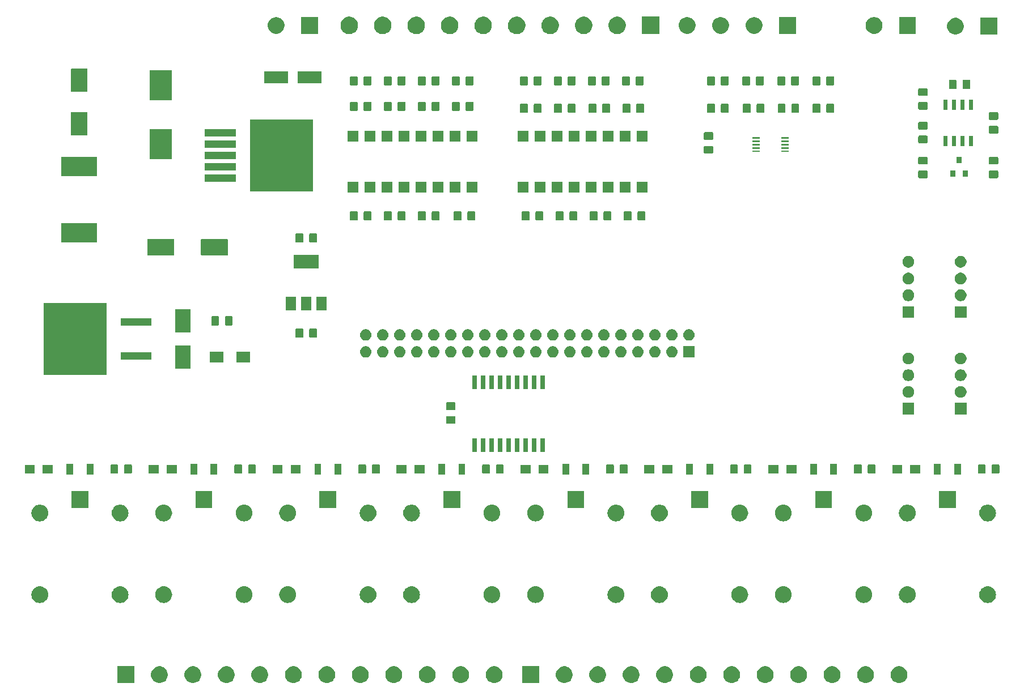
<source format=gbr>
G04 #@! TF.GenerationSoftware,KiCad,Pcbnew,5.1.2*
G04 #@! TF.CreationDate,2019-06-10T17:55:51+05:30*
G04 #@! TF.ProjectId,openPlc_Rpi,6f70656e-506c-4635-9f52-70692e6b6963,rev?*
G04 #@! TF.SameCoordinates,Original*
G04 #@! TF.FileFunction,Soldermask,Top*
G04 #@! TF.FilePolarity,Negative*
%FSLAX46Y46*%
G04 Gerber Fmt 4.6, Leading zero omitted, Abs format (unit mm)*
G04 Created by KiCad (PCBNEW 5.1.2) date 2019-06-10 17:55:51*
%MOMM*%
%LPD*%
G04 APERTURE LIST*
%ADD10C,0.100000*%
G04 APERTURE END LIST*
D10*
G36*
X118648610Y-148912036D02*
G01*
X118876095Y-149006264D01*
X118876097Y-149006265D01*
X119080828Y-149143062D01*
X119254938Y-149317172D01*
X119391736Y-149521905D01*
X119485964Y-149749390D01*
X119534000Y-149990884D01*
X119534000Y-150237116D01*
X119485964Y-150478610D01*
X119391736Y-150706095D01*
X119391735Y-150706097D01*
X119254938Y-150910828D01*
X119080828Y-151084938D01*
X118876097Y-151221735D01*
X118876096Y-151221736D01*
X118876095Y-151221736D01*
X118648610Y-151315964D01*
X118407116Y-151364000D01*
X118160884Y-151364000D01*
X117919390Y-151315964D01*
X117691905Y-151221736D01*
X117691904Y-151221736D01*
X117691903Y-151221735D01*
X117487172Y-151084938D01*
X117313062Y-150910828D01*
X117176265Y-150706097D01*
X117176264Y-150706095D01*
X117082036Y-150478610D01*
X117034000Y-150237116D01*
X117034000Y-149990884D01*
X117082036Y-149749390D01*
X117176264Y-149521905D01*
X117313062Y-149317172D01*
X117487172Y-149143062D01*
X117691903Y-149006265D01*
X117691905Y-149006264D01*
X117919390Y-148912036D01*
X118160884Y-148864000D01*
X118407116Y-148864000D01*
X118648610Y-148912036D01*
X118648610Y-148912036D01*
G37*
G36*
X168648610Y-148912036D02*
G01*
X168876095Y-149006264D01*
X168876097Y-149006265D01*
X169080828Y-149143062D01*
X169254938Y-149317172D01*
X169391736Y-149521905D01*
X169485964Y-149749390D01*
X169534000Y-149990884D01*
X169534000Y-150237116D01*
X169485964Y-150478610D01*
X169391736Y-150706095D01*
X169391735Y-150706097D01*
X169254938Y-150910828D01*
X169080828Y-151084938D01*
X168876097Y-151221735D01*
X168876096Y-151221736D01*
X168876095Y-151221736D01*
X168648610Y-151315964D01*
X168407116Y-151364000D01*
X168160884Y-151364000D01*
X167919390Y-151315964D01*
X167691905Y-151221736D01*
X167691904Y-151221736D01*
X167691903Y-151221735D01*
X167487172Y-151084938D01*
X167313062Y-150910828D01*
X167176265Y-150706097D01*
X167176264Y-150706095D01*
X167082036Y-150478610D01*
X167034000Y-150237116D01*
X167034000Y-149990884D01*
X167082036Y-149749390D01*
X167176264Y-149521905D01*
X167313062Y-149317172D01*
X167487172Y-149143062D01*
X167691903Y-149006265D01*
X167691905Y-149006264D01*
X167919390Y-148912036D01*
X168160884Y-148864000D01*
X168407116Y-148864000D01*
X168648610Y-148912036D01*
X168648610Y-148912036D01*
G37*
G36*
X58196610Y-148912036D02*
G01*
X58424095Y-149006264D01*
X58424097Y-149006265D01*
X58628828Y-149143062D01*
X58802938Y-149317172D01*
X58939736Y-149521905D01*
X59033964Y-149749390D01*
X59082000Y-149990884D01*
X59082000Y-150237116D01*
X59033964Y-150478610D01*
X58939736Y-150706095D01*
X58939735Y-150706097D01*
X58802938Y-150910828D01*
X58628828Y-151084938D01*
X58424097Y-151221735D01*
X58424096Y-151221736D01*
X58424095Y-151221736D01*
X58196610Y-151315964D01*
X57955116Y-151364000D01*
X57708884Y-151364000D01*
X57467390Y-151315964D01*
X57239905Y-151221736D01*
X57239904Y-151221736D01*
X57239903Y-151221735D01*
X57035172Y-151084938D01*
X56861062Y-150910828D01*
X56724265Y-150706097D01*
X56724264Y-150706095D01*
X56630036Y-150478610D01*
X56582000Y-150237116D01*
X56582000Y-149990884D01*
X56630036Y-149749390D01*
X56724264Y-149521905D01*
X56861062Y-149317172D01*
X57035172Y-149143062D01*
X57239903Y-149006265D01*
X57239905Y-149006264D01*
X57467390Y-148912036D01*
X57708884Y-148864000D01*
X57955116Y-148864000D01*
X58196610Y-148912036D01*
X58196610Y-148912036D01*
G37*
G36*
X54082000Y-151364000D02*
G01*
X51582000Y-151364000D01*
X51582000Y-148864000D01*
X54082000Y-148864000D01*
X54082000Y-151364000D01*
X54082000Y-151364000D01*
G37*
G36*
X63196610Y-148912036D02*
G01*
X63424095Y-149006264D01*
X63424097Y-149006265D01*
X63628828Y-149143062D01*
X63802938Y-149317172D01*
X63939736Y-149521905D01*
X64033964Y-149749390D01*
X64082000Y-149990884D01*
X64082000Y-150237116D01*
X64033964Y-150478610D01*
X63939736Y-150706095D01*
X63939735Y-150706097D01*
X63802938Y-150910828D01*
X63628828Y-151084938D01*
X63424097Y-151221735D01*
X63424096Y-151221736D01*
X63424095Y-151221736D01*
X63196610Y-151315964D01*
X62955116Y-151364000D01*
X62708884Y-151364000D01*
X62467390Y-151315964D01*
X62239905Y-151221736D01*
X62239904Y-151221736D01*
X62239903Y-151221735D01*
X62035172Y-151084938D01*
X61861062Y-150910828D01*
X61724265Y-150706097D01*
X61724264Y-150706095D01*
X61630036Y-150478610D01*
X61582000Y-150237116D01*
X61582000Y-149990884D01*
X61630036Y-149749390D01*
X61724264Y-149521905D01*
X61861062Y-149317172D01*
X62035172Y-149143062D01*
X62239903Y-149006265D01*
X62239905Y-149006264D01*
X62467390Y-148912036D01*
X62708884Y-148864000D01*
X62955116Y-148864000D01*
X63196610Y-148912036D01*
X63196610Y-148912036D01*
G37*
G36*
X68196610Y-148912036D02*
G01*
X68424095Y-149006264D01*
X68424097Y-149006265D01*
X68628828Y-149143062D01*
X68802938Y-149317172D01*
X68939736Y-149521905D01*
X69033964Y-149749390D01*
X69082000Y-149990884D01*
X69082000Y-150237116D01*
X69033964Y-150478610D01*
X68939736Y-150706095D01*
X68939735Y-150706097D01*
X68802938Y-150910828D01*
X68628828Y-151084938D01*
X68424097Y-151221735D01*
X68424096Y-151221736D01*
X68424095Y-151221736D01*
X68196610Y-151315964D01*
X67955116Y-151364000D01*
X67708884Y-151364000D01*
X67467390Y-151315964D01*
X67239905Y-151221736D01*
X67239904Y-151221736D01*
X67239903Y-151221735D01*
X67035172Y-151084938D01*
X66861062Y-150910828D01*
X66724265Y-150706097D01*
X66724264Y-150706095D01*
X66630036Y-150478610D01*
X66582000Y-150237116D01*
X66582000Y-149990884D01*
X66630036Y-149749390D01*
X66724264Y-149521905D01*
X66861062Y-149317172D01*
X67035172Y-149143062D01*
X67239903Y-149006265D01*
X67239905Y-149006264D01*
X67467390Y-148912036D01*
X67708884Y-148864000D01*
X67955116Y-148864000D01*
X68196610Y-148912036D01*
X68196610Y-148912036D01*
G37*
G36*
X73196610Y-148912036D02*
G01*
X73424095Y-149006264D01*
X73424097Y-149006265D01*
X73628828Y-149143062D01*
X73802938Y-149317172D01*
X73939736Y-149521905D01*
X74033964Y-149749390D01*
X74082000Y-149990884D01*
X74082000Y-150237116D01*
X74033964Y-150478610D01*
X73939736Y-150706095D01*
X73939735Y-150706097D01*
X73802938Y-150910828D01*
X73628828Y-151084938D01*
X73424097Y-151221735D01*
X73424096Y-151221736D01*
X73424095Y-151221736D01*
X73196610Y-151315964D01*
X72955116Y-151364000D01*
X72708884Y-151364000D01*
X72467390Y-151315964D01*
X72239905Y-151221736D01*
X72239904Y-151221736D01*
X72239903Y-151221735D01*
X72035172Y-151084938D01*
X71861062Y-150910828D01*
X71724265Y-150706097D01*
X71724264Y-150706095D01*
X71630036Y-150478610D01*
X71582000Y-150237116D01*
X71582000Y-149990884D01*
X71630036Y-149749390D01*
X71724264Y-149521905D01*
X71861062Y-149317172D01*
X72035172Y-149143062D01*
X72239903Y-149006265D01*
X72239905Y-149006264D01*
X72467390Y-148912036D01*
X72708884Y-148864000D01*
X72955116Y-148864000D01*
X73196610Y-148912036D01*
X73196610Y-148912036D01*
G37*
G36*
X78196610Y-148912036D02*
G01*
X78424095Y-149006264D01*
X78424097Y-149006265D01*
X78628828Y-149143062D01*
X78802938Y-149317172D01*
X78939736Y-149521905D01*
X79033964Y-149749390D01*
X79082000Y-149990884D01*
X79082000Y-150237116D01*
X79033964Y-150478610D01*
X78939736Y-150706095D01*
X78939735Y-150706097D01*
X78802938Y-150910828D01*
X78628828Y-151084938D01*
X78424097Y-151221735D01*
X78424096Y-151221736D01*
X78424095Y-151221736D01*
X78196610Y-151315964D01*
X77955116Y-151364000D01*
X77708884Y-151364000D01*
X77467390Y-151315964D01*
X77239905Y-151221736D01*
X77239904Y-151221736D01*
X77239903Y-151221735D01*
X77035172Y-151084938D01*
X76861062Y-150910828D01*
X76724265Y-150706097D01*
X76724264Y-150706095D01*
X76630036Y-150478610D01*
X76582000Y-150237116D01*
X76582000Y-149990884D01*
X76630036Y-149749390D01*
X76724264Y-149521905D01*
X76861062Y-149317172D01*
X77035172Y-149143062D01*
X77239903Y-149006265D01*
X77239905Y-149006264D01*
X77467390Y-148912036D01*
X77708884Y-148864000D01*
X77955116Y-148864000D01*
X78196610Y-148912036D01*
X78196610Y-148912036D01*
G37*
G36*
X83196610Y-148912036D02*
G01*
X83424095Y-149006264D01*
X83424097Y-149006265D01*
X83628828Y-149143062D01*
X83802938Y-149317172D01*
X83939736Y-149521905D01*
X84033964Y-149749390D01*
X84082000Y-149990884D01*
X84082000Y-150237116D01*
X84033964Y-150478610D01*
X83939736Y-150706095D01*
X83939735Y-150706097D01*
X83802938Y-150910828D01*
X83628828Y-151084938D01*
X83424097Y-151221735D01*
X83424096Y-151221736D01*
X83424095Y-151221736D01*
X83196610Y-151315964D01*
X82955116Y-151364000D01*
X82708884Y-151364000D01*
X82467390Y-151315964D01*
X82239905Y-151221736D01*
X82239904Y-151221736D01*
X82239903Y-151221735D01*
X82035172Y-151084938D01*
X81861062Y-150910828D01*
X81724265Y-150706097D01*
X81724264Y-150706095D01*
X81630036Y-150478610D01*
X81582000Y-150237116D01*
X81582000Y-149990884D01*
X81630036Y-149749390D01*
X81724264Y-149521905D01*
X81861062Y-149317172D01*
X82035172Y-149143062D01*
X82239903Y-149006265D01*
X82239905Y-149006264D01*
X82467390Y-148912036D01*
X82708884Y-148864000D01*
X82955116Y-148864000D01*
X83196610Y-148912036D01*
X83196610Y-148912036D01*
G37*
G36*
X88196610Y-148912036D02*
G01*
X88424095Y-149006264D01*
X88424097Y-149006265D01*
X88628828Y-149143062D01*
X88802938Y-149317172D01*
X88939736Y-149521905D01*
X89033964Y-149749390D01*
X89082000Y-149990884D01*
X89082000Y-150237116D01*
X89033964Y-150478610D01*
X88939736Y-150706095D01*
X88939735Y-150706097D01*
X88802938Y-150910828D01*
X88628828Y-151084938D01*
X88424097Y-151221735D01*
X88424096Y-151221736D01*
X88424095Y-151221736D01*
X88196610Y-151315964D01*
X87955116Y-151364000D01*
X87708884Y-151364000D01*
X87467390Y-151315964D01*
X87239905Y-151221736D01*
X87239904Y-151221736D01*
X87239903Y-151221735D01*
X87035172Y-151084938D01*
X86861062Y-150910828D01*
X86724265Y-150706097D01*
X86724264Y-150706095D01*
X86630036Y-150478610D01*
X86582000Y-150237116D01*
X86582000Y-149990884D01*
X86630036Y-149749390D01*
X86724264Y-149521905D01*
X86861062Y-149317172D01*
X87035172Y-149143062D01*
X87239903Y-149006265D01*
X87239905Y-149006264D01*
X87467390Y-148912036D01*
X87708884Y-148864000D01*
X87955116Y-148864000D01*
X88196610Y-148912036D01*
X88196610Y-148912036D01*
G37*
G36*
X93196610Y-148912036D02*
G01*
X93424095Y-149006264D01*
X93424097Y-149006265D01*
X93628828Y-149143062D01*
X93802938Y-149317172D01*
X93939736Y-149521905D01*
X94033964Y-149749390D01*
X94082000Y-149990884D01*
X94082000Y-150237116D01*
X94033964Y-150478610D01*
X93939736Y-150706095D01*
X93939735Y-150706097D01*
X93802938Y-150910828D01*
X93628828Y-151084938D01*
X93424097Y-151221735D01*
X93424096Y-151221736D01*
X93424095Y-151221736D01*
X93196610Y-151315964D01*
X92955116Y-151364000D01*
X92708884Y-151364000D01*
X92467390Y-151315964D01*
X92239905Y-151221736D01*
X92239904Y-151221736D01*
X92239903Y-151221735D01*
X92035172Y-151084938D01*
X91861062Y-150910828D01*
X91724265Y-150706097D01*
X91724264Y-150706095D01*
X91630036Y-150478610D01*
X91582000Y-150237116D01*
X91582000Y-149990884D01*
X91630036Y-149749390D01*
X91724264Y-149521905D01*
X91861062Y-149317172D01*
X92035172Y-149143062D01*
X92239903Y-149006265D01*
X92239905Y-149006264D01*
X92467390Y-148912036D01*
X92708884Y-148864000D01*
X92955116Y-148864000D01*
X93196610Y-148912036D01*
X93196610Y-148912036D01*
G37*
G36*
X98196610Y-148912036D02*
G01*
X98424095Y-149006264D01*
X98424097Y-149006265D01*
X98628828Y-149143062D01*
X98802938Y-149317172D01*
X98939736Y-149521905D01*
X99033964Y-149749390D01*
X99082000Y-149990884D01*
X99082000Y-150237116D01*
X99033964Y-150478610D01*
X98939736Y-150706095D01*
X98939735Y-150706097D01*
X98802938Y-150910828D01*
X98628828Y-151084938D01*
X98424097Y-151221735D01*
X98424096Y-151221736D01*
X98424095Y-151221736D01*
X98196610Y-151315964D01*
X97955116Y-151364000D01*
X97708884Y-151364000D01*
X97467390Y-151315964D01*
X97239905Y-151221736D01*
X97239904Y-151221736D01*
X97239903Y-151221735D01*
X97035172Y-151084938D01*
X96861062Y-150910828D01*
X96724265Y-150706097D01*
X96724264Y-150706095D01*
X96630036Y-150478610D01*
X96582000Y-150237116D01*
X96582000Y-149990884D01*
X96630036Y-149749390D01*
X96724264Y-149521905D01*
X96861062Y-149317172D01*
X97035172Y-149143062D01*
X97239903Y-149006265D01*
X97239905Y-149006264D01*
X97467390Y-148912036D01*
X97708884Y-148864000D01*
X97955116Y-148864000D01*
X98196610Y-148912036D01*
X98196610Y-148912036D01*
G37*
G36*
X103196610Y-148912036D02*
G01*
X103424095Y-149006264D01*
X103424097Y-149006265D01*
X103628828Y-149143062D01*
X103802938Y-149317172D01*
X103939736Y-149521905D01*
X104033964Y-149749390D01*
X104082000Y-149990884D01*
X104082000Y-150237116D01*
X104033964Y-150478610D01*
X103939736Y-150706095D01*
X103939735Y-150706097D01*
X103802938Y-150910828D01*
X103628828Y-151084938D01*
X103424097Y-151221735D01*
X103424096Y-151221736D01*
X103424095Y-151221736D01*
X103196610Y-151315964D01*
X102955116Y-151364000D01*
X102708884Y-151364000D01*
X102467390Y-151315964D01*
X102239905Y-151221736D01*
X102239904Y-151221736D01*
X102239903Y-151221735D01*
X102035172Y-151084938D01*
X101861062Y-150910828D01*
X101724265Y-150706097D01*
X101724264Y-150706095D01*
X101630036Y-150478610D01*
X101582000Y-150237116D01*
X101582000Y-149990884D01*
X101630036Y-149749390D01*
X101724264Y-149521905D01*
X101861062Y-149317172D01*
X102035172Y-149143062D01*
X102239903Y-149006265D01*
X102239905Y-149006264D01*
X102467390Y-148912036D01*
X102708884Y-148864000D01*
X102955116Y-148864000D01*
X103196610Y-148912036D01*
X103196610Y-148912036D01*
G37*
G36*
X163648610Y-148912036D02*
G01*
X163876095Y-149006264D01*
X163876097Y-149006265D01*
X164080828Y-149143062D01*
X164254938Y-149317172D01*
X164391736Y-149521905D01*
X164485964Y-149749390D01*
X164534000Y-149990884D01*
X164534000Y-150237116D01*
X164485964Y-150478610D01*
X164391736Y-150706095D01*
X164391735Y-150706097D01*
X164254938Y-150910828D01*
X164080828Y-151084938D01*
X163876097Y-151221735D01*
X163876096Y-151221736D01*
X163876095Y-151221736D01*
X163648610Y-151315964D01*
X163407116Y-151364000D01*
X163160884Y-151364000D01*
X162919390Y-151315964D01*
X162691905Y-151221736D01*
X162691904Y-151221736D01*
X162691903Y-151221735D01*
X162487172Y-151084938D01*
X162313062Y-150910828D01*
X162176265Y-150706097D01*
X162176264Y-150706095D01*
X162082036Y-150478610D01*
X162034000Y-150237116D01*
X162034000Y-149990884D01*
X162082036Y-149749390D01*
X162176264Y-149521905D01*
X162313062Y-149317172D01*
X162487172Y-149143062D01*
X162691903Y-149006265D01*
X162691905Y-149006264D01*
X162919390Y-148912036D01*
X163160884Y-148864000D01*
X163407116Y-148864000D01*
X163648610Y-148912036D01*
X163648610Y-148912036D01*
G37*
G36*
X108196610Y-148912036D02*
G01*
X108424095Y-149006264D01*
X108424097Y-149006265D01*
X108628828Y-149143062D01*
X108802938Y-149317172D01*
X108939736Y-149521905D01*
X109033964Y-149749390D01*
X109082000Y-149990884D01*
X109082000Y-150237116D01*
X109033964Y-150478610D01*
X108939736Y-150706095D01*
X108939735Y-150706097D01*
X108802938Y-150910828D01*
X108628828Y-151084938D01*
X108424097Y-151221735D01*
X108424096Y-151221736D01*
X108424095Y-151221736D01*
X108196610Y-151315964D01*
X107955116Y-151364000D01*
X107708884Y-151364000D01*
X107467390Y-151315964D01*
X107239905Y-151221736D01*
X107239904Y-151221736D01*
X107239903Y-151221735D01*
X107035172Y-151084938D01*
X106861062Y-150910828D01*
X106724265Y-150706097D01*
X106724264Y-150706095D01*
X106630036Y-150478610D01*
X106582000Y-150237116D01*
X106582000Y-149990884D01*
X106630036Y-149749390D01*
X106724264Y-149521905D01*
X106861062Y-149317172D01*
X107035172Y-149143062D01*
X107239903Y-149006265D01*
X107239905Y-149006264D01*
X107467390Y-148912036D01*
X107708884Y-148864000D01*
X107955116Y-148864000D01*
X108196610Y-148912036D01*
X108196610Y-148912036D01*
G37*
G36*
X114534000Y-151364000D02*
G01*
X112034000Y-151364000D01*
X112034000Y-148864000D01*
X114534000Y-148864000D01*
X114534000Y-151364000D01*
X114534000Y-151364000D01*
G37*
G36*
X123648610Y-148912036D02*
G01*
X123876095Y-149006264D01*
X123876097Y-149006265D01*
X124080828Y-149143062D01*
X124254938Y-149317172D01*
X124391736Y-149521905D01*
X124485964Y-149749390D01*
X124534000Y-149990884D01*
X124534000Y-150237116D01*
X124485964Y-150478610D01*
X124391736Y-150706095D01*
X124391735Y-150706097D01*
X124254938Y-150910828D01*
X124080828Y-151084938D01*
X123876097Y-151221735D01*
X123876096Y-151221736D01*
X123876095Y-151221736D01*
X123648610Y-151315964D01*
X123407116Y-151364000D01*
X123160884Y-151364000D01*
X122919390Y-151315964D01*
X122691905Y-151221736D01*
X122691904Y-151221736D01*
X122691903Y-151221735D01*
X122487172Y-151084938D01*
X122313062Y-150910828D01*
X122176265Y-150706097D01*
X122176264Y-150706095D01*
X122082036Y-150478610D01*
X122034000Y-150237116D01*
X122034000Y-149990884D01*
X122082036Y-149749390D01*
X122176264Y-149521905D01*
X122313062Y-149317172D01*
X122487172Y-149143062D01*
X122691903Y-149006265D01*
X122691905Y-149006264D01*
X122919390Y-148912036D01*
X123160884Y-148864000D01*
X123407116Y-148864000D01*
X123648610Y-148912036D01*
X123648610Y-148912036D01*
G37*
G36*
X128648610Y-148912036D02*
G01*
X128876095Y-149006264D01*
X128876097Y-149006265D01*
X129080828Y-149143062D01*
X129254938Y-149317172D01*
X129391736Y-149521905D01*
X129485964Y-149749390D01*
X129534000Y-149990884D01*
X129534000Y-150237116D01*
X129485964Y-150478610D01*
X129391736Y-150706095D01*
X129391735Y-150706097D01*
X129254938Y-150910828D01*
X129080828Y-151084938D01*
X128876097Y-151221735D01*
X128876096Y-151221736D01*
X128876095Y-151221736D01*
X128648610Y-151315964D01*
X128407116Y-151364000D01*
X128160884Y-151364000D01*
X127919390Y-151315964D01*
X127691905Y-151221736D01*
X127691904Y-151221736D01*
X127691903Y-151221735D01*
X127487172Y-151084938D01*
X127313062Y-150910828D01*
X127176265Y-150706097D01*
X127176264Y-150706095D01*
X127082036Y-150478610D01*
X127034000Y-150237116D01*
X127034000Y-149990884D01*
X127082036Y-149749390D01*
X127176264Y-149521905D01*
X127313062Y-149317172D01*
X127487172Y-149143062D01*
X127691903Y-149006265D01*
X127691905Y-149006264D01*
X127919390Y-148912036D01*
X128160884Y-148864000D01*
X128407116Y-148864000D01*
X128648610Y-148912036D01*
X128648610Y-148912036D01*
G37*
G36*
X133648610Y-148912036D02*
G01*
X133876095Y-149006264D01*
X133876097Y-149006265D01*
X134080828Y-149143062D01*
X134254938Y-149317172D01*
X134391736Y-149521905D01*
X134485964Y-149749390D01*
X134534000Y-149990884D01*
X134534000Y-150237116D01*
X134485964Y-150478610D01*
X134391736Y-150706095D01*
X134391735Y-150706097D01*
X134254938Y-150910828D01*
X134080828Y-151084938D01*
X133876097Y-151221735D01*
X133876096Y-151221736D01*
X133876095Y-151221736D01*
X133648610Y-151315964D01*
X133407116Y-151364000D01*
X133160884Y-151364000D01*
X132919390Y-151315964D01*
X132691905Y-151221736D01*
X132691904Y-151221736D01*
X132691903Y-151221735D01*
X132487172Y-151084938D01*
X132313062Y-150910828D01*
X132176265Y-150706097D01*
X132176264Y-150706095D01*
X132082036Y-150478610D01*
X132034000Y-150237116D01*
X132034000Y-149990884D01*
X132082036Y-149749390D01*
X132176264Y-149521905D01*
X132313062Y-149317172D01*
X132487172Y-149143062D01*
X132691903Y-149006265D01*
X132691905Y-149006264D01*
X132919390Y-148912036D01*
X133160884Y-148864000D01*
X133407116Y-148864000D01*
X133648610Y-148912036D01*
X133648610Y-148912036D01*
G37*
G36*
X138648610Y-148912036D02*
G01*
X138876095Y-149006264D01*
X138876097Y-149006265D01*
X139080828Y-149143062D01*
X139254938Y-149317172D01*
X139391736Y-149521905D01*
X139485964Y-149749390D01*
X139534000Y-149990884D01*
X139534000Y-150237116D01*
X139485964Y-150478610D01*
X139391736Y-150706095D01*
X139391735Y-150706097D01*
X139254938Y-150910828D01*
X139080828Y-151084938D01*
X138876097Y-151221735D01*
X138876096Y-151221736D01*
X138876095Y-151221736D01*
X138648610Y-151315964D01*
X138407116Y-151364000D01*
X138160884Y-151364000D01*
X137919390Y-151315964D01*
X137691905Y-151221736D01*
X137691904Y-151221736D01*
X137691903Y-151221735D01*
X137487172Y-151084938D01*
X137313062Y-150910828D01*
X137176265Y-150706097D01*
X137176264Y-150706095D01*
X137082036Y-150478610D01*
X137034000Y-150237116D01*
X137034000Y-149990884D01*
X137082036Y-149749390D01*
X137176264Y-149521905D01*
X137313062Y-149317172D01*
X137487172Y-149143062D01*
X137691903Y-149006265D01*
X137691905Y-149006264D01*
X137919390Y-148912036D01*
X138160884Y-148864000D01*
X138407116Y-148864000D01*
X138648610Y-148912036D01*
X138648610Y-148912036D01*
G37*
G36*
X143648610Y-148912036D02*
G01*
X143876095Y-149006264D01*
X143876097Y-149006265D01*
X144080828Y-149143062D01*
X144254938Y-149317172D01*
X144391736Y-149521905D01*
X144485964Y-149749390D01*
X144534000Y-149990884D01*
X144534000Y-150237116D01*
X144485964Y-150478610D01*
X144391736Y-150706095D01*
X144391735Y-150706097D01*
X144254938Y-150910828D01*
X144080828Y-151084938D01*
X143876097Y-151221735D01*
X143876096Y-151221736D01*
X143876095Y-151221736D01*
X143648610Y-151315964D01*
X143407116Y-151364000D01*
X143160884Y-151364000D01*
X142919390Y-151315964D01*
X142691905Y-151221736D01*
X142691904Y-151221736D01*
X142691903Y-151221735D01*
X142487172Y-151084938D01*
X142313062Y-150910828D01*
X142176265Y-150706097D01*
X142176264Y-150706095D01*
X142082036Y-150478610D01*
X142034000Y-150237116D01*
X142034000Y-149990884D01*
X142082036Y-149749390D01*
X142176264Y-149521905D01*
X142313062Y-149317172D01*
X142487172Y-149143062D01*
X142691903Y-149006265D01*
X142691905Y-149006264D01*
X142919390Y-148912036D01*
X143160884Y-148864000D01*
X143407116Y-148864000D01*
X143648610Y-148912036D01*
X143648610Y-148912036D01*
G37*
G36*
X148648610Y-148912036D02*
G01*
X148876095Y-149006264D01*
X148876097Y-149006265D01*
X149080828Y-149143062D01*
X149254938Y-149317172D01*
X149391736Y-149521905D01*
X149485964Y-149749390D01*
X149534000Y-149990884D01*
X149534000Y-150237116D01*
X149485964Y-150478610D01*
X149391736Y-150706095D01*
X149391735Y-150706097D01*
X149254938Y-150910828D01*
X149080828Y-151084938D01*
X148876097Y-151221735D01*
X148876096Y-151221736D01*
X148876095Y-151221736D01*
X148648610Y-151315964D01*
X148407116Y-151364000D01*
X148160884Y-151364000D01*
X147919390Y-151315964D01*
X147691905Y-151221736D01*
X147691904Y-151221736D01*
X147691903Y-151221735D01*
X147487172Y-151084938D01*
X147313062Y-150910828D01*
X147176265Y-150706097D01*
X147176264Y-150706095D01*
X147082036Y-150478610D01*
X147034000Y-150237116D01*
X147034000Y-149990884D01*
X147082036Y-149749390D01*
X147176264Y-149521905D01*
X147313062Y-149317172D01*
X147487172Y-149143062D01*
X147691903Y-149006265D01*
X147691905Y-149006264D01*
X147919390Y-148912036D01*
X148160884Y-148864000D01*
X148407116Y-148864000D01*
X148648610Y-148912036D01*
X148648610Y-148912036D01*
G37*
G36*
X153648610Y-148912036D02*
G01*
X153876095Y-149006264D01*
X153876097Y-149006265D01*
X154080828Y-149143062D01*
X154254938Y-149317172D01*
X154391736Y-149521905D01*
X154485964Y-149749390D01*
X154534000Y-149990884D01*
X154534000Y-150237116D01*
X154485964Y-150478610D01*
X154391736Y-150706095D01*
X154391735Y-150706097D01*
X154254938Y-150910828D01*
X154080828Y-151084938D01*
X153876097Y-151221735D01*
X153876096Y-151221736D01*
X153876095Y-151221736D01*
X153648610Y-151315964D01*
X153407116Y-151364000D01*
X153160884Y-151364000D01*
X152919390Y-151315964D01*
X152691905Y-151221736D01*
X152691904Y-151221736D01*
X152691903Y-151221735D01*
X152487172Y-151084938D01*
X152313062Y-150910828D01*
X152176265Y-150706097D01*
X152176264Y-150706095D01*
X152082036Y-150478610D01*
X152034000Y-150237116D01*
X152034000Y-149990884D01*
X152082036Y-149749390D01*
X152176264Y-149521905D01*
X152313062Y-149317172D01*
X152487172Y-149143062D01*
X152691903Y-149006265D01*
X152691905Y-149006264D01*
X152919390Y-148912036D01*
X153160884Y-148864000D01*
X153407116Y-148864000D01*
X153648610Y-148912036D01*
X153648610Y-148912036D01*
G37*
G36*
X158648610Y-148912036D02*
G01*
X158876095Y-149006264D01*
X158876097Y-149006265D01*
X159080828Y-149143062D01*
X159254938Y-149317172D01*
X159391736Y-149521905D01*
X159485964Y-149749390D01*
X159534000Y-149990884D01*
X159534000Y-150237116D01*
X159485964Y-150478610D01*
X159391736Y-150706095D01*
X159391735Y-150706097D01*
X159254938Y-150910828D01*
X159080828Y-151084938D01*
X158876097Y-151221735D01*
X158876096Y-151221736D01*
X158876095Y-151221736D01*
X158648610Y-151315964D01*
X158407116Y-151364000D01*
X158160884Y-151364000D01*
X157919390Y-151315964D01*
X157691905Y-151221736D01*
X157691904Y-151221736D01*
X157691903Y-151221735D01*
X157487172Y-151084938D01*
X157313062Y-150910828D01*
X157176265Y-150706097D01*
X157176264Y-150706095D01*
X157082036Y-150478610D01*
X157034000Y-150237116D01*
X157034000Y-149990884D01*
X157082036Y-149749390D01*
X157176264Y-149521905D01*
X157313062Y-149317172D01*
X157487172Y-149143062D01*
X157691903Y-149006265D01*
X157691905Y-149006264D01*
X157919390Y-148912036D01*
X158160884Y-148864000D01*
X158407116Y-148864000D01*
X158648610Y-148912036D01*
X158648610Y-148912036D01*
G37*
G36*
X70724755Y-136920086D02*
G01*
X70842570Y-136955825D01*
X70960383Y-136991563D01*
X70960385Y-136991564D01*
X71177536Y-137107633D01*
X71367874Y-137263840D01*
X71524081Y-137454178D01*
X71640150Y-137671329D01*
X71711628Y-137906959D01*
X71735762Y-138152000D01*
X71711628Y-138397041D01*
X71640150Y-138632671D01*
X71524081Y-138849822D01*
X71367874Y-139040160D01*
X71177536Y-139196367D01*
X70960385Y-139312436D01*
X70960383Y-139312437D01*
X70842570Y-139348175D01*
X70724755Y-139383914D01*
X70541123Y-139402000D01*
X70418305Y-139402000D01*
X70234673Y-139383914D01*
X70116858Y-139348175D01*
X69999045Y-139312437D01*
X69999043Y-139312436D01*
X69781892Y-139196367D01*
X69591554Y-139040160D01*
X69435347Y-138849822D01*
X69319278Y-138632671D01*
X69247800Y-138397041D01*
X69223666Y-138152000D01*
X69247800Y-137906959D01*
X69319278Y-137671329D01*
X69435347Y-137454178D01*
X69591554Y-137263840D01*
X69781892Y-137107633D01*
X69999043Y-136991564D01*
X69999045Y-136991563D01*
X70116858Y-136955825D01*
X70234673Y-136920086D01*
X70418305Y-136902000D01*
X70541123Y-136902000D01*
X70724755Y-136920086D01*
X70724755Y-136920086D01*
G37*
G36*
X169759041Y-136920086D02*
G01*
X169876856Y-136955825D01*
X169994669Y-136991563D01*
X169994671Y-136991564D01*
X170211822Y-137107633D01*
X170402160Y-137263840D01*
X170558367Y-137454178D01*
X170674436Y-137671329D01*
X170745914Y-137906959D01*
X170770048Y-138152000D01*
X170745914Y-138397041D01*
X170674436Y-138632671D01*
X170558367Y-138849822D01*
X170402160Y-139040160D01*
X170211822Y-139196367D01*
X169994671Y-139312436D01*
X169994669Y-139312437D01*
X169876856Y-139348175D01*
X169759041Y-139383914D01*
X169575409Y-139402000D01*
X169452591Y-139402000D01*
X169268959Y-139383914D01*
X169151144Y-139348175D01*
X169033331Y-139312437D01*
X169033329Y-139312436D01*
X168816178Y-139196367D01*
X168625840Y-139040160D01*
X168469633Y-138849822D01*
X168353564Y-138632671D01*
X168282086Y-138397041D01*
X168257952Y-138152000D01*
X168282086Y-137906959D01*
X168353564Y-137671329D01*
X168469633Y-137454178D01*
X168625840Y-137263840D01*
X168816178Y-137107633D01*
X169033329Y-136991564D01*
X169033331Y-136991563D01*
X169151144Y-136955825D01*
X169268959Y-136920086D01*
X169452591Y-136902000D01*
X169575409Y-136902000D01*
X169759041Y-136920086D01*
X169759041Y-136920086D01*
G37*
G36*
X181759041Y-136920086D02*
G01*
X181876856Y-136955825D01*
X181994669Y-136991563D01*
X181994671Y-136991564D01*
X182211822Y-137107633D01*
X182402160Y-137263840D01*
X182558367Y-137454178D01*
X182674436Y-137671329D01*
X182745914Y-137906959D01*
X182770048Y-138152000D01*
X182745914Y-138397041D01*
X182674436Y-138632671D01*
X182558367Y-138849822D01*
X182402160Y-139040160D01*
X182211822Y-139196367D01*
X181994671Y-139312436D01*
X181994669Y-139312437D01*
X181876856Y-139348175D01*
X181759041Y-139383914D01*
X181575409Y-139402000D01*
X181452591Y-139402000D01*
X181268959Y-139383914D01*
X181151144Y-139348175D01*
X181033331Y-139312437D01*
X181033329Y-139312436D01*
X180816178Y-139196367D01*
X180625840Y-139040160D01*
X180469633Y-138849822D01*
X180353564Y-138632671D01*
X180282086Y-138397041D01*
X180257952Y-138152000D01*
X180282086Y-137906959D01*
X180353564Y-137671329D01*
X180469633Y-137454178D01*
X180625840Y-137263840D01*
X180816178Y-137107633D01*
X181033329Y-136991564D01*
X181033331Y-136991563D01*
X181151144Y-136955825D01*
X181268959Y-136920086D01*
X181452591Y-136902000D01*
X181575409Y-136902000D01*
X181759041Y-136920086D01*
X181759041Y-136920086D01*
G37*
G36*
X58724755Y-136920086D02*
G01*
X58842570Y-136955825D01*
X58960383Y-136991563D01*
X58960385Y-136991564D01*
X59177536Y-137107633D01*
X59367874Y-137263840D01*
X59524081Y-137454178D01*
X59640150Y-137671329D01*
X59711628Y-137906959D01*
X59735762Y-138152000D01*
X59711628Y-138397041D01*
X59640150Y-138632671D01*
X59524081Y-138849822D01*
X59367874Y-139040160D01*
X59177536Y-139196367D01*
X58960385Y-139312436D01*
X58960383Y-139312437D01*
X58842570Y-139348175D01*
X58724755Y-139383914D01*
X58541123Y-139402000D01*
X58418305Y-139402000D01*
X58234673Y-139383914D01*
X58116858Y-139348175D01*
X57999045Y-139312437D01*
X57999043Y-139312436D01*
X57781892Y-139196367D01*
X57591554Y-139040160D01*
X57435347Y-138849822D01*
X57319278Y-138632671D01*
X57247800Y-138397041D01*
X57223666Y-138152000D01*
X57247800Y-137906959D01*
X57319278Y-137671329D01*
X57435347Y-137454178D01*
X57591554Y-137263840D01*
X57781892Y-137107633D01*
X57999043Y-136991564D01*
X57999045Y-136991563D01*
X58116858Y-136955825D01*
X58234673Y-136920086D01*
X58418305Y-136902000D01*
X58541123Y-136902000D01*
X58724755Y-136920086D01*
X58724755Y-136920086D01*
G37*
G36*
X144747611Y-136920086D02*
G01*
X144865426Y-136955825D01*
X144983239Y-136991563D01*
X144983241Y-136991564D01*
X145200392Y-137107633D01*
X145390730Y-137263840D01*
X145546937Y-137454178D01*
X145663006Y-137671329D01*
X145734484Y-137906959D01*
X145758618Y-138152000D01*
X145734484Y-138397041D01*
X145663006Y-138632671D01*
X145546937Y-138849822D01*
X145390730Y-139040160D01*
X145200392Y-139196367D01*
X144983241Y-139312436D01*
X144983239Y-139312437D01*
X144865426Y-139348175D01*
X144747611Y-139383914D01*
X144563979Y-139402000D01*
X144441161Y-139402000D01*
X144257529Y-139383914D01*
X144139714Y-139348175D01*
X144021901Y-139312437D01*
X144021899Y-139312436D01*
X143804748Y-139196367D01*
X143614410Y-139040160D01*
X143458203Y-138849822D01*
X143342134Y-138632671D01*
X143270656Y-138397041D01*
X143246522Y-138152000D01*
X143270656Y-137906959D01*
X143342134Y-137671329D01*
X143458203Y-137454178D01*
X143614410Y-137263840D01*
X143804748Y-137107633D01*
X144021899Y-136991564D01*
X144021901Y-136991563D01*
X144139714Y-136955825D01*
X144257529Y-136920086D01*
X144441161Y-136902000D01*
X144563979Y-136902000D01*
X144747611Y-136920086D01*
X144747611Y-136920086D01*
G37*
G36*
X163253325Y-136920086D02*
G01*
X163371140Y-136955825D01*
X163488953Y-136991563D01*
X163488955Y-136991564D01*
X163706106Y-137107633D01*
X163896444Y-137263840D01*
X164052651Y-137454178D01*
X164168720Y-137671329D01*
X164240198Y-137906959D01*
X164264332Y-138152000D01*
X164240198Y-138397041D01*
X164168720Y-138632671D01*
X164052651Y-138849822D01*
X163896444Y-139040160D01*
X163706106Y-139196367D01*
X163488955Y-139312436D01*
X163488953Y-139312437D01*
X163371140Y-139348175D01*
X163253325Y-139383914D01*
X163069693Y-139402000D01*
X162946875Y-139402000D01*
X162763243Y-139383914D01*
X162645428Y-139348175D01*
X162527615Y-139312437D01*
X162527613Y-139312436D01*
X162310462Y-139196367D01*
X162120124Y-139040160D01*
X161963917Y-138849822D01*
X161847848Y-138632671D01*
X161776370Y-138397041D01*
X161752236Y-138152000D01*
X161776370Y-137906959D01*
X161847848Y-137671329D01*
X161963917Y-137454178D01*
X162120124Y-137263840D01*
X162310462Y-137107633D01*
X162527613Y-136991564D01*
X162527615Y-136991563D01*
X162645428Y-136955825D01*
X162763243Y-136920086D01*
X162946875Y-136902000D01*
X163069693Y-136902000D01*
X163253325Y-136920086D01*
X163253325Y-136920086D01*
G37*
G36*
X95736183Y-136920086D02*
G01*
X95853998Y-136955825D01*
X95971811Y-136991563D01*
X95971813Y-136991564D01*
X96188964Y-137107633D01*
X96379302Y-137263840D01*
X96535509Y-137454178D01*
X96651578Y-137671329D01*
X96723056Y-137906959D01*
X96747190Y-138152000D01*
X96723056Y-138397041D01*
X96651578Y-138632671D01*
X96535509Y-138849822D01*
X96379302Y-139040160D01*
X96188964Y-139196367D01*
X95971813Y-139312436D01*
X95971811Y-139312437D01*
X95853998Y-139348175D01*
X95736183Y-139383914D01*
X95552551Y-139402000D01*
X95429733Y-139402000D01*
X95246101Y-139383914D01*
X95128286Y-139348175D01*
X95010473Y-139312437D01*
X95010471Y-139312436D01*
X94793320Y-139196367D01*
X94602982Y-139040160D01*
X94446775Y-138849822D01*
X94330706Y-138632671D01*
X94259228Y-138397041D01*
X94235094Y-138152000D01*
X94259228Y-137906959D01*
X94330706Y-137671329D01*
X94446775Y-137454178D01*
X94602982Y-137263840D01*
X94793320Y-137107633D01*
X95010471Y-136991564D01*
X95010473Y-136991563D01*
X95128286Y-136955825D01*
X95246101Y-136920086D01*
X95429733Y-136902000D01*
X95552551Y-136902000D01*
X95736183Y-136920086D01*
X95736183Y-136920086D01*
G37*
G36*
X107736183Y-136920086D02*
G01*
X107853998Y-136955825D01*
X107971811Y-136991563D01*
X107971813Y-136991564D01*
X108188964Y-137107633D01*
X108379302Y-137263840D01*
X108535509Y-137454178D01*
X108651578Y-137671329D01*
X108723056Y-137906959D01*
X108747190Y-138152000D01*
X108723056Y-138397041D01*
X108651578Y-138632671D01*
X108535509Y-138849822D01*
X108379302Y-139040160D01*
X108188964Y-139196367D01*
X107971813Y-139312436D01*
X107971811Y-139312437D01*
X107853998Y-139348175D01*
X107736183Y-139383914D01*
X107552551Y-139402000D01*
X107429733Y-139402000D01*
X107246101Y-139383914D01*
X107128286Y-139348175D01*
X107010473Y-139312437D01*
X107010471Y-139312436D01*
X106793320Y-139196367D01*
X106602982Y-139040160D01*
X106446775Y-138849822D01*
X106330706Y-138632671D01*
X106259228Y-138397041D01*
X106235094Y-138152000D01*
X106259228Y-137906959D01*
X106330706Y-137671329D01*
X106446775Y-137454178D01*
X106602982Y-137263840D01*
X106793320Y-137107633D01*
X107010471Y-136991564D01*
X107010473Y-136991563D01*
X107128286Y-136955825D01*
X107246101Y-136920086D01*
X107429733Y-136902000D01*
X107552551Y-136902000D01*
X107736183Y-136920086D01*
X107736183Y-136920086D01*
G37*
G36*
X89230469Y-136920086D02*
G01*
X89348284Y-136955825D01*
X89466097Y-136991563D01*
X89466099Y-136991564D01*
X89683250Y-137107633D01*
X89873588Y-137263840D01*
X90029795Y-137454178D01*
X90145864Y-137671329D01*
X90217342Y-137906959D01*
X90241476Y-138152000D01*
X90217342Y-138397041D01*
X90145864Y-138632671D01*
X90029795Y-138849822D01*
X89873588Y-139040160D01*
X89683250Y-139196367D01*
X89466099Y-139312436D01*
X89466097Y-139312437D01*
X89348284Y-139348175D01*
X89230469Y-139383914D01*
X89046837Y-139402000D01*
X88924019Y-139402000D01*
X88740387Y-139383914D01*
X88622572Y-139348175D01*
X88504759Y-139312437D01*
X88504757Y-139312436D01*
X88287606Y-139196367D01*
X88097268Y-139040160D01*
X87941061Y-138849822D01*
X87824992Y-138632671D01*
X87753514Y-138397041D01*
X87729380Y-138152000D01*
X87753514Y-137906959D01*
X87824992Y-137671329D01*
X87941061Y-137454178D01*
X88097268Y-137263840D01*
X88287606Y-137107633D01*
X88504757Y-136991564D01*
X88504759Y-136991563D01*
X88622572Y-136955825D01*
X88740387Y-136920086D01*
X88924019Y-136902000D01*
X89046837Y-136902000D01*
X89230469Y-136920086D01*
X89230469Y-136920086D01*
G37*
G36*
X40219041Y-136920086D02*
G01*
X40336856Y-136955825D01*
X40454669Y-136991563D01*
X40454671Y-136991564D01*
X40671822Y-137107633D01*
X40862160Y-137263840D01*
X41018367Y-137454178D01*
X41134436Y-137671329D01*
X41205914Y-137906959D01*
X41230048Y-138152000D01*
X41205914Y-138397041D01*
X41134436Y-138632671D01*
X41018367Y-138849822D01*
X40862160Y-139040160D01*
X40671822Y-139196367D01*
X40454671Y-139312436D01*
X40454669Y-139312437D01*
X40336856Y-139348175D01*
X40219041Y-139383914D01*
X40035409Y-139402000D01*
X39912591Y-139402000D01*
X39728959Y-139383914D01*
X39611144Y-139348175D01*
X39493331Y-139312437D01*
X39493329Y-139312436D01*
X39276178Y-139196367D01*
X39085840Y-139040160D01*
X38929633Y-138849822D01*
X38813564Y-138632671D01*
X38742086Y-138397041D01*
X38717952Y-138152000D01*
X38742086Y-137906959D01*
X38813564Y-137671329D01*
X38929633Y-137454178D01*
X39085840Y-137263840D01*
X39276178Y-137107633D01*
X39493329Y-136991564D01*
X39493331Y-136991563D01*
X39611144Y-136955825D01*
X39728959Y-136920086D01*
X39912591Y-136902000D01*
X40035409Y-136902000D01*
X40219041Y-136920086D01*
X40219041Y-136920086D01*
G37*
G36*
X52219041Y-136920086D02*
G01*
X52336856Y-136955825D01*
X52454669Y-136991563D01*
X52454671Y-136991564D01*
X52671822Y-137107633D01*
X52862160Y-137263840D01*
X53018367Y-137454178D01*
X53134436Y-137671329D01*
X53205914Y-137906959D01*
X53230048Y-138152000D01*
X53205914Y-138397041D01*
X53134436Y-138632671D01*
X53018367Y-138849822D01*
X52862160Y-139040160D01*
X52671822Y-139196367D01*
X52454671Y-139312436D01*
X52454669Y-139312437D01*
X52336856Y-139348175D01*
X52219041Y-139383914D01*
X52035409Y-139402000D01*
X51912591Y-139402000D01*
X51728959Y-139383914D01*
X51611144Y-139348175D01*
X51493331Y-139312437D01*
X51493329Y-139312436D01*
X51276178Y-139196367D01*
X51085840Y-139040160D01*
X50929633Y-138849822D01*
X50813564Y-138632671D01*
X50742086Y-138397041D01*
X50717952Y-138152000D01*
X50742086Y-137906959D01*
X50813564Y-137671329D01*
X50929633Y-137454178D01*
X51085840Y-137263840D01*
X51276178Y-137107633D01*
X51493329Y-136991564D01*
X51493331Y-136991563D01*
X51611144Y-136955825D01*
X51728959Y-136920086D01*
X51912591Y-136902000D01*
X52035409Y-136902000D01*
X52219041Y-136920086D01*
X52219041Y-136920086D01*
G37*
G36*
X132747611Y-136920086D02*
G01*
X132865426Y-136955825D01*
X132983239Y-136991563D01*
X132983241Y-136991564D01*
X133200392Y-137107633D01*
X133390730Y-137263840D01*
X133546937Y-137454178D01*
X133663006Y-137671329D01*
X133734484Y-137906959D01*
X133758618Y-138152000D01*
X133734484Y-138397041D01*
X133663006Y-138632671D01*
X133546937Y-138849822D01*
X133390730Y-139040160D01*
X133200392Y-139196367D01*
X132983241Y-139312436D01*
X132983239Y-139312437D01*
X132865426Y-139348175D01*
X132747611Y-139383914D01*
X132563979Y-139402000D01*
X132441161Y-139402000D01*
X132257529Y-139383914D01*
X132139714Y-139348175D01*
X132021901Y-139312437D01*
X132021899Y-139312436D01*
X131804748Y-139196367D01*
X131614410Y-139040160D01*
X131458203Y-138849822D01*
X131342134Y-138632671D01*
X131270656Y-138397041D01*
X131246522Y-138152000D01*
X131270656Y-137906959D01*
X131342134Y-137671329D01*
X131458203Y-137454178D01*
X131614410Y-137263840D01*
X131804748Y-137107633D01*
X132021899Y-136991564D01*
X132021901Y-136991563D01*
X132139714Y-136955825D01*
X132257529Y-136920086D01*
X132441161Y-136902000D01*
X132563979Y-136902000D01*
X132747611Y-136920086D01*
X132747611Y-136920086D01*
G37*
G36*
X114241897Y-136920086D02*
G01*
X114359712Y-136955825D01*
X114477525Y-136991563D01*
X114477527Y-136991564D01*
X114694678Y-137107633D01*
X114885016Y-137263840D01*
X115041223Y-137454178D01*
X115157292Y-137671329D01*
X115228770Y-137906959D01*
X115252904Y-138152000D01*
X115228770Y-138397041D01*
X115157292Y-138632671D01*
X115041223Y-138849822D01*
X114885016Y-139040160D01*
X114694678Y-139196367D01*
X114477527Y-139312436D01*
X114477525Y-139312437D01*
X114359712Y-139348175D01*
X114241897Y-139383914D01*
X114058265Y-139402000D01*
X113935447Y-139402000D01*
X113751815Y-139383914D01*
X113634000Y-139348175D01*
X113516187Y-139312437D01*
X113516185Y-139312436D01*
X113299034Y-139196367D01*
X113108696Y-139040160D01*
X112952489Y-138849822D01*
X112836420Y-138632671D01*
X112764942Y-138397041D01*
X112740808Y-138152000D01*
X112764942Y-137906959D01*
X112836420Y-137671329D01*
X112952489Y-137454178D01*
X113108696Y-137263840D01*
X113299034Y-137107633D01*
X113516185Y-136991564D01*
X113516187Y-136991563D01*
X113634000Y-136955825D01*
X113751815Y-136920086D01*
X113935447Y-136902000D01*
X114058265Y-136902000D01*
X114241897Y-136920086D01*
X114241897Y-136920086D01*
G37*
G36*
X126241897Y-136920086D02*
G01*
X126359712Y-136955825D01*
X126477525Y-136991563D01*
X126477527Y-136991564D01*
X126694678Y-137107633D01*
X126885016Y-137263840D01*
X127041223Y-137454178D01*
X127157292Y-137671329D01*
X127228770Y-137906959D01*
X127252904Y-138152000D01*
X127228770Y-138397041D01*
X127157292Y-138632671D01*
X127041223Y-138849822D01*
X126885016Y-139040160D01*
X126694678Y-139196367D01*
X126477527Y-139312436D01*
X126477525Y-139312437D01*
X126359712Y-139348175D01*
X126241897Y-139383914D01*
X126058265Y-139402000D01*
X125935447Y-139402000D01*
X125751815Y-139383914D01*
X125634000Y-139348175D01*
X125516187Y-139312437D01*
X125516185Y-139312436D01*
X125299034Y-139196367D01*
X125108696Y-139040160D01*
X124952489Y-138849822D01*
X124836420Y-138632671D01*
X124764942Y-138397041D01*
X124740808Y-138152000D01*
X124764942Y-137906959D01*
X124836420Y-137671329D01*
X124952489Y-137454178D01*
X125108696Y-137263840D01*
X125299034Y-137107633D01*
X125516185Y-136991564D01*
X125516187Y-136991563D01*
X125634000Y-136955825D01*
X125751815Y-136920086D01*
X125935447Y-136902000D01*
X126058265Y-136902000D01*
X126241897Y-136920086D01*
X126241897Y-136920086D01*
G37*
G36*
X151253325Y-136920086D02*
G01*
X151371140Y-136955825D01*
X151488953Y-136991563D01*
X151488955Y-136991564D01*
X151706106Y-137107633D01*
X151896444Y-137263840D01*
X152052651Y-137454178D01*
X152168720Y-137671329D01*
X152240198Y-137906959D01*
X152264332Y-138152000D01*
X152240198Y-138397041D01*
X152168720Y-138632671D01*
X152052651Y-138849822D01*
X151896444Y-139040160D01*
X151706106Y-139196367D01*
X151488955Y-139312436D01*
X151488953Y-139312437D01*
X151371140Y-139348175D01*
X151253325Y-139383914D01*
X151069693Y-139402000D01*
X150946875Y-139402000D01*
X150763243Y-139383914D01*
X150645428Y-139348175D01*
X150527615Y-139312437D01*
X150527613Y-139312436D01*
X150310462Y-139196367D01*
X150120124Y-139040160D01*
X149963917Y-138849822D01*
X149847848Y-138632671D01*
X149776370Y-138397041D01*
X149752236Y-138152000D01*
X149776370Y-137906959D01*
X149847848Y-137671329D01*
X149963917Y-137454178D01*
X150120124Y-137263840D01*
X150310462Y-137107633D01*
X150527613Y-136991564D01*
X150527615Y-136991563D01*
X150645428Y-136955825D01*
X150763243Y-136920086D01*
X150946875Y-136902000D01*
X151069693Y-136902000D01*
X151253325Y-136920086D01*
X151253325Y-136920086D01*
G37*
G36*
X77230469Y-136920086D02*
G01*
X77348284Y-136955825D01*
X77466097Y-136991563D01*
X77466099Y-136991564D01*
X77683250Y-137107633D01*
X77873588Y-137263840D01*
X78029795Y-137454178D01*
X78145864Y-137671329D01*
X78217342Y-137906959D01*
X78241476Y-138152000D01*
X78217342Y-138397041D01*
X78145864Y-138632671D01*
X78029795Y-138849822D01*
X77873588Y-139040160D01*
X77683250Y-139196367D01*
X77466099Y-139312436D01*
X77466097Y-139312437D01*
X77348284Y-139348175D01*
X77230469Y-139383914D01*
X77046837Y-139402000D01*
X76924019Y-139402000D01*
X76740387Y-139383914D01*
X76622572Y-139348175D01*
X76504759Y-139312437D01*
X76504757Y-139312436D01*
X76287606Y-139196367D01*
X76097268Y-139040160D01*
X75941061Y-138849822D01*
X75824992Y-138632671D01*
X75753514Y-138397041D01*
X75729380Y-138152000D01*
X75753514Y-137906959D01*
X75824992Y-137671329D01*
X75941061Y-137454178D01*
X76097268Y-137263840D01*
X76287606Y-137107633D01*
X76504757Y-136991564D01*
X76504759Y-136991563D01*
X76622572Y-136955825D01*
X76740387Y-136920086D01*
X76924019Y-136902000D01*
X77046837Y-136902000D01*
X77230469Y-136920086D01*
X77230469Y-136920086D01*
G37*
G36*
X70724755Y-124720086D02*
G01*
X70842570Y-124755825D01*
X70960383Y-124791563D01*
X70960385Y-124791564D01*
X71177536Y-124907633D01*
X71367874Y-125063840D01*
X71524081Y-125254178D01*
X71640150Y-125471329D01*
X71711628Y-125706959D01*
X71735762Y-125952000D01*
X71711628Y-126197041D01*
X71640150Y-126432671D01*
X71524081Y-126649822D01*
X71367874Y-126840160D01*
X71177536Y-126996367D01*
X70960385Y-127112436D01*
X70960383Y-127112437D01*
X70842570Y-127148175D01*
X70724755Y-127183914D01*
X70541123Y-127202000D01*
X70418305Y-127202000D01*
X70234673Y-127183914D01*
X70116858Y-127148175D01*
X69999045Y-127112437D01*
X69999043Y-127112436D01*
X69781892Y-126996367D01*
X69591554Y-126840160D01*
X69435347Y-126649822D01*
X69319278Y-126432671D01*
X69247800Y-126197041D01*
X69223666Y-125952000D01*
X69247800Y-125706959D01*
X69319278Y-125471329D01*
X69435347Y-125254178D01*
X69591554Y-125063840D01*
X69781892Y-124907633D01*
X69999043Y-124791564D01*
X69999045Y-124791563D01*
X70116858Y-124755825D01*
X70234673Y-124720086D01*
X70418305Y-124702000D01*
X70541123Y-124702000D01*
X70724755Y-124720086D01*
X70724755Y-124720086D01*
G37*
G36*
X144747611Y-124720086D02*
G01*
X144865426Y-124755825D01*
X144983239Y-124791563D01*
X144983241Y-124791564D01*
X145200392Y-124907633D01*
X145390730Y-125063840D01*
X145546937Y-125254178D01*
X145663006Y-125471329D01*
X145734484Y-125706959D01*
X145758618Y-125952000D01*
X145734484Y-126197041D01*
X145663006Y-126432671D01*
X145546937Y-126649822D01*
X145390730Y-126840160D01*
X145200392Y-126996367D01*
X144983241Y-127112436D01*
X144983239Y-127112437D01*
X144865426Y-127148175D01*
X144747611Y-127183914D01*
X144563979Y-127202000D01*
X144441161Y-127202000D01*
X144257529Y-127183914D01*
X144139714Y-127148175D01*
X144021901Y-127112437D01*
X144021899Y-127112436D01*
X143804748Y-126996367D01*
X143614410Y-126840160D01*
X143458203Y-126649822D01*
X143342134Y-126432671D01*
X143270656Y-126197041D01*
X143246522Y-125952000D01*
X143270656Y-125706959D01*
X143342134Y-125471329D01*
X143458203Y-125254178D01*
X143614410Y-125063840D01*
X143804748Y-124907633D01*
X144021899Y-124791564D01*
X144021901Y-124791563D01*
X144139714Y-124755825D01*
X144257529Y-124720086D01*
X144441161Y-124702000D01*
X144563979Y-124702000D01*
X144747611Y-124720086D01*
X144747611Y-124720086D01*
G37*
G36*
X132747611Y-124720086D02*
G01*
X132865426Y-124755825D01*
X132983239Y-124791563D01*
X132983241Y-124791564D01*
X133200392Y-124907633D01*
X133390730Y-125063840D01*
X133546937Y-125254178D01*
X133663006Y-125471329D01*
X133734484Y-125706959D01*
X133758618Y-125952000D01*
X133734484Y-126197041D01*
X133663006Y-126432671D01*
X133546937Y-126649822D01*
X133390730Y-126840160D01*
X133200392Y-126996367D01*
X132983241Y-127112436D01*
X132983239Y-127112437D01*
X132865426Y-127148175D01*
X132747611Y-127183914D01*
X132563979Y-127202000D01*
X132441161Y-127202000D01*
X132257529Y-127183914D01*
X132139714Y-127148175D01*
X132021901Y-127112437D01*
X132021899Y-127112436D01*
X131804748Y-126996367D01*
X131614410Y-126840160D01*
X131458203Y-126649822D01*
X131342134Y-126432671D01*
X131270656Y-126197041D01*
X131246522Y-125952000D01*
X131270656Y-125706959D01*
X131342134Y-125471329D01*
X131458203Y-125254178D01*
X131614410Y-125063840D01*
X131804748Y-124907633D01*
X132021899Y-124791564D01*
X132021901Y-124791563D01*
X132139714Y-124755825D01*
X132257529Y-124720086D01*
X132441161Y-124702000D01*
X132563979Y-124702000D01*
X132747611Y-124720086D01*
X132747611Y-124720086D01*
G37*
G36*
X169759041Y-124720086D02*
G01*
X169876856Y-124755825D01*
X169994669Y-124791563D01*
X169994671Y-124791564D01*
X170211822Y-124907633D01*
X170402160Y-125063840D01*
X170558367Y-125254178D01*
X170674436Y-125471329D01*
X170745914Y-125706959D01*
X170770048Y-125952000D01*
X170745914Y-126197041D01*
X170674436Y-126432671D01*
X170558367Y-126649822D01*
X170402160Y-126840160D01*
X170211822Y-126996367D01*
X169994671Y-127112436D01*
X169994669Y-127112437D01*
X169876856Y-127148175D01*
X169759041Y-127183914D01*
X169575409Y-127202000D01*
X169452591Y-127202000D01*
X169268959Y-127183914D01*
X169151144Y-127148175D01*
X169033331Y-127112437D01*
X169033329Y-127112436D01*
X168816178Y-126996367D01*
X168625840Y-126840160D01*
X168469633Y-126649822D01*
X168353564Y-126432671D01*
X168282086Y-126197041D01*
X168257952Y-125952000D01*
X168282086Y-125706959D01*
X168353564Y-125471329D01*
X168469633Y-125254178D01*
X168625840Y-125063840D01*
X168816178Y-124907633D01*
X169033329Y-124791564D01*
X169033331Y-124791563D01*
X169151144Y-124755825D01*
X169268959Y-124720086D01*
X169452591Y-124702000D01*
X169575409Y-124702000D01*
X169759041Y-124720086D01*
X169759041Y-124720086D01*
G37*
G36*
X126241897Y-124720086D02*
G01*
X126359712Y-124755825D01*
X126477525Y-124791563D01*
X126477527Y-124791564D01*
X126694678Y-124907633D01*
X126885016Y-125063840D01*
X127041223Y-125254178D01*
X127157292Y-125471329D01*
X127228770Y-125706959D01*
X127252904Y-125952000D01*
X127228770Y-126197041D01*
X127157292Y-126432671D01*
X127041223Y-126649822D01*
X126885016Y-126840160D01*
X126694678Y-126996367D01*
X126477527Y-127112436D01*
X126477525Y-127112437D01*
X126359712Y-127148175D01*
X126241897Y-127183914D01*
X126058265Y-127202000D01*
X125935447Y-127202000D01*
X125751815Y-127183914D01*
X125634000Y-127148175D01*
X125516187Y-127112437D01*
X125516185Y-127112436D01*
X125299034Y-126996367D01*
X125108696Y-126840160D01*
X124952489Y-126649822D01*
X124836420Y-126432671D01*
X124764942Y-126197041D01*
X124740808Y-125952000D01*
X124764942Y-125706959D01*
X124836420Y-125471329D01*
X124952489Y-125254178D01*
X125108696Y-125063840D01*
X125299034Y-124907633D01*
X125516185Y-124791564D01*
X125516187Y-124791563D01*
X125634000Y-124755825D01*
X125751815Y-124720086D01*
X125935447Y-124702000D01*
X126058265Y-124702000D01*
X126241897Y-124720086D01*
X126241897Y-124720086D01*
G37*
G36*
X114241897Y-124720086D02*
G01*
X114359712Y-124755825D01*
X114477525Y-124791563D01*
X114477527Y-124791564D01*
X114694678Y-124907633D01*
X114885016Y-125063840D01*
X115041223Y-125254178D01*
X115157292Y-125471329D01*
X115228770Y-125706959D01*
X115252904Y-125952000D01*
X115228770Y-126197041D01*
X115157292Y-126432671D01*
X115041223Y-126649822D01*
X114885016Y-126840160D01*
X114694678Y-126996367D01*
X114477527Y-127112436D01*
X114477525Y-127112437D01*
X114359712Y-127148175D01*
X114241897Y-127183914D01*
X114058265Y-127202000D01*
X113935447Y-127202000D01*
X113751815Y-127183914D01*
X113634000Y-127148175D01*
X113516187Y-127112437D01*
X113516185Y-127112436D01*
X113299034Y-126996367D01*
X113108696Y-126840160D01*
X112952489Y-126649822D01*
X112836420Y-126432671D01*
X112764942Y-126197041D01*
X112740808Y-125952000D01*
X112764942Y-125706959D01*
X112836420Y-125471329D01*
X112952489Y-125254178D01*
X113108696Y-125063840D01*
X113299034Y-124907633D01*
X113516185Y-124791564D01*
X113516187Y-124791563D01*
X113634000Y-124755825D01*
X113751815Y-124720086D01*
X113935447Y-124702000D01*
X114058265Y-124702000D01*
X114241897Y-124720086D01*
X114241897Y-124720086D01*
G37*
G36*
X52219041Y-124720086D02*
G01*
X52336856Y-124755825D01*
X52454669Y-124791563D01*
X52454671Y-124791564D01*
X52671822Y-124907633D01*
X52862160Y-125063840D01*
X53018367Y-125254178D01*
X53134436Y-125471329D01*
X53205914Y-125706959D01*
X53230048Y-125952000D01*
X53205914Y-126197041D01*
X53134436Y-126432671D01*
X53018367Y-126649822D01*
X52862160Y-126840160D01*
X52671822Y-126996367D01*
X52454671Y-127112436D01*
X52454669Y-127112437D01*
X52336856Y-127148175D01*
X52219041Y-127183914D01*
X52035409Y-127202000D01*
X51912591Y-127202000D01*
X51728959Y-127183914D01*
X51611144Y-127148175D01*
X51493331Y-127112437D01*
X51493329Y-127112436D01*
X51276178Y-126996367D01*
X51085840Y-126840160D01*
X50929633Y-126649822D01*
X50813564Y-126432671D01*
X50742086Y-126197041D01*
X50717952Y-125952000D01*
X50742086Y-125706959D01*
X50813564Y-125471329D01*
X50929633Y-125254178D01*
X51085840Y-125063840D01*
X51276178Y-124907633D01*
X51493329Y-124791564D01*
X51493331Y-124791563D01*
X51611144Y-124755825D01*
X51728959Y-124720086D01*
X51912591Y-124702000D01*
X52035409Y-124702000D01*
X52219041Y-124720086D01*
X52219041Y-124720086D01*
G37*
G36*
X40219041Y-124720086D02*
G01*
X40336856Y-124755825D01*
X40454669Y-124791563D01*
X40454671Y-124791564D01*
X40671822Y-124907633D01*
X40862160Y-125063840D01*
X41018367Y-125254178D01*
X41134436Y-125471329D01*
X41205914Y-125706959D01*
X41230048Y-125952000D01*
X41205914Y-126197041D01*
X41134436Y-126432671D01*
X41018367Y-126649822D01*
X40862160Y-126840160D01*
X40671822Y-126996367D01*
X40454671Y-127112436D01*
X40454669Y-127112437D01*
X40336856Y-127148175D01*
X40219041Y-127183914D01*
X40035409Y-127202000D01*
X39912591Y-127202000D01*
X39728959Y-127183914D01*
X39611144Y-127148175D01*
X39493331Y-127112437D01*
X39493329Y-127112436D01*
X39276178Y-126996367D01*
X39085840Y-126840160D01*
X38929633Y-126649822D01*
X38813564Y-126432671D01*
X38742086Y-126197041D01*
X38717952Y-125952000D01*
X38742086Y-125706959D01*
X38813564Y-125471329D01*
X38929633Y-125254178D01*
X39085840Y-125063840D01*
X39276178Y-124907633D01*
X39493329Y-124791564D01*
X39493331Y-124791563D01*
X39611144Y-124755825D01*
X39728959Y-124720086D01*
X39912591Y-124702000D01*
X40035409Y-124702000D01*
X40219041Y-124720086D01*
X40219041Y-124720086D01*
G37*
G36*
X181759041Y-124720086D02*
G01*
X181876856Y-124755825D01*
X181994669Y-124791563D01*
X181994671Y-124791564D01*
X182211822Y-124907633D01*
X182402160Y-125063840D01*
X182558367Y-125254178D01*
X182674436Y-125471329D01*
X182745914Y-125706959D01*
X182770048Y-125952000D01*
X182745914Y-126197041D01*
X182674436Y-126432671D01*
X182558367Y-126649822D01*
X182402160Y-126840160D01*
X182211822Y-126996367D01*
X181994671Y-127112436D01*
X181994669Y-127112437D01*
X181876856Y-127148175D01*
X181759041Y-127183914D01*
X181575409Y-127202000D01*
X181452591Y-127202000D01*
X181268959Y-127183914D01*
X181151144Y-127148175D01*
X181033331Y-127112437D01*
X181033329Y-127112436D01*
X180816178Y-126996367D01*
X180625840Y-126840160D01*
X180469633Y-126649822D01*
X180353564Y-126432671D01*
X180282086Y-126197041D01*
X180257952Y-125952000D01*
X180282086Y-125706959D01*
X180353564Y-125471329D01*
X180469633Y-125254178D01*
X180625840Y-125063840D01*
X180816178Y-124907633D01*
X181033329Y-124791564D01*
X181033331Y-124791563D01*
X181151144Y-124755825D01*
X181268959Y-124720086D01*
X181452591Y-124702000D01*
X181575409Y-124702000D01*
X181759041Y-124720086D01*
X181759041Y-124720086D01*
G37*
G36*
X58724755Y-124720086D02*
G01*
X58842570Y-124755825D01*
X58960383Y-124791563D01*
X58960385Y-124791564D01*
X59177536Y-124907633D01*
X59367874Y-125063840D01*
X59524081Y-125254178D01*
X59640150Y-125471329D01*
X59711628Y-125706959D01*
X59735762Y-125952000D01*
X59711628Y-126197041D01*
X59640150Y-126432671D01*
X59524081Y-126649822D01*
X59367874Y-126840160D01*
X59177536Y-126996367D01*
X58960385Y-127112436D01*
X58960383Y-127112437D01*
X58842570Y-127148175D01*
X58724755Y-127183914D01*
X58541123Y-127202000D01*
X58418305Y-127202000D01*
X58234673Y-127183914D01*
X58116858Y-127148175D01*
X57999045Y-127112437D01*
X57999043Y-127112436D01*
X57781892Y-126996367D01*
X57591554Y-126840160D01*
X57435347Y-126649822D01*
X57319278Y-126432671D01*
X57247800Y-126197041D01*
X57223666Y-125952000D01*
X57247800Y-125706959D01*
X57319278Y-125471329D01*
X57435347Y-125254178D01*
X57591554Y-125063840D01*
X57781892Y-124907633D01*
X57999043Y-124791564D01*
X57999045Y-124791563D01*
X58116858Y-124755825D01*
X58234673Y-124720086D01*
X58418305Y-124702000D01*
X58541123Y-124702000D01*
X58724755Y-124720086D01*
X58724755Y-124720086D01*
G37*
G36*
X89230469Y-124720086D02*
G01*
X89348284Y-124755825D01*
X89466097Y-124791563D01*
X89466099Y-124791564D01*
X89683250Y-124907633D01*
X89873588Y-125063840D01*
X90029795Y-125254178D01*
X90145864Y-125471329D01*
X90217342Y-125706959D01*
X90241476Y-125952000D01*
X90217342Y-126197041D01*
X90145864Y-126432671D01*
X90029795Y-126649822D01*
X89873588Y-126840160D01*
X89683250Y-126996367D01*
X89466099Y-127112436D01*
X89466097Y-127112437D01*
X89348284Y-127148175D01*
X89230469Y-127183914D01*
X89046837Y-127202000D01*
X88924019Y-127202000D01*
X88740387Y-127183914D01*
X88622572Y-127148175D01*
X88504759Y-127112437D01*
X88504757Y-127112436D01*
X88287606Y-126996367D01*
X88097268Y-126840160D01*
X87941061Y-126649822D01*
X87824992Y-126432671D01*
X87753514Y-126197041D01*
X87729380Y-125952000D01*
X87753514Y-125706959D01*
X87824992Y-125471329D01*
X87941061Y-125254178D01*
X88097268Y-125063840D01*
X88287606Y-124907633D01*
X88504757Y-124791564D01*
X88504759Y-124791563D01*
X88622572Y-124755825D01*
X88740387Y-124720086D01*
X88924019Y-124702000D01*
X89046837Y-124702000D01*
X89230469Y-124720086D01*
X89230469Y-124720086D01*
G37*
G36*
X151253325Y-124720086D02*
G01*
X151371140Y-124755825D01*
X151488953Y-124791563D01*
X151488955Y-124791564D01*
X151706106Y-124907633D01*
X151896444Y-125063840D01*
X152052651Y-125254178D01*
X152168720Y-125471329D01*
X152240198Y-125706959D01*
X152264332Y-125952000D01*
X152240198Y-126197041D01*
X152168720Y-126432671D01*
X152052651Y-126649822D01*
X151896444Y-126840160D01*
X151706106Y-126996367D01*
X151488955Y-127112436D01*
X151488953Y-127112437D01*
X151371140Y-127148175D01*
X151253325Y-127183914D01*
X151069693Y-127202000D01*
X150946875Y-127202000D01*
X150763243Y-127183914D01*
X150645428Y-127148175D01*
X150527615Y-127112437D01*
X150527613Y-127112436D01*
X150310462Y-126996367D01*
X150120124Y-126840160D01*
X149963917Y-126649822D01*
X149847848Y-126432671D01*
X149776370Y-126197041D01*
X149752236Y-125952000D01*
X149776370Y-125706959D01*
X149847848Y-125471329D01*
X149963917Y-125254178D01*
X150120124Y-125063840D01*
X150310462Y-124907633D01*
X150527613Y-124791564D01*
X150527615Y-124791563D01*
X150645428Y-124755825D01*
X150763243Y-124720086D01*
X150946875Y-124702000D01*
X151069693Y-124702000D01*
X151253325Y-124720086D01*
X151253325Y-124720086D01*
G37*
G36*
X163253325Y-124720086D02*
G01*
X163371140Y-124755825D01*
X163488953Y-124791563D01*
X163488955Y-124791564D01*
X163706106Y-124907633D01*
X163896444Y-125063840D01*
X164052651Y-125254178D01*
X164168720Y-125471329D01*
X164240198Y-125706959D01*
X164264332Y-125952000D01*
X164240198Y-126197041D01*
X164168720Y-126432671D01*
X164052651Y-126649822D01*
X163896444Y-126840160D01*
X163706106Y-126996367D01*
X163488955Y-127112436D01*
X163488953Y-127112437D01*
X163371140Y-127148175D01*
X163253325Y-127183914D01*
X163069693Y-127202000D01*
X162946875Y-127202000D01*
X162763243Y-127183914D01*
X162645428Y-127148175D01*
X162527615Y-127112437D01*
X162527613Y-127112436D01*
X162310462Y-126996367D01*
X162120124Y-126840160D01*
X161963917Y-126649822D01*
X161847848Y-126432671D01*
X161776370Y-126197041D01*
X161752236Y-125952000D01*
X161776370Y-125706959D01*
X161847848Y-125471329D01*
X161963917Y-125254178D01*
X162120124Y-125063840D01*
X162310462Y-124907633D01*
X162527613Y-124791564D01*
X162527615Y-124791563D01*
X162645428Y-124755825D01*
X162763243Y-124720086D01*
X162946875Y-124702000D01*
X163069693Y-124702000D01*
X163253325Y-124720086D01*
X163253325Y-124720086D01*
G37*
G36*
X95736183Y-124720086D02*
G01*
X95853998Y-124755825D01*
X95971811Y-124791563D01*
X95971813Y-124791564D01*
X96188964Y-124907633D01*
X96379302Y-125063840D01*
X96535509Y-125254178D01*
X96651578Y-125471329D01*
X96723056Y-125706959D01*
X96747190Y-125952000D01*
X96723056Y-126197041D01*
X96651578Y-126432671D01*
X96535509Y-126649822D01*
X96379302Y-126840160D01*
X96188964Y-126996367D01*
X95971813Y-127112436D01*
X95971811Y-127112437D01*
X95853998Y-127148175D01*
X95736183Y-127183914D01*
X95552551Y-127202000D01*
X95429733Y-127202000D01*
X95246101Y-127183914D01*
X95128286Y-127148175D01*
X95010473Y-127112437D01*
X95010471Y-127112436D01*
X94793320Y-126996367D01*
X94602982Y-126840160D01*
X94446775Y-126649822D01*
X94330706Y-126432671D01*
X94259228Y-126197041D01*
X94235094Y-125952000D01*
X94259228Y-125706959D01*
X94330706Y-125471329D01*
X94446775Y-125254178D01*
X94602982Y-125063840D01*
X94793320Y-124907633D01*
X95010471Y-124791564D01*
X95010473Y-124791563D01*
X95128286Y-124755825D01*
X95246101Y-124720086D01*
X95429733Y-124702000D01*
X95552551Y-124702000D01*
X95736183Y-124720086D01*
X95736183Y-124720086D01*
G37*
G36*
X77230469Y-124720086D02*
G01*
X77348284Y-124755825D01*
X77466097Y-124791563D01*
X77466099Y-124791564D01*
X77683250Y-124907633D01*
X77873588Y-125063840D01*
X78029795Y-125254178D01*
X78145864Y-125471329D01*
X78217342Y-125706959D01*
X78241476Y-125952000D01*
X78217342Y-126197041D01*
X78145864Y-126432671D01*
X78029795Y-126649822D01*
X77873588Y-126840160D01*
X77683250Y-126996367D01*
X77466099Y-127112436D01*
X77466097Y-127112437D01*
X77348284Y-127148175D01*
X77230469Y-127183914D01*
X77046837Y-127202000D01*
X76924019Y-127202000D01*
X76740387Y-127183914D01*
X76622572Y-127148175D01*
X76504759Y-127112437D01*
X76504757Y-127112436D01*
X76287606Y-126996367D01*
X76097268Y-126840160D01*
X75941061Y-126649822D01*
X75824992Y-126432671D01*
X75753514Y-126197041D01*
X75729380Y-125952000D01*
X75753514Y-125706959D01*
X75824992Y-125471329D01*
X75941061Y-125254178D01*
X76097268Y-125063840D01*
X76287606Y-124907633D01*
X76504757Y-124791564D01*
X76504759Y-124791563D01*
X76622572Y-124755825D01*
X76740387Y-124720086D01*
X76924019Y-124702000D01*
X77046837Y-124702000D01*
X77230469Y-124720086D01*
X77230469Y-124720086D01*
G37*
G36*
X107736183Y-124720086D02*
G01*
X107853998Y-124755825D01*
X107971811Y-124791563D01*
X107971813Y-124791564D01*
X108188964Y-124907633D01*
X108379302Y-125063840D01*
X108535509Y-125254178D01*
X108651578Y-125471329D01*
X108723056Y-125706959D01*
X108747190Y-125952000D01*
X108723056Y-126197041D01*
X108651578Y-126432671D01*
X108535509Y-126649822D01*
X108379302Y-126840160D01*
X108188964Y-126996367D01*
X107971813Y-127112436D01*
X107971811Y-127112437D01*
X107853998Y-127148175D01*
X107736183Y-127183914D01*
X107552551Y-127202000D01*
X107429733Y-127202000D01*
X107246101Y-127183914D01*
X107128286Y-127148175D01*
X107010473Y-127112437D01*
X107010471Y-127112436D01*
X106793320Y-126996367D01*
X106602982Y-126840160D01*
X106446775Y-126649822D01*
X106330706Y-126432671D01*
X106259228Y-126197041D01*
X106235094Y-125952000D01*
X106259228Y-125706959D01*
X106330706Y-125471329D01*
X106446775Y-125254178D01*
X106602982Y-125063840D01*
X106793320Y-124907633D01*
X107010471Y-124791564D01*
X107010473Y-124791563D01*
X107128286Y-124755825D01*
X107246101Y-124720086D01*
X107429733Y-124702000D01*
X107552551Y-124702000D01*
X107736183Y-124720086D01*
X107736183Y-124720086D01*
G37*
G36*
X121246856Y-125202000D02*
G01*
X118746856Y-125202000D01*
X118746856Y-122702000D01*
X121246856Y-122702000D01*
X121246856Y-125202000D01*
X121246856Y-125202000D01*
G37*
G36*
X158258284Y-125202000D02*
G01*
X155758284Y-125202000D01*
X155758284Y-122702000D01*
X158258284Y-122702000D01*
X158258284Y-125202000D01*
X158258284Y-125202000D01*
G37*
G36*
X176764000Y-125202000D02*
G01*
X174264000Y-125202000D01*
X174264000Y-122702000D01*
X176764000Y-122702000D01*
X176764000Y-125202000D01*
X176764000Y-125202000D01*
G37*
G36*
X139752570Y-125202000D02*
G01*
X137252570Y-125202000D01*
X137252570Y-122702000D01*
X139752570Y-122702000D01*
X139752570Y-125202000D01*
X139752570Y-125202000D01*
G37*
G36*
X84235428Y-125202000D02*
G01*
X81735428Y-125202000D01*
X81735428Y-122702000D01*
X84235428Y-122702000D01*
X84235428Y-125202000D01*
X84235428Y-125202000D01*
G37*
G36*
X47224000Y-125202000D02*
G01*
X44724000Y-125202000D01*
X44724000Y-122702000D01*
X47224000Y-122702000D01*
X47224000Y-125202000D01*
X47224000Y-125202000D01*
G37*
G36*
X102741142Y-125202000D02*
G01*
X100241142Y-125202000D01*
X100241142Y-122702000D01*
X102741142Y-122702000D01*
X102741142Y-125202000D01*
X102741142Y-125202000D01*
G37*
G36*
X65729714Y-125202000D02*
G01*
X63229714Y-125202000D01*
X63229714Y-122702000D01*
X65729714Y-122702000D01*
X65729714Y-125202000D01*
X65729714Y-125202000D01*
G37*
G36*
X174514000Y-120180000D02*
G01*
X173514000Y-120180000D01*
X173514000Y-118580000D01*
X174514000Y-118580000D01*
X174514000Y-120180000D01*
X174514000Y-120180000D01*
G37*
G36*
X118996856Y-120180000D02*
G01*
X117996856Y-120180000D01*
X117996856Y-118580000D01*
X118996856Y-118580000D01*
X118996856Y-120180000D01*
X118996856Y-120180000D01*
G37*
G36*
X121996856Y-120180000D02*
G01*
X120996856Y-120180000D01*
X120996856Y-118580000D01*
X121996856Y-118580000D01*
X121996856Y-120180000D01*
X121996856Y-120180000D01*
G37*
G36*
X137502570Y-120180000D02*
G01*
X136502570Y-120180000D01*
X136502570Y-118580000D01*
X137502570Y-118580000D01*
X137502570Y-120180000D01*
X137502570Y-120180000D01*
G37*
G36*
X140502570Y-120180000D02*
G01*
X139502570Y-120180000D01*
X139502570Y-118580000D01*
X140502570Y-118580000D01*
X140502570Y-120180000D01*
X140502570Y-120180000D01*
G37*
G36*
X159008284Y-120180000D02*
G01*
X158008284Y-120180000D01*
X158008284Y-118580000D01*
X159008284Y-118580000D01*
X159008284Y-120180000D01*
X159008284Y-120180000D01*
G37*
G36*
X177514000Y-120180000D02*
G01*
X176514000Y-120180000D01*
X176514000Y-118580000D01*
X177514000Y-118580000D01*
X177514000Y-120180000D01*
X177514000Y-120180000D01*
G37*
G36*
X66479714Y-120180000D02*
G01*
X65479714Y-120180000D01*
X65479714Y-118580000D01*
X66479714Y-118580000D01*
X66479714Y-120180000D01*
X66479714Y-120180000D01*
G37*
G36*
X84985428Y-120180000D02*
G01*
X83985428Y-120180000D01*
X83985428Y-118580000D01*
X84985428Y-118580000D01*
X84985428Y-120180000D01*
X84985428Y-120180000D01*
G37*
G36*
X156008284Y-120180000D02*
G01*
X155008284Y-120180000D01*
X155008284Y-118580000D01*
X156008284Y-118580000D01*
X156008284Y-120180000D01*
X156008284Y-120180000D01*
G37*
G36*
X63479714Y-120180000D02*
G01*
X62479714Y-120180000D01*
X62479714Y-118580000D01*
X63479714Y-118580000D01*
X63479714Y-120180000D01*
X63479714Y-120180000D01*
G37*
G36*
X47974000Y-120180000D02*
G01*
X46974000Y-120180000D01*
X46974000Y-118580000D01*
X47974000Y-118580000D01*
X47974000Y-120180000D01*
X47974000Y-120180000D01*
G37*
G36*
X44974000Y-120180000D02*
G01*
X43974000Y-120180000D01*
X43974000Y-118580000D01*
X44974000Y-118580000D01*
X44974000Y-120180000D01*
X44974000Y-120180000D01*
G37*
G36*
X81985428Y-120180000D02*
G01*
X80985428Y-120180000D01*
X80985428Y-118580000D01*
X81985428Y-118580000D01*
X81985428Y-120180000D01*
X81985428Y-120180000D01*
G37*
G36*
X100491142Y-120180000D02*
G01*
X99491142Y-120180000D01*
X99491142Y-118580000D01*
X100491142Y-118580000D01*
X100491142Y-120180000D01*
X100491142Y-120180000D01*
G37*
G36*
X103491142Y-120180000D02*
G01*
X102491142Y-120180000D01*
X102491142Y-118580000D01*
X103491142Y-118580000D01*
X103491142Y-120180000D01*
X103491142Y-120180000D01*
G37*
G36*
X146108092Y-118684039D02*
G01*
X146141627Y-118694212D01*
X146172526Y-118710728D01*
X146199613Y-118732957D01*
X146221842Y-118760044D01*
X146238358Y-118790943D01*
X146248531Y-118824478D01*
X146252570Y-118865487D01*
X146252570Y-119894513D01*
X146248531Y-119935522D01*
X146238358Y-119969057D01*
X146221842Y-119999956D01*
X146199613Y-120027043D01*
X146172526Y-120049272D01*
X146141627Y-120065788D01*
X146108092Y-120075961D01*
X146067083Y-120080000D01*
X145288057Y-120080000D01*
X145247048Y-120075961D01*
X145213513Y-120065788D01*
X145182614Y-120049272D01*
X145155527Y-120027043D01*
X145133298Y-119999956D01*
X145116782Y-119969057D01*
X145106609Y-119935522D01*
X145102570Y-119894513D01*
X145102570Y-118865487D01*
X145106609Y-118824478D01*
X145116782Y-118790943D01*
X145133298Y-118760044D01*
X145155527Y-118732957D01*
X145182614Y-118710728D01*
X145213513Y-118694212D01*
X145247048Y-118684039D01*
X145288057Y-118680000D01*
X146067083Y-118680000D01*
X146108092Y-118684039D01*
X146108092Y-118684039D01*
G37*
G36*
X164613806Y-118684039D02*
G01*
X164647341Y-118694212D01*
X164678240Y-118710728D01*
X164705327Y-118732957D01*
X164727556Y-118760044D01*
X164744072Y-118790943D01*
X164754245Y-118824478D01*
X164758284Y-118865487D01*
X164758284Y-119894513D01*
X164754245Y-119935522D01*
X164744072Y-119969057D01*
X164727556Y-119999956D01*
X164705327Y-120027043D01*
X164678240Y-120049272D01*
X164647341Y-120065788D01*
X164613806Y-120075961D01*
X164572797Y-120080000D01*
X163793771Y-120080000D01*
X163752762Y-120075961D01*
X163719227Y-120065788D01*
X163688328Y-120049272D01*
X163661241Y-120027043D01*
X163639012Y-119999956D01*
X163622496Y-119969057D01*
X163612323Y-119935522D01*
X163608284Y-119894513D01*
X163608284Y-118865487D01*
X163612323Y-118824478D01*
X163622496Y-118790943D01*
X163639012Y-118760044D01*
X163661241Y-118732957D01*
X163688328Y-118710728D01*
X163719227Y-118694212D01*
X163752762Y-118684039D01*
X163793771Y-118680000D01*
X164572797Y-118680000D01*
X164613806Y-118684039D01*
X164613806Y-118684039D01*
G37*
G36*
X162563806Y-118684039D02*
G01*
X162597341Y-118694212D01*
X162628240Y-118710728D01*
X162655327Y-118732957D01*
X162677556Y-118760044D01*
X162694072Y-118790943D01*
X162704245Y-118824478D01*
X162708284Y-118865487D01*
X162708284Y-119894513D01*
X162704245Y-119935522D01*
X162694072Y-119969057D01*
X162677556Y-119999956D01*
X162655327Y-120027043D01*
X162628240Y-120049272D01*
X162597341Y-120065788D01*
X162563806Y-120075961D01*
X162522797Y-120080000D01*
X161743771Y-120080000D01*
X161702762Y-120075961D01*
X161669227Y-120065788D01*
X161638328Y-120049272D01*
X161611241Y-120027043D01*
X161589012Y-119999956D01*
X161572496Y-119969057D01*
X161562323Y-119935522D01*
X161558284Y-119894513D01*
X161558284Y-118865487D01*
X161562323Y-118824478D01*
X161572496Y-118790943D01*
X161589012Y-118760044D01*
X161611241Y-118732957D01*
X161638328Y-118710728D01*
X161669227Y-118694212D01*
X161702762Y-118684039D01*
X161743771Y-118680000D01*
X162522797Y-118680000D01*
X162563806Y-118684039D01*
X162563806Y-118684039D01*
G37*
G36*
X183119522Y-118684039D02*
G01*
X183153057Y-118694212D01*
X183183956Y-118710728D01*
X183211043Y-118732957D01*
X183233272Y-118760044D01*
X183249788Y-118790943D01*
X183259961Y-118824478D01*
X183264000Y-118865487D01*
X183264000Y-119894513D01*
X183259961Y-119935522D01*
X183249788Y-119969057D01*
X183233272Y-119999956D01*
X183211043Y-120027043D01*
X183183956Y-120049272D01*
X183153057Y-120065788D01*
X183119522Y-120075961D01*
X183078513Y-120080000D01*
X182299487Y-120080000D01*
X182258478Y-120075961D01*
X182224943Y-120065788D01*
X182194044Y-120049272D01*
X182166957Y-120027043D01*
X182144728Y-119999956D01*
X182128212Y-119969057D01*
X182118039Y-119935522D01*
X182114000Y-119894513D01*
X182114000Y-118865487D01*
X182118039Y-118824478D01*
X182128212Y-118790943D01*
X182144728Y-118760044D01*
X182166957Y-118732957D01*
X182194044Y-118710728D01*
X182224943Y-118694212D01*
X182258478Y-118684039D01*
X182299487Y-118680000D01*
X183078513Y-118680000D01*
X183119522Y-118684039D01*
X183119522Y-118684039D01*
G37*
G36*
X181069522Y-118684039D02*
G01*
X181103057Y-118694212D01*
X181133956Y-118710728D01*
X181161043Y-118732957D01*
X181183272Y-118760044D01*
X181199788Y-118790943D01*
X181209961Y-118824478D01*
X181214000Y-118865487D01*
X181214000Y-119894513D01*
X181209961Y-119935522D01*
X181199788Y-119969057D01*
X181183272Y-119999956D01*
X181161043Y-120027043D01*
X181133956Y-120049272D01*
X181103057Y-120065788D01*
X181069522Y-120075961D01*
X181028513Y-120080000D01*
X180249487Y-120080000D01*
X180208478Y-120075961D01*
X180174943Y-120065788D01*
X180144044Y-120049272D01*
X180116957Y-120027043D01*
X180094728Y-119999956D01*
X180078212Y-119969057D01*
X180068039Y-119935522D01*
X180064000Y-119894513D01*
X180064000Y-118865487D01*
X180068039Y-118824478D01*
X180078212Y-118790943D01*
X180094728Y-118760044D01*
X180116957Y-118732957D01*
X180144044Y-118710728D01*
X180174943Y-118694212D01*
X180208478Y-118684039D01*
X180249487Y-118680000D01*
X181028513Y-118680000D01*
X181069522Y-118684039D01*
X181069522Y-118684039D01*
G37*
G36*
X53579522Y-118684039D02*
G01*
X53613057Y-118694212D01*
X53643956Y-118710728D01*
X53671043Y-118732957D01*
X53693272Y-118760044D01*
X53709788Y-118790943D01*
X53719961Y-118824478D01*
X53724000Y-118865487D01*
X53724000Y-119894513D01*
X53719961Y-119935522D01*
X53709788Y-119969057D01*
X53693272Y-119999956D01*
X53671043Y-120027043D01*
X53643956Y-120049272D01*
X53613057Y-120065788D01*
X53579522Y-120075961D01*
X53538513Y-120080000D01*
X52759487Y-120080000D01*
X52718478Y-120075961D01*
X52684943Y-120065788D01*
X52654044Y-120049272D01*
X52626957Y-120027043D01*
X52604728Y-119999956D01*
X52588212Y-119969057D01*
X52578039Y-119935522D01*
X52574000Y-119894513D01*
X52574000Y-118865487D01*
X52578039Y-118824478D01*
X52588212Y-118790943D01*
X52604728Y-118760044D01*
X52626957Y-118732957D01*
X52654044Y-118710728D01*
X52684943Y-118694212D01*
X52718478Y-118684039D01*
X52759487Y-118680000D01*
X53538513Y-118680000D01*
X53579522Y-118684039D01*
X53579522Y-118684039D01*
G37*
G36*
X51529522Y-118684039D02*
G01*
X51563057Y-118694212D01*
X51593956Y-118710728D01*
X51621043Y-118732957D01*
X51643272Y-118760044D01*
X51659788Y-118790943D01*
X51669961Y-118824478D01*
X51674000Y-118865487D01*
X51674000Y-119894513D01*
X51669961Y-119935522D01*
X51659788Y-119969057D01*
X51643272Y-119999956D01*
X51621043Y-120027043D01*
X51593956Y-120049272D01*
X51563057Y-120065788D01*
X51529522Y-120075961D01*
X51488513Y-120080000D01*
X50709487Y-120080000D01*
X50668478Y-120075961D01*
X50634943Y-120065788D01*
X50604044Y-120049272D01*
X50576957Y-120027043D01*
X50554728Y-119999956D01*
X50538212Y-119969057D01*
X50528039Y-119935522D01*
X50524000Y-119894513D01*
X50524000Y-118865487D01*
X50528039Y-118824478D01*
X50538212Y-118790943D01*
X50554728Y-118760044D01*
X50576957Y-118732957D01*
X50604044Y-118710728D01*
X50634943Y-118694212D01*
X50668478Y-118684039D01*
X50709487Y-118680000D01*
X51488513Y-118680000D01*
X51529522Y-118684039D01*
X51529522Y-118684039D01*
G37*
G36*
X72085236Y-118684039D02*
G01*
X72118771Y-118694212D01*
X72149670Y-118710728D01*
X72176757Y-118732957D01*
X72198986Y-118760044D01*
X72215502Y-118790943D01*
X72225675Y-118824478D01*
X72229714Y-118865487D01*
X72229714Y-119894513D01*
X72225675Y-119935522D01*
X72215502Y-119969057D01*
X72198986Y-119999956D01*
X72176757Y-120027043D01*
X72149670Y-120049272D01*
X72118771Y-120065788D01*
X72085236Y-120075961D01*
X72044227Y-120080000D01*
X71265201Y-120080000D01*
X71224192Y-120075961D01*
X71190657Y-120065788D01*
X71159758Y-120049272D01*
X71132671Y-120027043D01*
X71110442Y-119999956D01*
X71093926Y-119969057D01*
X71083753Y-119935522D01*
X71079714Y-119894513D01*
X71079714Y-118865487D01*
X71083753Y-118824478D01*
X71093926Y-118790943D01*
X71110442Y-118760044D01*
X71132671Y-118732957D01*
X71159758Y-118710728D01*
X71190657Y-118694212D01*
X71224192Y-118684039D01*
X71265201Y-118680000D01*
X72044227Y-118680000D01*
X72085236Y-118684039D01*
X72085236Y-118684039D01*
G37*
G36*
X90590950Y-118684039D02*
G01*
X90624485Y-118694212D01*
X90655384Y-118710728D01*
X90682471Y-118732957D01*
X90704700Y-118760044D01*
X90721216Y-118790943D01*
X90731389Y-118824478D01*
X90735428Y-118865487D01*
X90735428Y-119894513D01*
X90731389Y-119935522D01*
X90721216Y-119969057D01*
X90704700Y-119999956D01*
X90682471Y-120027043D01*
X90655384Y-120049272D01*
X90624485Y-120065788D01*
X90590950Y-120075961D01*
X90549941Y-120080000D01*
X89770915Y-120080000D01*
X89729906Y-120075961D01*
X89696371Y-120065788D01*
X89665472Y-120049272D01*
X89638385Y-120027043D01*
X89616156Y-119999956D01*
X89599640Y-119969057D01*
X89589467Y-119935522D01*
X89585428Y-119894513D01*
X89585428Y-118865487D01*
X89589467Y-118824478D01*
X89599640Y-118790943D01*
X89616156Y-118760044D01*
X89638385Y-118732957D01*
X89665472Y-118710728D01*
X89696371Y-118694212D01*
X89729906Y-118684039D01*
X89770915Y-118680000D01*
X90549941Y-118680000D01*
X90590950Y-118684039D01*
X90590950Y-118684039D01*
G37*
G36*
X88540950Y-118684039D02*
G01*
X88574485Y-118694212D01*
X88605384Y-118710728D01*
X88632471Y-118732957D01*
X88654700Y-118760044D01*
X88671216Y-118790943D01*
X88681389Y-118824478D01*
X88685428Y-118865487D01*
X88685428Y-119894513D01*
X88681389Y-119935522D01*
X88671216Y-119969057D01*
X88654700Y-119999956D01*
X88632471Y-120027043D01*
X88605384Y-120049272D01*
X88574485Y-120065788D01*
X88540950Y-120075961D01*
X88499941Y-120080000D01*
X87720915Y-120080000D01*
X87679906Y-120075961D01*
X87646371Y-120065788D01*
X87615472Y-120049272D01*
X87588385Y-120027043D01*
X87566156Y-119999956D01*
X87549640Y-119969057D01*
X87539467Y-119935522D01*
X87535428Y-119894513D01*
X87535428Y-118865487D01*
X87539467Y-118824478D01*
X87549640Y-118790943D01*
X87566156Y-118760044D01*
X87588385Y-118732957D01*
X87615472Y-118710728D01*
X87646371Y-118694212D01*
X87679906Y-118684039D01*
X87720915Y-118680000D01*
X88499941Y-118680000D01*
X88540950Y-118684039D01*
X88540950Y-118684039D01*
G37*
G36*
X109096664Y-118684039D02*
G01*
X109130199Y-118694212D01*
X109161098Y-118710728D01*
X109188185Y-118732957D01*
X109210414Y-118760044D01*
X109226930Y-118790943D01*
X109237103Y-118824478D01*
X109241142Y-118865487D01*
X109241142Y-119894513D01*
X109237103Y-119935522D01*
X109226930Y-119969057D01*
X109210414Y-119999956D01*
X109188185Y-120027043D01*
X109161098Y-120049272D01*
X109130199Y-120065788D01*
X109096664Y-120075961D01*
X109055655Y-120080000D01*
X108276629Y-120080000D01*
X108235620Y-120075961D01*
X108202085Y-120065788D01*
X108171186Y-120049272D01*
X108144099Y-120027043D01*
X108121870Y-119999956D01*
X108105354Y-119969057D01*
X108095181Y-119935522D01*
X108091142Y-119894513D01*
X108091142Y-118865487D01*
X108095181Y-118824478D01*
X108105354Y-118790943D01*
X108121870Y-118760044D01*
X108144099Y-118732957D01*
X108171186Y-118710728D01*
X108202085Y-118694212D01*
X108235620Y-118684039D01*
X108276629Y-118680000D01*
X109055655Y-118680000D01*
X109096664Y-118684039D01*
X109096664Y-118684039D01*
G37*
G36*
X107046664Y-118684039D02*
G01*
X107080199Y-118694212D01*
X107111098Y-118710728D01*
X107138185Y-118732957D01*
X107160414Y-118760044D01*
X107176930Y-118790943D01*
X107187103Y-118824478D01*
X107191142Y-118865487D01*
X107191142Y-119894513D01*
X107187103Y-119935522D01*
X107176930Y-119969057D01*
X107160414Y-119999956D01*
X107138185Y-120027043D01*
X107111098Y-120049272D01*
X107080199Y-120065788D01*
X107046664Y-120075961D01*
X107005655Y-120080000D01*
X106226629Y-120080000D01*
X106185620Y-120075961D01*
X106152085Y-120065788D01*
X106121186Y-120049272D01*
X106094099Y-120027043D01*
X106071870Y-119999956D01*
X106055354Y-119969057D01*
X106045181Y-119935522D01*
X106041142Y-119894513D01*
X106041142Y-118865487D01*
X106045181Y-118824478D01*
X106055354Y-118790943D01*
X106071870Y-118760044D01*
X106094099Y-118732957D01*
X106121186Y-118710728D01*
X106152085Y-118694212D01*
X106185620Y-118684039D01*
X106226629Y-118680000D01*
X107005655Y-118680000D01*
X107046664Y-118684039D01*
X107046664Y-118684039D01*
G37*
G36*
X127602378Y-118684039D02*
G01*
X127635913Y-118694212D01*
X127666812Y-118710728D01*
X127693899Y-118732957D01*
X127716128Y-118760044D01*
X127732644Y-118790943D01*
X127742817Y-118824478D01*
X127746856Y-118865487D01*
X127746856Y-119894513D01*
X127742817Y-119935522D01*
X127732644Y-119969057D01*
X127716128Y-119999956D01*
X127693899Y-120027043D01*
X127666812Y-120049272D01*
X127635913Y-120065788D01*
X127602378Y-120075961D01*
X127561369Y-120080000D01*
X126782343Y-120080000D01*
X126741334Y-120075961D01*
X126707799Y-120065788D01*
X126676900Y-120049272D01*
X126649813Y-120027043D01*
X126627584Y-119999956D01*
X126611068Y-119969057D01*
X126600895Y-119935522D01*
X126596856Y-119894513D01*
X126596856Y-118865487D01*
X126600895Y-118824478D01*
X126611068Y-118790943D01*
X126627584Y-118760044D01*
X126649813Y-118732957D01*
X126676900Y-118710728D01*
X126707799Y-118694212D01*
X126741334Y-118684039D01*
X126782343Y-118680000D01*
X127561369Y-118680000D01*
X127602378Y-118684039D01*
X127602378Y-118684039D01*
G37*
G36*
X125552378Y-118684039D02*
G01*
X125585913Y-118694212D01*
X125616812Y-118710728D01*
X125643899Y-118732957D01*
X125666128Y-118760044D01*
X125682644Y-118790943D01*
X125692817Y-118824478D01*
X125696856Y-118865487D01*
X125696856Y-119894513D01*
X125692817Y-119935522D01*
X125682644Y-119969057D01*
X125666128Y-119999956D01*
X125643899Y-120027043D01*
X125616812Y-120049272D01*
X125585913Y-120065788D01*
X125552378Y-120075961D01*
X125511369Y-120080000D01*
X124732343Y-120080000D01*
X124691334Y-120075961D01*
X124657799Y-120065788D01*
X124626900Y-120049272D01*
X124599813Y-120027043D01*
X124577584Y-119999956D01*
X124561068Y-119969057D01*
X124550895Y-119935522D01*
X124546856Y-119894513D01*
X124546856Y-118865487D01*
X124550895Y-118824478D01*
X124561068Y-118790943D01*
X124577584Y-118760044D01*
X124599813Y-118732957D01*
X124626900Y-118710728D01*
X124657799Y-118694212D01*
X124691334Y-118684039D01*
X124732343Y-118680000D01*
X125511369Y-118680000D01*
X125552378Y-118684039D01*
X125552378Y-118684039D01*
G37*
G36*
X70035236Y-118684039D02*
G01*
X70068771Y-118694212D01*
X70099670Y-118710728D01*
X70126757Y-118732957D01*
X70148986Y-118760044D01*
X70165502Y-118790943D01*
X70175675Y-118824478D01*
X70179714Y-118865487D01*
X70179714Y-119894513D01*
X70175675Y-119935522D01*
X70165502Y-119969057D01*
X70148986Y-119999956D01*
X70126757Y-120027043D01*
X70099670Y-120049272D01*
X70068771Y-120065788D01*
X70035236Y-120075961D01*
X69994227Y-120080000D01*
X69215201Y-120080000D01*
X69174192Y-120075961D01*
X69140657Y-120065788D01*
X69109758Y-120049272D01*
X69082671Y-120027043D01*
X69060442Y-119999956D01*
X69043926Y-119969057D01*
X69033753Y-119935522D01*
X69029714Y-119894513D01*
X69029714Y-118865487D01*
X69033753Y-118824478D01*
X69043926Y-118790943D01*
X69060442Y-118760044D01*
X69082671Y-118732957D01*
X69109758Y-118710728D01*
X69140657Y-118694212D01*
X69174192Y-118684039D01*
X69215201Y-118680000D01*
X69994227Y-118680000D01*
X70035236Y-118684039D01*
X70035236Y-118684039D01*
G37*
G36*
X144058092Y-118684039D02*
G01*
X144091627Y-118694212D01*
X144122526Y-118710728D01*
X144149613Y-118732957D01*
X144171842Y-118760044D01*
X144188358Y-118790943D01*
X144198531Y-118824478D01*
X144202570Y-118865487D01*
X144202570Y-119894513D01*
X144198531Y-119935522D01*
X144188358Y-119969057D01*
X144171842Y-119999956D01*
X144149613Y-120027043D01*
X144122526Y-120049272D01*
X144091627Y-120065788D01*
X144058092Y-120075961D01*
X144017083Y-120080000D01*
X143238057Y-120080000D01*
X143197048Y-120075961D01*
X143163513Y-120065788D01*
X143132614Y-120049272D01*
X143105527Y-120027043D01*
X143083298Y-119999956D01*
X143066782Y-119969057D01*
X143056609Y-119935522D01*
X143052570Y-119894513D01*
X143052570Y-118865487D01*
X143056609Y-118824478D01*
X143066782Y-118790943D01*
X143083298Y-118760044D01*
X143105527Y-118732957D01*
X143132614Y-118710728D01*
X143163513Y-118694212D01*
X143197048Y-118684039D01*
X143238057Y-118680000D01*
X144017083Y-118680000D01*
X144058092Y-118684039D01*
X144058092Y-118684039D01*
G37*
G36*
X94741142Y-120030000D02*
G01*
X93241142Y-120030000D01*
X93241142Y-118730000D01*
X94741142Y-118730000D01*
X94741142Y-120030000D01*
X94741142Y-120030000D01*
G37*
G36*
X97441142Y-120030000D02*
G01*
X95941142Y-120030000D01*
X95941142Y-118730000D01*
X97441142Y-118730000D01*
X97441142Y-120030000D01*
X97441142Y-120030000D01*
G37*
G36*
X41924000Y-120030000D02*
G01*
X40424000Y-120030000D01*
X40424000Y-118730000D01*
X41924000Y-118730000D01*
X41924000Y-120030000D01*
X41924000Y-120030000D01*
G37*
G36*
X131752570Y-120030000D02*
G01*
X130252570Y-120030000D01*
X130252570Y-118730000D01*
X131752570Y-118730000D01*
X131752570Y-120030000D01*
X131752570Y-120030000D01*
G37*
G36*
X39224000Y-120030000D02*
G01*
X37724000Y-120030000D01*
X37724000Y-118730000D01*
X39224000Y-118730000D01*
X39224000Y-120030000D01*
X39224000Y-120030000D01*
G37*
G36*
X150258284Y-120030000D02*
G01*
X148758284Y-120030000D01*
X148758284Y-118730000D01*
X150258284Y-118730000D01*
X150258284Y-120030000D01*
X150258284Y-120030000D01*
G37*
G36*
X152958284Y-120030000D02*
G01*
X151458284Y-120030000D01*
X151458284Y-118730000D01*
X152958284Y-118730000D01*
X152958284Y-120030000D01*
X152958284Y-120030000D01*
G37*
G36*
X60429714Y-120030000D02*
G01*
X58929714Y-120030000D01*
X58929714Y-118730000D01*
X60429714Y-118730000D01*
X60429714Y-120030000D01*
X60429714Y-120030000D01*
G37*
G36*
X76235428Y-120030000D02*
G01*
X74735428Y-120030000D01*
X74735428Y-118730000D01*
X76235428Y-118730000D01*
X76235428Y-120030000D01*
X76235428Y-120030000D01*
G37*
G36*
X78935428Y-120030000D02*
G01*
X77435428Y-120030000D01*
X77435428Y-118730000D01*
X78935428Y-118730000D01*
X78935428Y-120030000D01*
X78935428Y-120030000D01*
G37*
G36*
X115946856Y-120030000D02*
G01*
X114446856Y-120030000D01*
X114446856Y-118730000D01*
X115946856Y-118730000D01*
X115946856Y-120030000D01*
X115946856Y-120030000D01*
G37*
G36*
X113246856Y-120030000D02*
G01*
X111746856Y-120030000D01*
X111746856Y-118730000D01*
X113246856Y-118730000D01*
X113246856Y-120030000D01*
X113246856Y-120030000D01*
G37*
G36*
X134452570Y-120030000D02*
G01*
X132952570Y-120030000D01*
X132952570Y-118730000D01*
X134452570Y-118730000D01*
X134452570Y-120030000D01*
X134452570Y-120030000D01*
G37*
G36*
X171464000Y-120030000D02*
G01*
X169964000Y-120030000D01*
X169964000Y-118730000D01*
X171464000Y-118730000D01*
X171464000Y-120030000D01*
X171464000Y-120030000D01*
G37*
G36*
X168764000Y-120030000D02*
G01*
X167264000Y-120030000D01*
X167264000Y-118730000D01*
X168764000Y-118730000D01*
X168764000Y-120030000D01*
X168764000Y-120030000D01*
G37*
G36*
X57729714Y-120030000D02*
G01*
X56229714Y-120030000D01*
X56229714Y-118730000D01*
X57729714Y-118730000D01*
X57729714Y-120030000D01*
X57729714Y-120030000D01*
G37*
G36*
X109012000Y-116825000D02*
G01*
X108412000Y-116825000D01*
X108412000Y-114825000D01*
X109012000Y-114825000D01*
X109012000Y-116825000D01*
X109012000Y-116825000D01*
G37*
G36*
X106472000Y-116825000D02*
G01*
X105872000Y-116825000D01*
X105872000Y-114825000D01*
X106472000Y-114825000D01*
X106472000Y-116825000D01*
X106472000Y-116825000D01*
G37*
G36*
X107742000Y-116825000D02*
G01*
X107142000Y-116825000D01*
X107142000Y-114825000D01*
X107742000Y-114825000D01*
X107742000Y-116825000D01*
X107742000Y-116825000D01*
G37*
G36*
X110282000Y-116825000D02*
G01*
X109682000Y-116825000D01*
X109682000Y-114825000D01*
X110282000Y-114825000D01*
X110282000Y-116825000D01*
X110282000Y-116825000D01*
G37*
G36*
X111552000Y-116825000D02*
G01*
X110952000Y-116825000D01*
X110952000Y-114825000D01*
X111552000Y-114825000D01*
X111552000Y-116825000D01*
X111552000Y-116825000D01*
G37*
G36*
X112822000Y-116825000D02*
G01*
X112222000Y-116825000D01*
X112222000Y-114825000D01*
X112822000Y-114825000D01*
X112822000Y-116825000D01*
X112822000Y-116825000D01*
G37*
G36*
X114092000Y-116825000D02*
G01*
X113492000Y-116825000D01*
X113492000Y-114825000D01*
X114092000Y-114825000D01*
X114092000Y-116825000D01*
X114092000Y-116825000D01*
G37*
G36*
X115362000Y-116825000D02*
G01*
X114762000Y-116825000D01*
X114762000Y-114825000D01*
X115362000Y-114825000D01*
X115362000Y-116825000D01*
X115362000Y-116825000D01*
G37*
G36*
X105202000Y-116825000D02*
G01*
X104602000Y-116825000D01*
X104602000Y-114825000D01*
X105202000Y-114825000D01*
X105202000Y-116825000D01*
X105202000Y-116825000D01*
G37*
G36*
X101901522Y-111452039D02*
G01*
X101935057Y-111462212D01*
X101965956Y-111478728D01*
X101993043Y-111500957D01*
X102015272Y-111528044D01*
X102031788Y-111558943D01*
X102041961Y-111592478D01*
X102046000Y-111633487D01*
X102046000Y-112412513D01*
X102041961Y-112453522D01*
X102031788Y-112487057D01*
X102015272Y-112517956D01*
X101993043Y-112545043D01*
X101965956Y-112567272D01*
X101935057Y-112583788D01*
X101901522Y-112593961D01*
X101860513Y-112598000D01*
X100831487Y-112598000D01*
X100790478Y-112593961D01*
X100756943Y-112583788D01*
X100726044Y-112567272D01*
X100698957Y-112545043D01*
X100676728Y-112517956D01*
X100660212Y-112487057D01*
X100650039Y-112453522D01*
X100646000Y-112412513D01*
X100646000Y-111633487D01*
X100650039Y-111592478D01*
X100660212Y-111558943D01*
X100676728Y-111528044D01*
X100698957Y-111500957D01*
X100726044Y-111478728D01*
X100756943Y-111462212D01*
X100790478Y-111452039D01*
X100831487Y-111448000D01*
X101860513Y-111448000D01*
X101901522Y-111452039D01*
X101901522Y-111452039D01*
G37*
G36*
X178350001Y-111224999D02*
G01*
X176600001Y-111224999D01*
X176600001Y-109474999D01*
X178350001Y-109474999D01*
X178350001Y-111224999D01*
X178350001Y-111224999D01*
G37*
G36*
X170550001Y-111224999D02*
G01*
X168800001Y-111224999D01*
X168800001Y-109474999D01*
X170550001Y-109474999D01*
X170550001Y-111224999D01*
X170550001Y-111224999D01*
G37*
G36*
X101901522Y-109402039D02*
G01*
X101935057Y-109412212D01*
X101965956Y-109428728D01*
X101993043Y-109450957D01*
X102015272Y-109478044D01*
X102031788Y-109508943D01*
X102041961Y-109542478D01*
X102046000Y-109583487D01*
X102046000Y-110362513D01*
X102041961Y-110403522D01*
X102031788Y-110437057D01*
X102015272Y-110467956D01*
X101993043Y-110495043D01*
X101965956Y-110517272D01*
X101935057Y-110533788D01*
X101901522Y-110543961D01*
X101860513Y-110548000D01*
X100831487Y-110548000D01*
X100790478Y-110543961D01*
X100756943Y-110533788D01*
X100726044Y-110517272D01*
X100698957Y-110495043D01*
X100676728Y-110467956D01*
X100660212Y-110437057D01*
X100650039Y-110403522D01*
X100646000Y-110362513D01*
X100646000Y-109583487D01*
X100650039Y-109542478D01*
X100660212Y-109508943D01*
X100676728Y-109478044D01*
X100698957Y-109450957D01*
X100726044Y-109428728D01*
X100756943Y-109412212D01*
X100790478Y-109402039D01*
X100831487Y-109398000D01*
X101860513Y-109398000D01*
X101901522Y-109402039D01*
X101901522Y-109402039D01*
G37*
G36*
X169930228Y-107008624D02*
G01*
X170089467Y-107074583D01*
X170089469Y-107074584D01*
X170232781Y-107170342D01*
X170354658Y-107292219D01*
X170354659Y-107292221D01*
X170450417Y-107435533D01*
X170516376Y-107594772D01*
X170550001Y-107763818D01*
X170550001Y-107936180D01*
X170516376Y-108105226D01*
X170450417Y-108264465D01*
X170450416Y-108264467D01*
X170354658Y-108407779D01*
X170232781Y-108529656D01*
X170089469Y-108625414D01*
X170089468Y-108625415D01*
X170089467Y-108625415D01*
X169930228Y-108691374D01*
X169761182Y-108724999D01*
X169588820Y-108724999D01*
X169419774Y-108691374D01*
X169260535Y-108625415D01*
X169260534Y-108625415D01*
X169260533Y-108625414D01*
X169117221Y-108529656D01*
X168995344Y-108407779D01*
X168899586Y-108264467D01*
X168899585Y-108264465D01*
X168833626Y-108105226D01*
X168800001Y-107936180D01*
X168800001Y-107763818D01*
X168833626Y-107594772D01*
X168899585Y-107435533D01*
X168995343Y-107292221D01*
X168995344Y-107292219D01*
X169117221Y-107170342D01*
X169260533Y-107074584D01*
X169260535Y-107074583D01*
X169419774Y-107008624D01*
X169588820Y-106974999D01*
X169761182Y-106974999D01*
X169930228Y-107008624D01*
X169930228Y-107008624D01*
G37*
G36*
X177730228Y-107008624D02*
G01*
X177889467Y-107074583D01*
X177889469Y-107074584D01*
X178032781Y-107170342D01*
X178154658Y-107292219D01*
X178154659Y-107292221D01*
X178250417Y-107435533D01*
X178316376Y-107594772D01*
X178350001Y-107763818D01*
X178350001Y-107936180D01*
X178316376Y-108105226D01*
X178250417Y-108264465D01*
X178250416Y-108264467D01*
X178154658Y-108407779D01*
X178032781Y-108529656D01*
X177889469Y-108625414D01*
X177889468Y-108625415D01*
X177889467Y-108625415D01*
X177730228Y-108691374D01*
X177561182Y-108724999D01*
X177388820Y-108724999D01*
X177219774Y-108691374D01*
X177060535Y-108625415D01*
X177060534Y-108625415D01*
X177060533Y-108625414D01*
X176917221Y-108529656D01*
X176795344Y-108407779D01*
X176699586Y-108264467D01*
X176699585Y-108264465D01*
X176633626Y-108105226D01*
X176600001Y-107936180D01*
X176600001Y-107763818D01*
X176633626Y-107594772D01*
X176699585Y-107435533D01*
X176795343Y-107292221D01*
X176795344Y-107292219D01*
X176917221Y-107170342D01*
X177060533Y-107074584D01*
X177060535Y-107074583D01*
X177219774Y-107008624D01*
X177388820Y-106974999D01*
X177561182Y-106974999D01*
X177730228Y-107008624D01*
X177730228Y-107008624D01*
G37*
G36*
X105202000Y-107425000D02*
G01*
X104602000Y-107425000D01*
X104602000Y-105425000D01*
X105202000Y-105425000D01*
X105202000Y-107425000D01*
X105202000Y-107425000D01*
G37*
G36*
X111552000Y-107425000D02*
G01*
X110952000Y-107425000D01*
X110952000Y-105425000D01*
X111552000Y-105425000D01*
X111552000Y-107425000D01*
X111552000Y-107425000D01*
G37*
G36*
X110282000Y-107425000D02*
G01*
X109682000Y-107425000D01*
X109682000Y-105425000D01*
X110282000Y-105425000D01*
X110282000Y-107425000D01*
X110282000Y-107425000D01*
G37*
G36*
X112822000Y-107425000D02*
G01*
X112222000Y-107425000D01*
X112222000Y-105425000D01*
X112822000Y-105425000D01*
X112822000Y-107425000D01*
X112822000Y-107425000D01*
G37*
G36*
X109012000Y-107425000D02*
G01*
X108412000Y-107425000D01*
X108412000Y-105425000D01*
X109012000Y-105425000D01*
X109012000Y-107425000D01*
X109012000Y-107425000D01*
G37*
G36*
X106472000Y-107425000D02*
G01*
X105872000Y-107425000D01*
X105872000Y-105425000D01*
X106472000Y-105425000D01*
X106472000Y-107425000D01*
X106472000Y-107425000D01*
G37*
G36*
X115362000Y-107425000D02*
G01*
X114762000Y-107425000D01*
X114762000Y-105425000D01*
X115362000Y-105425000D01*
X115362000Y-107425000D01*
X115362000Y-107425000D01*
G37*
G36*
X114092000Y-107425000D02*
G01*
X113492000Y-107425000D01*
X113492000Y-105425000D01*
X114092000Y-105425000D01*
X114092000Y-107425000D01*
X114092000Y-107425000D01*
G37*
G36*
X107742000Y-107425000D02*
G01*
X107142000Y-107425000D01*
X107142000Y-105425000D01*
X107742000Y-105425000D01*
X107742000Y-107425000D01*
X107742000Y-107425000D01*
G37*
G36*
X177730228Y-104508624D02*
G01*
X177889467Y-104574583D01*
X177889469Y-104574584D01*
X178032781Y-104670342D01*
X178154658Y-104792219D01*
X178154659Y-104792221D01*
X178250417Y-104935533D01*
X178316376Y-105094772D01*
X178350001Y-105263818D01*
X178350001Y-105436180D01*
X178316376Y-105605226D01*
X178250417Y-105764465D01*
X178250416Y-105764467D01*
X178154658Y-105907779D01*
X178032781Y-106029656D01*
X177889469Y-106125414D01*
X177889468Y-106125415D01*
X177889467Y-106125415D01*
X177730228Y-106191374D01*
X177561182Y-106224999D01*
X177388820Y-106224999D01*
X177219774Y-106191374D01*
X177060535Y-106125415D01*
X177060534Y-106125415D01*
X177060533Y-106125414D01*
X176917221Y-106029656D01*
X176795344Y-105907779D01*
X176699586Y-105764467D01*
X176699585Y-105764465D01*
X176633626Y-105605226D01*
X176600001Y-105436180D01*
X176600001Y-105263818D01*
X176633626Y-105094772D01*
X176699585Y-104935533D01*
X176795343Y-104792221D01*
X176795344Y-104792219D01*
X176917221Y-104670342D01*
X177060533Y-104574584D01*
X177060535Y-104574583D01*
X177219774Y-104508624D01*
X177388820Y-104474999D01*
X177561182Y-104474999D01*
X177730228Y-104508624D01*
X177730228Y-104508624D01*
G37*
G36*
X169930228Y-104508624D02*
G01*
X170089467Y-104574583D01*
X170089469Y-104574584D01*
X170232781Y-104670342D01*
X170354658Y-104792219D01*
X170354659Y-104792221D01*
X170450417Y-104935533D01*
X170516376Y-105094772D01*
X170550001Y-105263818D01*
X170550001Y-105436180D01*
X170516376Y-105605226D01*
X170450417Y-105764465D01*
X170450416Y-105764467D01*
X170354658Y-105907779D01*
X170232781Y-106029656D01*
X170089469Y-106125414D01*
X170089468Y-106125415D01*
X170089467Y-106125415D01*
X169930228Y-106191374D01*
X169761182Y-106224999D01*
X169588820Y-106224999D01*
X169419774Y-106191374D01*
X169260535Y-106125415D01*
X169260534Y-106125415D01*
X169260533Y-106125414D01*
X169117221Y-106029656D01*
X168995344Y-105907779D01*
X168899586Y-105764467D01*
X168899585Y-105764465D01*
X168833626Y-105605226D01*
X168800001Y-105436180D01*
X168800001Y-105263818D01*
X168833626Y-105094772D01*
X168899585Y-104935533D01*
X168995343Y-104792221D01*
X168995344Y-104792219D01*
X169117221Y-104670342D01*
X169260533Y-104574584D01*
X169260535Y-104574583D01*
X169419774Y-104508624D01*
X169588820Y-104474999D01*
X169761182Y-104474999D01*
X169930228Y-104508624D01*
X169930228Y-104508624D01*
G37*
G36*
X49911999Y-105326000D02*
G01*
X40511999Y-105326000D01*
X40511999Y-94526000D01*
X49911999Y-94526000D01*
X49911999Y-105326000D01*
X49911999Y-105326000D01*
G37*
G36*
X62500000Y-104376000D02*
G01*
X60200000Y-104376000D01*
X60200000Y-100876000D01*
X62500000Y-100876000D01*
X62500000Y-104376000D01*
X62500000Y-104376000D01*
G37*
G36*
X169930228Y-102008624D02*
G01*
X170089467Y-102074583D01*
X170089469Y-102074584D01*
X170232781Y-102170342D01*
X170354658Y-102292219D01*
X170354659Y-102292221D01*
X170450417Y-102435533D01*
X170516376Y-102594772D01*
X170550001Y-102763818D01*
X170550001Y-102936180D01*
X170516376Y-103105226D01*
X170450417Y-103264465D01*
X170450416Y-103264467D01*
X170354658Y-103407779D01*
X170232781Y-103529656D01*
X170089469Y-103625414D01*
X170089468Y-103625415D01*
X170089467Y-103625415D01*
X169930228Y-103691374D01*
X169761182Y-103724999D01*
X169588820Y-103724999D01*
X169419774Y-103691374D01*
X169260535Y-103625415D01*
X169260534Y-103625415D01*
X169260533Y-103625414D01*
X169117221Y-103529656D01*
X168995344Y-103407779D01*
X168899586Y-103264467D01*
X168899585Y-103264465D01*
X168833626Y-103105226D01*
X168800001Y-102936180D01*
X168800001Y-102763818D01*
X168833626Y-102594772D01*
X168899585Y-102435533D01*
X168995343Y-102292221D01*
X168995344Y-102292219D01*
X169117221Y-102170342D01*
X169260533Y-102074584D01*
X169260535Y-102074583D01*
X169419774Y-102008624D01*
X169588820Y-101974999D01*
X169761182Y-101974999D01*
X169930228Y-102008624D01*
X169930228Y-102008624D01*
G37*
G36*
X177730228Y-102008624D02*
G01*
X177889467Y-102074583D01*
X177889469Y-102074584D01*
X178032781Y-102170342D01*
X178154658Y-102292219D01*
X178154659Y-102292221D01*
X178250417Y-102435533D01*
X178316376Y-102594772D01*
X178350001Y-102763818D01*
X178350001Y-102936180D01*
X178316376Y-103105226D01*
X178250417Y-103264465D01*
X178250416Y-103264467D01*
X178154658Y-103407779D01*
X178032781Y-103529656D01*
X177889469Y-103625414D01*
X177889468Y-103625415D01*
X177889467Y-103625415D01*
X177730228Y-103691374D01*
X177561182Y-103724999D01*
X177388820Y-103724999D01*
X177219774Y-103691374D01*
X177060535Y-103625415D01*
X177060534Y-103625415D01*
X177060533Y-103625414D01*
X176917221Y-103529656D01*
X176795344Y-103407779D01*
X176699586Y-103264467D01*
X176699585Y-103264465D01*
X176633626Y-103105226D01*
X176600001Y-102936180D01*
X176600001Y-102763818D01*
X176633626Y-102594772D01*
X176699585Y-102435533D01*
X176795343Y-102292221D01*
X176795344Y-102292219D01*
X176917221Y-102170342D01*
X177060533Y-102074584D01*
X177060535Y-102074583D01*
X177219774Y-102008624D01*
X177388820Y-101974999D01*
X177561182Y-101974999D01*
X177730228Y-102008624D01*
X177730228Y-102008624D01*
G37*
G36*
X67350000Y-103426000D02*
G01*
X65350000Y-103426000D01*
X65350000Y-101826000D01*
X67350000Y-101826000D01*
X67350000Y-103426000D01*
X67350000Y-103426000D01*
G37*
G36*
X71350000Y-103426000D02*
G01*
X69350000Y-103426000D01*
X69350000Y-101826000D01*
X71350000Y-101826000D01*
X71350000Y-103426000D01*
X71350000Y-103426000D01*
G37*
G36*
X56661999Y-103016000D02*
G01*
X52061999Y-103016000D01*
X52061999Y-101916000D01*
X56661999Y-101916000D01*
X56661999Y-103016000D01*
X56661999Y-103016000D01*
G37*
G36*
X114212627Y-101016299D02*
G01*
X114292742Y-101040602D01*
X114372855Y-101064903D01*
X114372857Y-101064904D01*
X114520518Y-101143831D01*
X114649949Y-101250051D01*
X114756169Y-101379482D01*
X114835096Y-101527143D01*
X114883701Y-101687373D01*
X114900112Y-101854000D01*
X114883701Y-102020627D01*
X114835096Y-102180857D01*
X114756169Y-102328518D01*
X114649949Y-102457949D01*
X114520518Y-102564169D01*
X114463266Y-102594771D01*
X114372855Y-102643097D01*
X114292742Y-102667398D01*
X114212627Y-102691701D01*
X114087752Y-102704000D01*
X114004248Y-102704000D01*
X113879373Y-102691701D01*
X113799258Y-102667398D01*
X113719145Y-102643097D01*
X113628734Y-102594771D01*
X113571482Y-102564169D01*
X113442051Y-102457949D01*
X113335831Y-102328518D01*
X113256904Y-102180857D01*
X113208299Y-102020627D01*
X113191888Y-101854000D01*
X113208299Y-101687373D01*
X113256904Y-101527143D01*
X113335831Y-101379482D01*
X113442051Y-101250051D01*
X113571482Y-101143831D01*
X113719143Y-101064904D01*
X113719145Y-101064903D01*
X113799258Y-101040602D01*
X113879373Y-101016299D01*
X114004248Y-101004000D01*
X114087752Y-101004000D01*
X114212627Y-101016299D01*
X114212627Y-101016299D01*
G37*
G36*
X137756000Y-102704000D02*
G01*
X136056000Y-102704000D01*
X136056000Y-101004000D01*
X137756000Y-101004000D01*
X137756000Y-102704000D01*
X137756000Y-102704000D01*
G37*
G36*
X134532627Y-101016299D02*
G01*
X134612742Y-101040602D01*
X134692855Y-101064903D01*
X134692857Y-101064904D01*
X134840518Y-101143831D01*
X134969949Y-101250051D01*
X135076169Y-101379482D01*
X135155096Y-101527143D01*
X135203701Y-101687373D01*
X135220112Y-101854000D01*
X135203701Y-102020627D01*
X135155096Y-102180857D01*
X135076169Y-102328518D01*
X134969949Y-102457949D01*
X134840518Y-102564169D01*
X134783266Y-102594771D01*
X134692855Y-102643097D01*
X134612742Y-102667398D01*
X134532627Y-102691701D01*
X134407752Y-102704000D01*
X134324248Y-102704000D01*
X134199373Y-102691701D01*
X134119258Y-102667398D01*
X134039145Y-102643097D01*
X133948734Y-102594771D01*
X133891482Y-102564169D01*
X133762051Y-102457949D01*
X133655831Y-102328518D01*
X133576904Y-102180857D01*
X133528299Y-102020627D01*
X133511888Y-101854000D01*
X133528299Y-101687373D01*
X133576904Y-101527143D01*
X133655831Y-101379482D01*
X133762051Y-101250051D01*
X133891482Y-101143831D01*
X134039143Y-101064904D01*
X134039145Y-101064903D01*
X134119258Y-101040602D01*
X134199373Y-101016299D01*
X134324248Y-101004000D01*
X134407752Y-101004000D01*
X134532627Y-101016299D01*
X134532627Y-101016299D01*
G37*
G36*
X131992627Y-101016299D02*
G01*
X132072742Y-101040602D01*
X132152855Y-101064903D01*
X132152857Y-101064904D01*
X132300518Y-101143831D01*
X132429949Y-101250051D01*
X132536169Y-101379482D01*
X132615096Y-101527143D01*
X132663701Y-101687373D01*
X132680112Y-101854000D01*
X132663701Y-102020627D01*
X132615096Y-102180857D01*
X132536169Y-102328518D01*
X132429949Y-102457949D01*
X132300518Y-102564169D01*
X132243266Y-102594771D01*
X132152855Y-102643097D01*
X132072742Y-102667398D01*
X131992627Y-102691701D01*
X131867752Y-102704000D01*
X131784248Y-102704000D01*
X131659373Y-102691701D01*
X131579258Y-102667398D01*
X131499145Y-102643097D01*
X131408734Y-102594771D01*
X131351482Y-102564169D01*
X131222051Y-102457949D01*
X131115831Y-102328518D01*
X131036904Y-102180857D01*
X130988299Y-102020627D01*
X130971888Y-101854000D01*
X130988299Y-101687373D01*
X131036904Y-101527143D01*
X131115831Y-101379482D01*
X131222051Y-101250051D01*
X131351482Y-101143831D01*
X131499143Y-101064904D01*
X131499145Y-101064903D01*
X131579258Y-101040602D01*
X131659373Y-101016299D01*
X131784248Y-101004000D01*
X131867752Y-101004000D01*
X131992627Y-101016299D01*
X131992627Y-101016299D01*
G37*
G36*
X129452627Y-101016299D02*
G01*
X129532742Y-101040602D01*
X129612855Y-101064903D01*
X129612857Y-101064904D01*
X129760518Y-101143831D01*
X129889949Y-101250051D01*
X129996169Y-101379482D01*
X130075096Y-101527143D01*
X130123701Y-101687373D01*
X130140112Y-101854000D01*
X130123701Y-102020627D01*
X130075096Y-102180857D01*
X129996169Y-102328518D01*
X129889949Y-102457949D01*
X129760518Y-102564169D01*
X129703266Y-102594771D01*
X129612855Y-102643097D01*
X129532742Y-102667398D01*
X129452627Y-102691701D01*
X129327752Y-102704000D01*
X129244248Y-102704000D01*
X129119373Y-102691701D01*
X129039258Y-102667398D01*
X128959145Y-102643097D01*
X128868734Y-102594771D01*
X128811482Y-102564169D01*
X128682051Y-102457949D01*
X128575831Y-102328518D01*
X128496904Y-102180857D01*
X128448299Y-102020627D01*
X128431888Y-101854000D01*
X128448299Y-101687373D01*
X128496904Y-101527143D01*
X128575831Y-101379482D01*
X128682051Y-101250051D01*
X128811482Y-101143831D01*
X128959143Y-101064904D01*
X128959145Y-101064903D01*
X129039258Y-101040602D01*
X129119373Y-101016299D01*
X129244248Y-101004000D01*
X129327752Y-101004000D01*
X129452627Y-101016299D01*
X129452627Y-101016299D01*
G37*
G36*
X126912627Y-101016299D02*
G01*
X126992742Y-101040602D01*
X127072855Y-101064903D01*
X127072857Y-101064904D01*
X127220518Y-101143831D01*
X127349949Y-101250051D01*
X127456169Y-101379482D01*
X127535096Y-101527143D01*
X127583701Y-101687373D01*
X127600112Y-101854000D01*
X127583701Y-102020627D01*
X127535096Y-102180857D01*
X127456169Y-102328518D01*
X127349949Y-102457949D01*
X127220518Y-102564169D01*
X127163266Y-102594771D01*
X127072855Y-102643097D01*
X126992742Y-102667398D01*
X126912627Y-102691701D01*
X126787752Y-102704000D01*
X126704248Y-102704000D01*
X126579373Y-102691701D01*
X126499258Y-102667398D01*
X126419145Y-102643097D01*
X126328734Y-102594771D01*
X126271482Y-102564169D01*
X126142051Y-102457949D01*
X126035831Y-102328518D01*
X125956904Y-102180857D01*
X125908299Y-102020627D01*
X125891888Y-101854000D01*
X125908299Y-101687373D01*
X125956904Y-101527143D01*
X126035831Y-101379482D01*
X126142051Y-101250051D01*
X126271482Y-101143831D01*
X126419143Y-101064904D01*
X126419145Y-101064903D01*
X126499258Y-101040602D01*
X126579373Y-101016299D01*
X126704248Y-101004000D01*
X126787752Y-101004000D01*
X126912627Y-101016299D01*
X126912627Y-101016299D01*
G37*
G36*
X124372627Y-101016299D02*
G01*
X124452742Y-101040602D01*
X124532855Y-101064903D01*
X124532857Y-101064904D01*
X124680518Y-101143831D01*
X124809949Y-101250051D01*
X124916169Y-101379482D01*
X124995096Y-101527143D01*
X125043701Y-101687373D01*
X125060112Y-101854000D01*
X125043701Y-102020627D01*
X124995096Y-102180857D01*
X124916169Y-102328518D01*
X124809949Y-102457949D01*
X124680518Y-102564169D01*
X124623266Y-102594771D01*
X124532855Y-102643097D01*
X124452742Y-102667398D01*
X124372627Y-102691701D01*
X124247752Y-102704000D01*
X124164248Y-102704000D01*
X124039373Y-102691701D01*
X123959258Y-102667398D01*
X123879145Y-102643097D01*
X123788734Y-102594771D01*
X123731482Y-102564169D01*
X123602051Y-102457949D01*
X123495831Y-102328518D01*
X123416904Y-102180857D01*
X123368299Y-102020627D01*
X123351888Y-101854000D01*
X123368299Y-101687373D01*
X123416904Y-101527143D01*
X123495831Y-101379482D01*
X123602051Y-101250051D01*
X123731482Y-101143831D01*
X123879143Y-101064904D01*
X123879145Y-101064903D01*
X123959258Y-101040602D01*
X124039373Y-101016299D01*
X124164248Y-101004000D01*
X124247752Y-101004000D01*
X124372627Y-101016299D01*
X124372627Y-101016299D01*
G37*
G36*
X121832627Y-101016299D02*
G01*
X121912742Y-101040602D01*
X121992855Y-101064903D01*
X121992857Y-101064904D01*
X122140518Y-101143831D01*
X122269949Y-101250051D01*
X122376169Y-101379482D01*
X122455096Y-101527143D01*
X122503701Y-101687373D01*
X122520112Y-101854000D01*
X122503701Y-102020627D01*
X122455096Y-102180857D01*
X122376169Y-102328518D01*
X122269949Y-102457949D01*
X122140518Y-102564169D01*
X122083266Y-102594771D01*
X121992855Y-102643097D01*
X121912742Y-102667398D01*
X121832627Y-102691701D01*
X121707752Y-102704000D01*
X121624248Y-102704000D01*
X121499373Y-102691701D01*
X121419258Y-102667398D01*
X121339145Y-102643097D01*
X121248734Y-102594771D01*
X121191482Y-102564169D01*
X121062051Y-102457949D01*
X120955831Y-102328518D01*
X120876904Y-102180857D01*
X120828299Y-102020627D01*
X120811888Y-101854000D01*
X120828299Y-101687373D01*
X120876904Y-101527143D01*
X120955831Y-101379482D01*
X121062051Y-101250051D01*
X121191482Y-101143831D01*
X121339143Y-101064904D01*
X121339145Y-101064903D01*
X121419258Y-101040602D01*
X121499373Y-101016299D01*
X121624248Y-101004000D01*
X121707752Y-101004000D01*
X121832627Y-101016299D01*
X121832627Y-101016299D01*
G37*
G36*
X119292627Y-101016299D02*
G01*
X119372742Y-101040602D01*
X119452855Y-101064903D01*
X119452857Y-101064904D01*
X119600518Y-101143831D01*
X119729949Y-101250051D01*
X119836169Y-101379482D01*
X119915096Y-101527143D01*
X119963701Y-101687373D01*
X119980112Y-101854000D01*
X119963701Y-102020627D01*
X119915096Y-102180857D01*
X119836169Y-102328518D01*
X119729949Y-102457949D01*
X119600518Y-102564169D01*
X119543266Y-102594771D01*
X119452855Y-102643097D01*
X119372742Y-102667398D01*
X119292627Y-102691701D01*
X119167752Y-102704000D01*
X119084248Y-102704000D01*
X118959373Y-102691701D01*
X118879258Y-102667398D01*
X118799145Y-102643097D01*
X118708734Y-102594771D01*
X118651482Y-102564169D01*
X118522051Y-102457949D01*
X118415831Y-102328518D01*
X118336904Y-102180857D01*
X118288299Y-102020627D01*
X118271888Y-101854000D01*
X118288299Y-101687373D01*
X118336904Y-101527143D01*
X118415831Y-101379482D01*
X118522051Y-101250051D01*
X118651482Y-101143831D01*
X118799143Y-101064904D01*
X118799145Y-101064903D01*
X118879258Y-101040602D01*
X118959373Y-101016299D01*
X119084248Y-101004000D01*
X119167752Y-101004000D01*
X119292627Y-101016299D01*
X119292627Y-101016299D01*
G37*
G36*
X116752627Y-101016299D02*
G01*
X116832742Y-101040602D01*
X116912855Y-101064903D01*
X116912857Y-101064904D01*
X117060518Y-101143831D01*
X117189949Y-101250051D01*
X117296169Y-101379482D01*
X117375096Y-101527143D01*
X117423701Y-101687373D01*
X117440112Y-101854000D01*
X117423701Y-102020627D01*
X117375096Y-102180857D01*
X117296169Y-102328518D01*
X117189949Y-102457949D01*
X117060518Y-102564169D01*
X117003266Y-102594771D01*
X116912855Y-102643097D01*
X116832742Y-102667398D01*
X116752627Y-102691701D01*
X116627752Y-102704000D01*
X116544248Y-102704000D01*
X116419373Y-102691701D01*
X116339258Y-102667398D01*
X116259145Y-102643097D01*
X116168734Y-102594771D01*
X116111482Y-102564169D01*
X115982051Y-102457949D01*
X115875831Y-102328518D01*
X115796904Y-102180857D01*
X115748299Y-102020627D01*
X115731888Y-101854000D01*
X115748299Y-101687373D01*
X115796904Y-101527143D01*
X115875831Y-101379482D01*
X115982051Y-101250051D01*
X116111482Y-101143831D01*
X116259143Y-101064904D01*
X116259145Y-101064903D01*
X116339258Y-101040602D01*
X116419373Y-101016299D01*
X116544248Y-101004000D01*
X116627752Y-101004000D01*
X116752627Y-101016299D01*
X116752627Y-101016299D01*
G37*
G36*
X109132627Y-101016299D02*
G01*
X109212742Y-101040602D01*
X109292855Y-101064903D01*
X109292857Y-101064904D01*
X109440518Y-101143831D01*
X109569949Y-101250051D01*
X109676169Y-101379482D01*
X109755096Y-101527143D01*
X109803701Y-101687373D01*
X109820112Y-101854000D01*
X109803701Y-102020627D01*
X109755096Y-102180857D01*
X109676169Y-102328518D01*
X109569949Y-102457949D01*
X109440518Y-102564169D01*
X109383266Y-102594771D01*
X109292855Y-102643097D01*
X109212742Y-102667398D01*
X109132627Y-102691701D01*
X109007752Y-102704000D01*
X108924248Y-102704000D01*
X108799373Y-102691701D01*
X108719258Y-102667398D01*
X108639145Y-102643097D01*
X108548734Y-102594771D01*
X108491482Y-102564169D01*
X108362051Y-102457949D01*
X108255831Y-102328518D01*
X108176904Y-102180857D01*
X108128299Y-102020627D01*
X108111888Y-101854000D01*
X108128299Y-101687373D01*
X108176904Y-101527143D01*
X108255831Y-101379482D01*
X108362051Y-101250051D01*
X108491482Y-101143831D01*
X108639143Y-101064904D01*
X108639145Y-101064903D01*
X108719258Y-101040602D01*
X108799373Y-101016299D01*
X108924248Y-101004000D01*
X109007752Y-101004000D01*
X109132627Y-101016299D01*
X109132627Y-101016299D01*
G37*
G36*
X106592627Y-101016299D02*
G01*
X106672742Y-101040602D01*
X106752855Y-101064903D01*
X106752857Y-101064904D01*
X106900518Y-101143831D01*
X107029949Y-101250051D01*
X107136169Y-101379482D01*
X107215096Y-101527143D01*
X107263701Y-101687373D01*
X107280112Y-101854000D01*
X107263701Y-102020627D01*
X107215096Y-102180857D01*
X107136169Y-102328518D01*
X107029949Y-102457949D01*
X106900518Y-102564169D01*
X106843266Y-102594771D01*
X106752855Y-102643097D01*
X106672742Y-102667398D01*
X106592627Y-102691701D01*
X106467752Y-102704000D01*
X106384248Y-102704000D01*
X106259373Y-102691701D01*
X106179258Y-102667398D01*
X106099145Y-102643097D01*
X106008734Y-102594771D01*
X105951482Y-102564169D01*
X105822051Y-102457949D01*
X105715831Y-102328518D01*
X105636904Y-102180857D01*
X105588299Y-102020627D01*
X105571888Y-101854000D01*
X105588299Y-101687373D01*
X105636904Y-101527143D01*
X105715831Y-101379482D01*
X105822051Y-101250051D01*
X105951482Y-101143831D01*
X106099143Y-101064904D01*
X106099145Y-101064903D01*
X106179258Y-101040602D01*
X106259373Y-101016299D01*
X106384248Y-101004000D01*
X106467752Y-101004000D01*
X106592627Y-101016299D01*
X106592627Y-101016299D01*
G37*
G36*
X104052627Y-101016299D02*
G01*
X104132742Y-101040602D01*
X104212855Y-101064903D01*
X104212857Y-101064904D01*
X104360518Y-101143831D01*
X104489949Y-101250051D01*
X104596169Y-101379482D01*
X104675096Y-101527143D01*
X104723701Y-101687373D01*
X104740112Y-101854000D01*
X104723701Y-102020627D01*
X104675096Y-102180857D01*
X104596169Y-102328518D01*
X104489949Y-102457949D01*
X104360518Y-102564169D01*
X104303266Y-102594771D01*
X104212855Y-102643097D01*
X104132742Y-102667398D01*
X104052627Y-102691701D01*
X103927752Y-102704000D01*
X103844248Y-102704000D01*
X103719373Y-102691701D01*
X103639258Y-102667398D01*
X103559145Y-102643097D01*
X103468734Y-102594771D01*
X103411482Y-102564169D01*
X103282051Y-102457949D01*
X103175831Y-102328518D01*
X103096904Y-102180857D01*
X103048299Y-102020627D01*
X103031888Y-101854000D01*
X103048299Y-101687373D01*
X103096904Y-101527143D01*
X103175831Y-101379482D01*
X103282051Y-101250051D01*
X103411482Y-101143831D01*
X103559143Y-101064904D01*
X103559145Y-101064903D01*
X103639258Y-101040602D01*
X103719373Y-101016299D01*
X103844248Y-101004000D01*
X103927752Y-101004000D01*
X104052627Y-101016299D01*
X104052627Y-101016299D01*
G37*
G36*
X101512627Y-101016299D02*
G01*
X101592742Y-101040602D01*
X101672855Y-101064903D01*
X101672857Y-101064904D01*
X101820518Y-101143831D01*
X101949949Y-101250051D01*
X102056169Y-101379482D01*
X102135096Y-101527143D01*
X102183701Y-101687373D01*
X102200112Y-101854000D01*
X102183701Y-102020627D01*
X102135096Y-102180857D01*
X102056169Y-102328518D01*
X101949949Y-102457949D01*
X101820518Y-102564169D01*
X101763266Y-102594771D01*
X101672855Y-102643097D01*
X101592742Y-102667398D01*
X101512627Y-102691701D01*
X101387752Y-102704000D01*
X101304248Y-102704000D01*
X101179373Y-102691701D01*
X101099258Y-102667398D01*
X101019145Y-102643097D01*
X100928734Y-102594771D01*
X100871482Y-102564169D01*
X100742051Y-102457949D01*
X100635831Y-102328518D01*
X100556904Y-102180857D01*
X100508299Y-102020627D01*
X100491888Y-101854000D01*
X100508299Y-101687373D01*
X100556904Y-101527143D01*
X100635831Y-101379482D01*
X100742051Y-101250051D01*
X100871482Y-101143831D01*
X101019143Y-101064904D01*
X101019145Y-101064903D01*
X101099258Y-101040602D01*
X101179373Y-101016299D01*
X101304248Y-101004000D01*
X101387752Y-101004000D01*
X101512627Y-101016299D01*
X101512627Y-101016299D01*
G37*
G36*
X98972627Y-101016299D02*
G01*
X99052742Y-101040602D01*
X99132855Y-101064903D01*
X99132857Y-101064904D01*
X99280518Y-101143831D01*
X99409949Y-101250051D01*
X99516169Y-101379482D01*
X99595096Y-101527143D01*
X99643701Y-101687373D01*
X99660112Y-101854000D01*
X99643701Y-102020627D01*
X99595096Y-102180857D01*
X99516169Y-102328518D01*
X99409949Y-102457949D01*
X99280518Y-102564169D01*
X99223266Y-102594771D01*
X99132855Y-102643097D01*
X99052742Y-102667398D01*
X98972627Y-102691701D01*
X98847752Y-102704000D01*
X98764248Y-102704000D01*
X98639373Y-102691701D01*
X98559258Y-102667398D01*
X98479145Y-102643097D01*
X98388734Y-102594771D01*
X98331482Y-102564169D01*
X98202051Y-102457949D01*
X98095831Y-102328518D01*
X98016904Y-102180857D01*
X97968299Y-102020627D01*
X97951888Y-101854000D01*
X97968299Y-101687373D01*
X98016904Y-101527143D01*
X98095831Y-101379482D01*
X98202051Y-101250051D01*
X98331482Y-101143831D01*
X98479143Y-101064904D01*
X98479145Y-101064903D01*
X98559258Y-101040602D01*
X98639373Y-101016299D01*
X98764248Y-101004000D01*
X98847752Y-101004000D01*
X98972627Y-101016299D01*
X98972627Y-101016299D01*
G37*
G36*
X88812627Y-101016299D02*
G01*
X88892742Y-101040602D01*
X88972855Y-101064903D01*
X88972857Y-101064904D01*
X89120518Y-101143831D01*
X89249949Y-101250051D01*
X89356169Y-101379482D01*
X89435096Y-101527143D01*
X89483701Y-101687373D01*
X89500112Y-101854000D01*
X89483701Y-102020627D01*
X89435096Y-102180857D01*
X89356169Y-102328518D01*
X89249949Y-102457949D01*
X89120518Y-102564169D01*
X89063266Y-102594771D01*
X88972855Y-102643097D01*
X88892742Y-102667398D01*
X88812627Y-102691701D01*
X88687752Y-102704000D01*
X88604248Y-102704000D01*
X88479373Y-102691701D01*
X88399258Y-102667398D01*
X88319145Y-102643097D01*
X88228734Y-102594771D01*
X88171482Y-102564169D01*
X88042051Y-102457949D01*
X87935831Y-102328518D01*
X87856904Y-102180857D01*
X87808299Y-102020627D01*
X87791888Y-101854000D01*
X87808299Y-101687373D01*
X87856904Y-101527143D01*
X87935831Y-101379482D01*
X88042051Y-101250051D01*
X88171482Y-101143831D01*
X88319143Y-101064904D01*
X88319145Y-101064903D01*
X88399258Y-101040602D01*
X88479373Y-101016299D01*
X88604248Y-101004000D01*
X88687752Y-101004000D01*
X88812627Y-101016299D01*
X88812627Y-101016299D01*
G37*
G36*
X91352627Y-101016299D02*
G01*
X91432742Y-101040602D01*
X91512855Y-101064903D01*
X91512857Y-101064904D01*
X91660518Y-101143831D01*
X91789949Y-101250051D01*
X91896169Y-101379482D01*
X91975096Y-101527143D01*
X92023701Y-101687373D01*
X92040112Y-101854000D01*
X92023701Y-102020627D01*
X91975096Y-102180857D01*
X91896169Y-102328518D01*
X91789949Y-102457949D01*
X91660518Y-102564169D01*
X91603266Y-102594771D01*
X91512855Y-102643097D01*
X91432742Y-102667398D01*
X91352627Y-102691701D01*
X91227752Y-102704000D01*
X91144248Y-102704000D01*
X91019373Y-102691701D01*
X90939258Y-102667398D01*
X90859145Y-102643097D01*
X90768734Y-102594771D01*
X90711482Y-102564169D01*
X90582051Y-102457949D01*
X90475831Y-102328518D01*
X90396904Y-102180857D01*
X90348299Y-102020627D01*
X90331888Y-101854000D01*
X90348299Y-101687373D01*
X90396904Y-101527143D01*
X90475831Y-101379482D01*
X90582051Y-101250051D01*
X90711482Y-101143831D01*
X90859143Y-101064904D01*
X90859145Y-101064903D01*
X90939258Y-101040602D01*
X91019373Y-101016299D01*
X91144248Y-101004000D01*
X91227752Y-101004000D01*
X91352627Y-101016299D01*
X91352627Y-101016299D01*
G37*
G36*
X93892627Y-101016299D02*
G01*
X93972742Y-101040602D01*
X94052855Y-101064903D01*
X94052857Y-101064904D01*
X94200518Y-101143831D01*
X94329949Y-101250051D01*
X94436169Y-101379482D01*
X94515096Y-101527143D01*
X94563701Y-101687373D01*
X94580112Y-101854000D01*
X94563701Y-102020627D01*
X94515096Y-102180857D01*
X94436169Y-102328518D01*
X94329949Y-102457949D01*
X94200518Y-102564169D01*
X94143266Y-102594771D01*
X94052855Y-102643097D01*
X93972742Y-102667398D01*
X93892627Y-102691701D01*
X93767752Y-102704000D01*
X93684248Y-102704000D01*
X93559373Y-102691701D01*
X93479258Y-102667398D01*
X93399145Y-102643097D01*
X93308734Y-102594771D01*
X93251482Y-102564169D01*
X93122051Y-102457949D01*
X93015831Y-102328518D01*
X92936904Y-102180857D01*
X92888299Y-102020627D01*
X92871888Y-101854000D01*
X92888299Y-101687373D01*
X92936904Y-101527143D01*
X93015831Y-101379482D01*
X93122051Y-101250051D01*
X93251482Y-101143831D01*
X93399143Y-101064904D01*
X93399145Y-101064903D01*
X93479258Y-101040602D01*
X93559373Y-101016299D01*
X93684248Y-101004000D01*
X93767752Y-101004000D01*
X93892627Y-101016299D01*
X93892627Y-101016299D01*
G37*
G36*
X96432627Y-101016299D02*
G01*
X96512742Y-101040602D01*
X96592855Y-101064903D01*
X96592857Y-101064904D01*
X96740518Y-101143831D01*
X96869949Y-101250051D01*
X96976169Y-101379482D01*
X97055096Y-101527143D01*
X97103701Y-101687373D01*
X97120112Y-101854000D01*
X97103701Y-102020627D01*
X97055096Y-102180857D01*
X96976169Y-102328518D01*
X96869949Y-102457949D01*
X96740518Y-102564169D01*
X96683266Y-102594771D01*
X96592855Y-102643097D01*
X96512742Y-102667398D01*
X96432627Y-102691701D01*
X96307752Y-102704000D01*
X96224248Y-102704000D01*
X96099373Y-102691701D01*
X96019258Y-102667398D01*
X95939145Y-102643097D01*
X95848734Y-102594771D01*
X95791482Y-102564169D01*
X95662051Y-102457949D01*
X95555831Y-102328518D01*
X95476904Y-102180857D01*
X95428299Y-102020627D01*
X95411888Y-101854000D01*
X95428299Y-101687373D01*
X95476904Y-101527143D01*
X95555831Y-101379482D01*
X95662051Y-101250051D01*
X95791482Y-101143831D01*
X95939143Y-101064904D01*
X95939145Y-101064903D01*
X96019258Y-101040602D01*
X96099373Y-101016299D01*
X96224248Y-101004000D01*
X96307752Y-101004000D01*
X96432627Y-101016299D01*
X96432627Y-101016299D01*
G37*
G36*
X111672627Y-101016299D02*
G01*
X111752742Y-101040602D01*
X111832855Y-101064903D01*
X111832857Y-101064904D01*
X111980518Y-101143831D01*
X112109949Y-101250051D01*
X112216169Y-101379482D01*
X112295096Y-101527143D01*
X112343701Y-101687373D01*
X112360112Y-101854000D01*
X112343701Y-102020627D01*
X112295096Y-102180857D01*
X112216169Y-102328518D01*
X112109949Y-102457949D01*
X111980518Y-102564169D01*
X111923266Y-102594771D01*
X111832855Y-102643097D01*
X111752742Y-102667398D01*
X111672627Y-102691701D01*
X111547752Y-102704000D01*
X111464248Y-102704000D01*
X111339373Y-102691701D01*
X111259258Y-102667398D01*
X111179145Y-102643097D01*
X111088734Y-102594771D01*
X111031482Y-102564169D01*
X110902051Y-102457949D01*
X110795831Y-102328518D01*
X110716904Y-102180857D01*
X110668299Y-102020627D01*
X110651888Y-101854000D01*
X110668299Y-101687373D01*
X110716904Y-101527143D01*
X110795831Y-101379482D01*
X110902051Y-101250051D01*
X111031482Y-101143831D01*
X111179143Y-101064904D01*
X111179145Y-101064903D01*
X111259258Y-101040602D01*
X111339373Y-101016299D01*
X111464248Y-101004000D01*
X111547752Y-101004000D01*
X111672627Y-101016299D01*
X111672627Y-101016299D01*
G37*
G36*
X114212627Y-98476299D02*
G01*
X114292742Y-98500601D01*
X114372855Y-98524903D01*
X114372857Y-98524904D01*
X114520518Y-98603831D01*
X114649949Y-98710051D01*
X114756169Y-98839482D01*
X114835096Y-98987143D01*
X114883701Y-99147373D01*
X114900112Y-99314000D01*
X114883701Y-99480627D01*
X114859996Y-99558773D01*
X114842782Y-99615522D01*
X114835096Y-99640857D01*
X114756169Y-99788518D01*
X114649949Y-99917949D01*
X114520518Y-100024169D01*
X114372857Y-100103096D01*
X114372855Y-100103097D01*
X114292742Y-100127399D01*
X114212627Y-100151701D01*
X114087752Y-100164000D01*
X114004248Y-100164000D01*
X113879373Y-100151701D01*
X113799258Y-100127399D01*
X113719145Y-100103097D01*
X113719143Y-100103096D01*
X113571482Y-100024169D01*
X113442051Y-99917949D01*
X113335831Y-99788518D01*
X113256904Y-99640857D01*
X113249219Y-99615522D01*
X113232004Y-99558773D01*
X113208299Y-99480627D01*
X113191888Y-99314000D01*
X113208299Y-99147373D01*
X113256904Y-98987143D01*
X113335831Y-98839482D01*
X113442051Y-98710051D01*
X113571482Y-98603831D01*
X113719143Y-98524904D01*
X113719145Y-98524903D01*
X113799258Y-98500601D01*
X113879373Y-98476299D01*
X114004248Y-98464000D01*
X114087752Y-98464000D01*
X114212627Y-98476299D01*
X114212627Y-98476299D01*
G37*
G36*
X93892627Y-98476299D02*
G01*
X93972742Y-98500601D01*
X94052855Y-98524903D01*
X94052857Y-98524904D01*
X94200518Y-98603831D01*
X94329949Y-98710051D01*
X94436169Y-98839482D01*
X94515096Y-98987143D01*
X94563701Y-99147373D01*
X94580112Y-99314000D01*
X94563701Y-99480627D01*
X94539996Y-99558773D01*
X94522782Y-99615522D01*
X94515096Y-99640857D01*
X94436169Y-99788518D01*
X94329949Y-99917949D01*
X94200518Y-100024169D01*
X94052857Y-100103096D01*
X94052855Y-100103097D01*
X93972742Y-100127399D01*
X93892627Y-100151701D01*
X93767752Y-100164000D01*
X93684248Y-100164000D01*
X93559373Y-100151701D01*
X93479258Y-100127399D01*
X93399145Y-100103097D01*
X93399143Y-100103096D01*
X93251482Y-100024169D01*
X93122051Y-99917949D01*
X93015831Y-99788518D01*
X92936904Y-99640857D01*
X92929219Y-99615522D01*
X92912004Y-99558773D01*
X92888299Y-99480627D01*
X92871888Y-99314000D01*
X92888299Y-99147373D01*
X92936904Y-98987143D01*
X93015831Y-98839482D01*
X93122051Y-98710051D01*
X93251482Y-98603831D01*
X93399143Y-98524904D01*
X93399145Y-98524903D01*
X93479258Y-98500601D01*
X93559373Y-98476299D01*
X93684248Y-98464000D01*
X93767752Y-98464000D01*
X93892627Y-98476299D01*
X93892627Y-98476299D01*
G37*
G36*
X116752627Y-98476299D02*
G01*
X116832742Y-98500601D01*
X116912855Y-98524903D01*
X116912857Y-98524904D01*
X117060518Y-98603831D01*
X117189949Y-98710051D01*
X117296169Y-98839482D01*
X117375096Y-98987143D01*
X117423701Y-99147373D01*
X117440112Y-99314000D01*
X117423701Y-99480627D01*
X117399996Y-99558773D01*
X117382782Y-99615522D01*
X117375096Y-99640857D01*
X117296169Y-99788518D01*
X117189949Y-99917949D01*
X117060518Y-100024169D01*
X116912857Y-100103096D01*
X116912855Y-100103097D01*
X116832742Y-100127399D01*
X116752627Y-100151701D01*
X116627752Y-100164000D01*
X116544248Y-100164000D01*
X116419373Y-100151701D01*
X116339258Y-100127399D01*
X116259145Y-100103097D01*
X116259143Y-100103096D01*
X116111482Y-100024169D01*
X115982051Y-99917949D01*
X115875831Y-99788518D01*
X115796904Y-99640857D01*
X115789219Y-99615522D01*
X115772004Y-99558773D01*
X115748299Y-99480627D01*
X115731888Y-99314000D01*
X115748299Y-99147373D01*
X115796904Y-98987143D01*
X115875831Y-98839482D01*
X115982051Y-98710051D01*
X116111482Y-98603831D01*
X116259143Y-98524904D01*
X116259145Y-98524903D01*
X116339258Y-98500601D01*
X116419373Y-98476299D01*
X116544248Y-98464000D01*
X116627752Y-98464000D01*
X116752627Y-98476299D01*
X116752627Y-98476299D01*
G37*
G36*
X119292627Y-98476299D02*
G01*
X119372742Y-98500601D01*
X119452855Y-98524903D01*
X119452857Y-98524904D01*
X119600518Y-98603831D01*
X119729949Y-98710051D01*
X119836169Y-98839482D01*
X119915096Y-98987143D01*
X119963701Y-99147373D01*
X119980112Y-99314000D01*
X119963701Y-99480627D01*
X119939996Y-99558773D01*
X119922782Y-99615522D01*
X119915096Y-99640857D01*
X119836169Y-99788518D01*
X119729949Y-99917949D01*
X119600518Y-100024169D01*
X119452857Y-100103096D01*
X119452855Y-100103097D01*
X119372742Y-100127399D01*
X119292627Y-100151701D01*
X119167752Y-100164000D01*
X119084248Y-100164000D01*
X118959373Y-100151701D01*
X118879258Y-100127399D01*
X118799145Y-100103097D01*
X118799143Y-100103096D01*
X118651482Y-100024169D01*
X118522051Y-99917949D01*
X118415831Y-99788518D01*
X118336904Y-99640857D01*
X118329219Y-99615522D01*
X118312004Y-99558773D01*
X118288299Y-99480627D01*
X118271888Y-99314000D01*
X118288299Y-99147373D01*
X118336904Y-98987143D01*
X118415831Y-98839482D01*
X118522051Y-98710051D01*
X118651482Y-98603831D01*
X118799143Y-98524904D01*
X118799145Y-98524903D01*
X118879258Y-98500601D01*
X118959373Y-98476299D01*
X119084248Y-98464000D01*
X119167752Y-98464000D01*
X119292627Y-98476299D01*
X119292627Y-98476299D01*
G37*
G36*
X121832627Y-98476299D02*
G01*
X121912742Y-98500601D01*
X121992855Y-98524903D01*
X121992857Y-98524904D01*
X122140518Y-98603831D01*
X122269949Y-98710051D01*
X122376169Y-98839482D01*
X122455096Y-98987143D01*
X122503701Y-99147373D01*
X122520112Y-99314000D01*
X122503701Y-99480627D01*
X122479996Y-99558773D01*
X122462782Y-99615522D01*
X122455096Y-99640857D01*
X122376169Y-99788518D01*
X122269949Y-99917949D01*
X122140518Y-100024169D01*
X121992857Y-100103096D01*
X121992855Y-100103097D01*
X121912742Y-100127399D01*
X121832627Y-100151701D01*
X121707752Y-100164000D01*
X121624248Y-100164000D01*
X121499373Y-100151701D01*
X121419258Y-100127399D01*
X121339145Y-100103097D01*
X121339143Y-100103096D01*
X121191482Y-100024169D01*
X121062051Y-99917949D01*
X120955831Y-99788518D01*
X120876904Y-99640857D01*
X120869219Y-99615522D01*
X120852004Y-99558773D01*
X120828299Y-99480627D01*
X120811888Y-99314000D01*
X120828299Y-99147373D01*
X120876904Y-98987143D01*
X120955831Y-98839482D01*
X121062051Y-98710051D01*
X121191482Y-98603831D01*
X121339143Y-98524904D01*
X121339145Y-98524903D01*
X121419258Y-98500601D01*
X121499373Y-98476299D01*
X121624248Y-98464000D01*
X121707752Y-98464000D01*
X121832627Y-98476299D01*
X121832627Y-98476299D01*
G37*
G36*
X124372627Y-98476299D02*
G01*
X124452742Y-98500601D01*
X124532855Y-98524903D01*
X124532857Y-98524904D01*
X124680518Y-98603831D01*
X124809949Y-98710051D01*
X124916169Y-98839482D01*
X124995096Y-98987143D01*
X125043701Y-99147373D01*
X125060112Y-99314000D01*
X125043701Y-99480627D01*
X125019996Y-99558773D01*
X125002782Y-99615522D01*
X124995096Y-99640857D01*
X124916169Y-99788518D01*
X124809949Y-99917949D01*
X124680518Y-100024169D01*
X124532857Y-100103096D01*
X124532855Y-100103097D01*
X124452742Y-100127399D01*
X124372627Y-100151701D01*
X124247752Y-100164000D01*
X124164248Y-100164000D01*
X124039373Y-100151701D01*
X123959258Y-100127399D01*
X123879145Y-100103097D01*
X123879143Y-100103096D01*
X123731482Y-100024169D01*
X123602051Y-99917949D01*
X123495831Y-99788518D01*
X123416904Y-99640857D01*
X123409219Y-99615522D01*
X123392004Y-99558773D01*
X123368299Y-99480627D01*
X123351888Y-99314000D01*
X123368299Y-99147373D01*
X123416904Y-98987143D01*
X123495831Y-98839482D01*
X123602051Y-98710051D01*
X123731482Y-98603831D01*
X123879143Y-98524904D01*
X123879145Y-98524903D01*
X123959258Y-98500601D01*
X124039373Y-98476299D01*
X124164248Y-98464000D01*
X124247752Y-98464000D01*
X124372627Y-98476299D01*
X124372627Y-98476299D01*
G37*
G36*
X126912627Y-98476299D02*
G01*
X126992742Y-98500601D01*
X127072855Y-98524903D01*
X127072857Y-98524904D01*
X127220518Y-98603831D01*
X127349949Y-98710051D01*
X127456169Y-98839482D01*
X127535096Y-98987143D01*
X127583701Y-99147373D01*
X127600112Y-99314000D01*
X127583701Y-99480627D01*
X127559996Y-99558773D01*
X127542782Y-99615522D01*
X127535096Y-99640857D01*
X127456169Y-99788518D01*
X127349949Y-99917949D01*
X127220518Y-100024169D01*
X127072857Y-100103096D01*
X127072855Y-100103097D01*
X126992742Y-100127399D01*
X126912627Y-100151701D01*
X126787752Y-100164000D01*
X126704248Y-100164000D01*
X126579373Y-100151701D01*
X126499258Y-100127399D01*
X126419145Y-100103097D01*
X126419143Y-100103096D01*
X126271482Y-100024169D01*
X126142051Y-99917949D01*
X126035831Y-99788518D01*
X125956904Y-99640857D01*
X125949219Y-99615522D01*
X125932004Y-99558773D01*
X125908299Y-99480627D01*
X125891888Y-99314000D01*
X125908299Y-99147373D01*
X125956904Y-98987143D01*
X126035831Y-98839482D01*
X126142051Y-98710051D01*
X126271482Y-98603831D01*
X126419143Y-98524904D01*
X126419145Y-98524903D01*
X126499258Y-98500601D01*
X126579373Y-98476299D01*
X126704248Y-98464000D01*
X126787752Y-98464000D01*
X126912627Y-98476299D01*
X126912627Y-98476299D01*
G37*
G36*
X129452627Y-98476299D02*
G01*
X129532742Y-98500601D01*
X129612855Y-98524903D01*
X129612857Y-98524904D01*
X129760518Y-98603831D01*
X129889949Y-98710051D01*
X129996169Y-98839482D01*
X130075096Y-98987143D01*
X130123701Y-99147373D01*
X130140112Y-99314000D01*
X130123701Y-99480627D01*
X130099996Y-99558773D01*
X130082782Y-99615522D01*
X130075096Y-99640857D01*
X129996169Y-99788518D01*
X129889949Y-99917949D01*
X129760518Y-100024169D01*
X129612857Y-100103096D01*
X129612855Y-100103097D01*
X129532742Y-100127399D01*
X129452627Y-100151701D01*
X129327752Y-100164000D01*
X129244248Y-100164000D01*
X129119373Y-100151701D01*
X129039258Y-100127399D01*
X128959145Y-100103097D01*
X128959143Y-100103096D01*
X128811482Y-100024169D01*
X128682051Y-99917949D01*
X128575831Y-99788518D01*
X128496904Y-99640857D01*
X128489219Y-99615522D01*
X128472004Y-99558773D01*
X128448299Y-99480627D01*
X128431888Y-99314000D01*
X128448299Y-99147373D01*
X128496904Y-98987143D01*
X128575831Y-98839482D01*
X128682051Y-98710051D01*
X128811482Y-98603831D01*
X128959143Y-98524904D01*
X128959145Y-98524903D01*
X129039258Y-98500601D01*
X129119373Y-98476299D01*
X129244248Y-98464000D01*
X129327752Y-98464000D01*
X129452627Y-98476299D01*
X129452627Y-98476299D01*
G37*
G36*
X131992627Y-98476299D02*
G01*
X132072742Y-98500601D01*
X132152855Y-98524903D01*
X132152857Y-98524904D01*
X132300518Y-98603831D01*
X132429949Y-98710051D01*
X132536169Y-98839482D01*
X132615096Y-98987143D01*
X132663701Y-99147373D01*
X132680112Y-99314000D01*
X132663701Y-99480627D01*
X132639996Y-99558773D01*
X132622782Y-99615522D01*
X132615096Y-99640857D01*
X132536169Y-99788518D01*
X132429949Y-99917949D01*
X132300518Y-100024169D01*
X132152857Y-100103096D01*
X132152855Y-100103097D01*
X132072742Y-100127399D01*
X131992627Y-100151701D01*
X131867752Y-100164000D01*
X131784248Y-100164000D01*
X131659373Y-100151701D01*
X131579258Y-100127399D01*
X131499145Y-100103097D01*
X131499143Y-100103096D01*
X131351482Y-100024169D01*
X131222051Y-99917949D01*
X131115831Y-99788518D01*
X131036904Y-99640857D01*
X131029219Y-99615522D01*
X131012004Y-99558773D01*
X130988299Y-99480627D01*
X130971888Y-99314000D01*
X130988299Y-99147373D01*
X131036904Y-98987143D01*
X131115831Y-98839482D01*
X131222051Y-98710051D01*
X131351482Y-98603831D01*
X131499143Y-98524904D01*
X131499145Y-98524903D01*
X131579258Y-98500601D01*
X131659373Y-98476299D01*
X131784248Y-98464000D01*
X131867752Y-98464000D01*
X131992627Y-98476299D01*
X131992627Y-98476299D01*
G37*
G36*
X134532627Y-98476299D02*
G01*
X134612742Y-98500601D01*
X134692855Y-98524903D01*
X134692857Y-98524904D01*
X134840518Y-98603831D01*
X134969949Y-98710051D01*
X135076169Y-98839482D01*
X135155096Y-98987143D01*
X135203701Y-99147373D01*
X135220112Y-99314000D01*
X135203701Y-99480627D01*
X135179996Y-99558773D01*
X135162782Y-99615522D01*
X135155096Y-99640857D01*
X135076169Y-99788518D01*
X134969949Y-99917949D01*
X134840518Y-100024169D01*
X134692857Y-100103096D01*
X134692855Y-100103097D01*
X134612742Y-100127399D01*
X134532627Y-100151701D01*
X134407752Y-100164000D01*
X134324248Y-100164000D01*
X134199373Y-100151701D01*
X134119258Y-100127399D01*
X134039145Y-100103097D01*
X134039143Y-100103096D01*
X133891482Y-100024169D01*
X133762051Y-99917949D01*
X133655831Y-99788518D01*
X133576904Y-99640857D01*
X133569219Y-99615522D01*
X133552004Y-99558773D01*
X133528299Y-99480627D01*
X133511888Y-99314000D01*
X133528299Y-99147373D01*
X133576904Y-98987143D01*
X133655831Y-98839482D01*
X133762051Y-98710051D01*
X133891482Y-98603831D01*
X134039143Y-98524904D01*
X134039145Y-98524903D01*
X134119258Y-98500601D01*
X134199373Y-98476299D01*
X134324248Y-98464000D01*
X134407752Y-98464000D01*
X134532627Y-98476299D01*
X134532627Y-98476299D01*
G37*
G36*
X111672627Y-98476299D02*
G01*
X111752742Y-98500601D01*
X111832855Y-98524903D01*
X111832857Y-98524904D01*
X111980518Y-98603831D01*
X112109949Y-98710051D01*
X112216169Y-98839482D01*
X112295096Y-98987143D01*
X112343701Y-99147373D01*
X112360112Y-99314000D01*
X112343701Y-99480627D01*
X112319996Y-99558773D01*
X112302782Y-99615522D01*
X112295096Y-99640857D01*
X112216169Y-99788518D01*
X112109949Y-99917949D01*
X111980518Y-100024169D01*
X111832857Y-100103096D01*
X111832855Y-100103097D01*
X111752742Y-100127399D01*
X111672627Y-100151701D01*
X111547752Y-100164000D01*
X111464248Y-100164000D01*
X111339373Y-100151701D01*
X111259258Y-100127399D01*
X111179145Y-100103097D01*
X111179143Y-100103096D01*
X111031482Y-100024169D01*
X110902051Y-99917949D01*
X110795831Y-99788518D01*
X110716904Y-99640857D01*
X110709219Y-99615522D01*
X110692004Y-99558773D01*
X110668299Y-99480627D01*
X110651888Y-99314000D01*
X110668299Y-99147373D01*
X110716904Y-98987143D01*
X110795831Y-98839482D01*
X110902051Y-98710051D01*
X111031482Y-98603831D01*
X111179143Y-98524904D01*
X111179145Y-98524903D01*
X111259258Y-98500601D01*
X111339373Y-98476299D01*
X111464248Y-98464000D01*
X111547752Y-98464000D01*
X111672627Y-98476299D01*
X111672627Y-98476299D01*
G37*
G36*
X104052627Y-98476299D02*
G01*
X104132742Y-98500601D01*
X104212855Y-98524903D01*
X104212857Y-98524904D01*
X104360518Y-98603831D01*
X104489949Y-98710051D01*
X104596169Y-98839482D01*
X104675096Y-98987143D01*
X104723701Y-99147373D01*
X104740112Y-99314000D01*
X104723701Y-99480627D01*
X104699996Y-99558773D01*
X104682782Y-99615522D01*
X104675096Y-99640857D01*
X104596169Y-99788518D01*
X104489949Y-99917949D01*
X104360518Y-100024169D01*
X104212857Y-100103096D01*
X104212855Y-100103097D01*
X104132742Y-100127399D01*
X104052627Y-100151701D01*
X103927752Y-100164000D01*
X103844248Y-100164000D01*
X103719373Y-100151701D01*
X103639258Y-100127399D01*
X103559145Y-100103097D01*
X103559143Y-100103096D01*
X103411482Y-100024169D01*
X103282051Y-99917949D01*
X103175831Y-99788518D01*
X103096904Y-99640857D01*
X103089219Y-99615522D01*
X103072004Y-99558773D01*
X103048299Y-99480627D01*
X103031888Y-99314000D01*
X103048299Y-99147373D01*
X103096904Y-98987143D01*
X103175831Y-98839482D01*
X103282051Y-98710051D01*
X103411482Y-98603831D01*
X103559143Y-98524904D01*
X103559145Y-98524903D01*
X103639258Y-98500601D01*
X103719373Y-98476299D01*
X103844248Y-98464000D01*
X103927752Y-98464000D01*
X104052627Y-98476299D01*
X104052627Y-98476299D01*
G37*
G36*
X101512627Y-98476299D02*
G01*
X101592742Y-98500601D01*
X101672855Y-98524903D01*
X101672857Y-98524904D01*
X101820518Y-98603831D01*
X101949949Y-98710051D01*
X102056169Y-98839482D01*
X102135096Y-98987143D01*
X102183701Y-99147373D01*
X102200112Y-99314000D01*
X102183701Y-99480627D01*
X102159996Y-99558773D01*
X102142782Y-99615522D01*
X102135096Y-99640857D01*
X102056169Y-99788518D01*
X101949949Y-99917949D01*
X101820518Y-100024169D01*
X101672857Y-100103096D01*
X101672855Y-100103097D01*
X101592742Y-100127399D01*
X101512627Y-100151701D01*
X101387752Y-100164000D01*
X101304248Y-100164000D01*
X101179373Y-100151701D01*
X101099258Y-100127399D01*
X101019145Y-100103097D01*
X101019143Y-100103096D01*
X100871482Y-100024169D01*
X100742051Y-99917949D01*
X100635831Y-99788518D01*
X100556904Y-99640857D01*
X100549219Y-99615522D01*
X100532004Y-99558773D01*
X100508299Y-99480627D01*
X100491888Y-99314000D01*
X100508299Y-99147373D01*
X100556904Y-98987143D01*
X100635831Y-98839482D01*
X100742051Y-98710051D01*
X100871482Y-98603831D01*
X101019143Y-98524904D01*
X101019145Y-98524903D01*
X101099258Y-98500601D01*
X101179373Y-98476299D01*
X101304248Y-98464000D01*
X101387752Y-98464000D01*
X101512627Y-98476299D01*
X101512627Y-98476299D01*
G37*
G36*
X98972627Y-98476299D02*
G01*
X99052742Y-98500601D01*
X99132855Y-98524903D01*
X99132857Y-98524904D01*
X99280518Y-98603831D01*
X99409949Y-98710051D01*
X99516169Y-98839482D01*
X99595096Y-98987143D01*
X99643701Y-99147373D01*
X99660112Y-99314000D01*
X99643701Y-99480627D01*
X99619996Y-99558773D01*
X99602782Y-99615522D01*
X99595096Y-99640857D01*
X99516169Y-99788518D01*
X99409949Y-99917949D01*
X99280518Y-100024169D01*
X99132857Y-100103096D01*
X99132855Y-100103097D01*
X99052742Y-100127399D01*
X98972627Y-100151701D01*
X98847752Y-100164000D01*
X98764248Y-100164000D01*
X98639373Y-100151701D01*
X98559258Y-100127399D01*
X98479145Y-100103097D01*
X98479143Y-100103096D01*
X98331482Y-100024169D01*
X98202051Y-99917949D01*
X98095831Y-99788518D01*
X98016904Y-99640857D01*
X98009219Y-99615522D01*
X97992004Y-99558773D01*
X97968299Y-99480627D01*
X97951888Y-99314000D01*
X97968299Y-99147373D01*
X98016904Y-98987143D01*
X98095831Y-98839482D01*
X98202051Y-98710051D01*
X98331482Y-98603831D01*
X98479143Y-98524904D01*
X98479145Y-98524903D01*
X98559258Y-98500601D01*
X98639373Y-98476299D01*
X98764248Y-98464000D01*
X98847752Y-98464000D01*
X98972627Y-98476299D01*
X98972627Y-98476299D01*
G37*
G36*
X96432627Y-98476299D02*
G01*
X96512742Y-98500601D01*
X96592855Y-98524903D01*
X96592857Y-98524904D01*
X96740518Y-98603831D01*
X96869949Y-98710051D01*
X96976169Y-98839482D01*
X97055096Y-98987143D01*
X97103701Y-99147373D01*
X97120112Y-99314000D01*
X97103701Y-99480627D01*
X97079996Y-99558773D01*
X97062782Y-99615522D01*
X97055096Y-99640857D01*
X96976169Y-99788518D01*
X96869949Y-99917949D01*
X96740518Y-100024169D01*
X96592857Y-100103096D01*
X96592855Y-100103097D01*
X96512742Y-100127399D01*
X96432627Y-100151701D01*
X96307752Y-100164000D01*
X96224248Y-100164000D01*
X96099373Y-100151701D01*
X96019258Y-100127399D01*
X95939145Y-100103097D01*
X95939143Y-100103096D01*
X95791482Y-100024169D01*
X95662051Y-99917949D01*
X95555831Y-99788518D01*
X95476904Y-99640857D01*
X95469219Y-99615522D01*
X95452004Y-99558773D01*
X95428299Y-99480627D01*
X95411888Y-99314000D01*
X95428299Y-99147373D01*
X95476904Y-98987143D01*
X95555831Y-98839482D01*
X95662051Y-98710051D01*
X95791482Y-98603831D01*
X95939143Y-98524904D01*
X95939145Y-98524903D01*
X96019258Y-98500601D01*
X96099373Y-98476299D01*
X96224248Y-98464000D01*
X96307752Y-98464000D01*
X96432627Y-98476299D01*
X96432627Y-98476299D01*
G37*
G36*
X91352627Y-98476299D02*
G01*
X91432742Y-98500601D01*
X91512855Y-98524903D01*
X91512857Y-98524904D01*
X91660518Y-98603831D01*
X91789949Y-98710051D01*
X91896169Y-98839482D01*
X91975096Y-98987143D01*
X92023701Y-99147373D01*
X92040112Y-99314000D01*
X92023701Y-99480627D01*
X91999996Y-99558773D01*
X91982782Y-99615522D01*
X91975096Y-99640857D01*
X91896169Y-99788518D01*
X91789949Y-99917949D01*
X91660518Y-100024169D01*
X91512857Y-100103096D01*
X91512855Y-100103097D01*
X91432742Y-100127399D01*
X91352627Y-100151701D01*
X91227752Y-100164000D01*
X91144248Y-100164000D01*
X91019373Y-100151701D01*
X90939258Y-100127399D01*
X90859145Y-100103097D01*
X90859143Y-100103096D01*
X90711482Y-100024169D01*
X90582051Y-99917949D01*
X90475831Y-99788518D01*
X90396904Y-99640857D01*
X90389219Y-99615522D01*
X90372004Y-99558773D01*
X90348299Y-99480627D01*
X90331888Y-99314000D01*
X90348299Y-99147373D01*
X90396904Y-98987143D01*
X90475831Y-98839482D01*
X90582051Y-98710051D01*
X90711482Y-98603831D01*
X90859143Y-98524904D01*
X90859145Y-98524903D01*
X90939258Y-98500601D01*
X91019373Y-98476299D01*
X91144248Y-98464000D01*
X91227752Y-98464000D01*
X91352627Y-98476299D01*
X91352627Y-98476299D01*
G37*
G36*
X88812627Y-98476299D02*
G01*
X88892742Y-98500601D01*
X88972855Y-98524903D01*
X88972857Y-98524904D01*
X89120518Y-98603831D01*
X89249949Y-98710051D01*
X89356169Y-98839482D01*
X89435096Y-98987143D01*
X89483701Y-99147373D01*
X89500112Y-99314000D01*
X89483701Y-99480627D01*
X89459996Y-99558773D01*
X89442782Y-99615522D01*
X89435096Y-99640857D01*
X89356169Y-99788518D01*
X89249949Y-99917949D01*
X89120518Y-100024169D01*
X88972857Y-100103096D01*
X88972855Y-100103097D01*
X88892742Y-100127399D01*
X88812627Y-100151701D01*
X88687752Y-100164000D01*
X88604248Y-100164000D01*
X88479373Y-100151701D01*
X88399258Y-100127399D01*
X88319145Y-100103097D01*
X88319143Y-100103096D01*
X88171482Y-100024169D01*
X88042051Y-99917949D01*
X87935831Y-99788518D01*
X87856904Y-99640857D01*
X87849219Y-99615522D01*
X87832004Y-99558773D01*
X87808299Y-99480627D01*
X87791888Y-99314000D01*
X87808299Y-99147373D01*
X87856904Y-98987143D01*
X87935831Y-98839482D01*
X88042051Y-98710051D01*
X88171482Y-98603831D01*
X88319143Y-98524904D01*
X88319145Y-98524903D01*
X88399258Y-98500601D01*
X88479373Y-98476299D01*
X88604248Y-98464000D01*
X88687752Y-98464000D01*
X88812627Y-98476299D01*
X88812627Y-98476299D01*
G37*
G36*
X137072627Y-98476299D02*
G01*
X137152742Y-98500601D01*
X137232855Y-98524903D01*
X137232857Y-98524904D01*
X137380518Y-98603831D01*
X137509949Y-98710051D01*
X137616169Y-98839482D01*
X137695096Y-98987143D01*
X137743701Y-99147373D01*
X137760112Y-99314000D01*
X137743701Y-99480627D01*
X137719996Y-99558773D01*
X137702782Y-99615522D01*
X137695096Y-99640857D01*
X137616169Y-99788518D01*
X137509949Y-99917949D01*
X137380518Y-100024169D01*
X137232857Y-100103096D01*
X137232855Y-100103097D01*
X137152742Y-100127399D01*
X137072627Y-100151701D01*
X136947752Y-100164000D01*
X136864248Y-100164000D01*
X136739373Y-100151701D01*
X136659258Y-100127399D01*
X136579145Y-100103097D01*
X136579143Y-100103096D01*
X136431482Y-100024169D01*
X136302051Y-99917949D01*
X136195831Y-99788518D01*
X136116904Y-99640857D01*
X136109219Y-99615522D01*
X136092004Y-99558773D01*
X136068299Y-99480627D01*
X136051888Y-99314000D01*
X136068299Y-99147373D01*
X136116904Y-98987143D01*
X136195831Y-98839482D01*
X136302051Y-98710051D01*
X136431482Y-98603831D01*
X136579143Y-98524904D01*
X136579145Y-98524903D01*
X136659258Y-98500601D01*
X136739373Y-98476299D01*
X136864248Y-98464000D01*
X136947752Y-98464000D01*
X137072627Y-98476299D01*
X137072627Y-98476299D01*
G37*
G36*
X109132627Y-98476299D02*
G01*
X109212742Y-98500601D01*
X109292855Y-98524903D01*
X109292857Y-98524904D01*
X109440518Y-98603831D01*
X109569949Y-98710051D01*
X109676169Y-98839482D01*
X109755096Y-98987143D01*
X109803701Y-99147373D01*
X109820112Y-99314000D01*
X109803701Y-99480627D01*
X109779996Y-99558773D01*
X109762782Y-99615522D01*
X109755096Y-99640857D01*
X109676169Y-99788518D01*
X109569949Y-99917949D01*
X109440518Y-100024169D01*
X109292857Y-100103096D01*
X109292855Y-100103097D01*
X109212742Y-100127399D01*
X109132627Y-100151701D01*
X109007752Y-100164000D01*
X108924248Y-100164000D01*
X108799373Y-100151701D01*
X108719258Y-100127399D01*
X108639145Y-100103097D01*
X108639143Y-100103096D01*
X108491482Y-100024169D01*
X108362051Y-99917949D01*
X108255831Y-99788518D01*
X108176904Y-99640857D01*
X108169219Y-99615522D01*
X108152004Y-99558773D01*
X108128299Y-99480627D01*
X108111888Y-99314000D01*
X108128299Y-99147373D01*
X108176904Y-98987143D01*
X108255831Y-98839482D01*
X108362051Y-98710051D01*
X108491482Y-98603831D01*
X108639143Y-98524904D01*
X108639145Y-98524903D01*
X108719258Y-98500601D01*
X108799373Y-98476299D01*
X108924248Y-98464000D01*
X109007752Y-98464000D01*
X109132627Y-98476299D01*
X109132627Y-98476299D01*
G37*
G36*
X106592627Y-98476299D02*
G01*
X106672742Y-98500601D01*
X106752855Y-98524903D01*
X106752857Y-98524904D01*
X106900518Y-98603831D01*
X107029949Y-98710051D01*
X107136169Y-98839482D01*
X107215096Y-98987143D01*
X107263701Y-99147373D01*
X107280112Y-99314000D01*
X107263701Y-99480627D01*
X107239996Y-99558773D01*
X107222782Y-99615522D01*
X107215096Y-99640857D01*
X107136169Y-99788518D01*
X107029949Y-99917949D01*
X106900518Y-100024169D01*
X106752857Y-100103096D01*
X106752855Y-100103097D01*
X106672742Y-100127399D01*
X106592627Y-100151701D01*
X106467752Y-100164000D01*
X106384248Y-100164000D01*
X106259373Y-100151701D01*
X106179258Y-100127399D01*
X106099145Y-100103097D01*
X106099143Y-100103096D01*
X105951482Y-100024169D01*
X105822051Y-99917949D01*
X105715831Y-99788518D01*
X105636904Y-99640857D01*
X105629219Y-99615522D01*
X105612004Y-99558773D01*
X105588299Y-99480627D01*
X105571888Y-99314000D01*
X105588299Y-99147373D01*
X105636904Y-98987143D01*
X105715831Y-98839482D01*
X105822051Y-98710051D01*
X105951482Y-98603831D01*
X106099143Y-98524904D01*
X106099145Y-98524903D01*
X106179258Y-98500601D01*
X106259373Y-98476299D01*
X106384248Y-98464000D01*
X106467752Y-98464000D01*
X106592627Y-98476299D01*
X106592627Y-98476299D01*
G37*
G36*
X79161522Y-98364039D02*
G01*
X79195057Y-98374212D01*
X79225956Y-98390728D01*
X79253043Y-98412957D01*
X79275272Y-98440044D01*
X79291788Y-98470943D01*
X79301961Y-98504478D01*
X79306000Y-98545487D01*
X79306000Y-99574513D01*
X79301961Y-99615522D01*
X79291788Y-99649057D01*
X79275272Y-99679956D01*
X79253043Y-99707043D01*
X79225956Y-99729272D01*
X79195057Y-99745788D01*
X79161522Y-99755961D01*
X79120513Y-99760000D01*
X78341487Y-99760000D01*
X78300478Y-99755961D01*
X78266943Y-99745788D01*
X78236044Y-99729272D01*
X78208957Y-99707043D01*
X78186728Y-99679956D01*
X78170212Y-99649057D01*
X78160039Y-99615522D01*
X78156000Y-99574513D01*
X78156000Y-98545487D01*
X78160039Y-98504478D01*
X78170212Y-98470943D01*
X78186728Y-98440044D01*
X78208957Y-98412957D01*
X78236044Y-98390728D01*
X78266943Y-98374212D01*
X78300478Y-98364039D01*
X78341487Y-98360000D01*
X79120513Y-98360000D01*
X79161522Y-98364039D01*
X79161522Y-98364039D01*
G37*
G36*
X81211522Y-98364039D02*
G01*
X81245057Y-98374212D01*
X81275956Y-98390728D01*
X81303043Y-98412957D01*
X81325272Y-98440044D01*
X81341788Y-98470943D01*
X81351961Y-98504478D01*
X81356000Y-98545487D01*
X81356000Y-99574513D01*
X81351961Y-99615522D01*
X81341788Y-99649057D01*
X81325272Y-99679956D01*
X81303043Y-99707043D01*
X81275956Y-99729272D01*
X81245057Y-99745788D01*
X81211522Y-99755961D01*
X81170513Y-99760000D01*
X80391487Y-99760000D01*
X80350478Y-99755961D01*
X80316943Y-99745788D01*
X80286044Y-99729272D01*
X80258957Y-99707043D01*
X80236728Y-99679956D01*
X80220212Y-99649057D01*
X80210039Y-99615522D01*
X80206000Y-99574513D01*
X80206000Y-98545487D01*
X80210039Y-98504478D01*
X80220212Y-98470943D01*
X80236728Y-98440044D01*
X80258957Y-98412957D01*
X80286044Y-98390728D01*
X80316943Y-98374212D01*
X80350478Y-98364039D01*
X80391487Y-98360000D01*
X81170513Y-98360000D01*
X81211522Y-98364039D01*
X81211522Y-98364039D01*
G37*
G36*
X62500000Y-98976000D02*
G01*
X60200000Y-98976000D01*
X60200000Y-95476000D01*
X62500000Y-95476000D01*
X62500000Y-98976000D01*
X62500000Y-98976000D01*
G37*
G36*
X56661999Y-97936000D02*
G01*
X52061999Y-97936000D01*
X52061999Y-96836000D01*
X56661999Y-96836000D01*
X56661999Y-97936000D01*
X56661999Y-97936000D01*
G37*
G36*
X68630522Y-96530039D02*
G01*
X68664057Y-96540212D01*
X68694956Y-96556728D01*
X68722043Y-96578957D01*
X68744272Y-96606044D01*
X68760788Y-96636943D01*
X68770961Y-96670478D01*
X68775000Y-96711487D01*
X68775000Y-97740513D01*
X68770961Y-97781522D01*
X68760788Y-97815057D01*
X68744272Y-97845956D01*
X68722043Y-97873043D01*
X68694956Y-97895272D01*
X68664057Y-97911788D01*
X68630522Y-97921961D01*
X68589513Y-97926000D01*
X67810487Y-97926000D01*
X67769478Y-97921961D01*
X67735943Y-97911788D01*
X67705044Y-97895272D01*
X67677957Y-97873043D01*
X67655728Y-97845956D01*
X67639212Y-97815057D01*
X67629039Y-97781522D01*
X67625000Y-97740513D01*
X67625000Y-96711487D01*
X67629039Y-96670478D01*
X67639212Y-96636943D01*
X67655728Y-96606044D01*
X67677957Y-96578957D01*
X67705044Y-96556728D01*
X67735943Y-96540212D01*
X67769478Y-96530039D01*
X67810487Y-96526000D01*
X68589513Y-96526000D01*
X68630522Y-96530039D01*
X68630522Y-96530039D01*
G37*
G36*
X66580522Y-96530039D02*
G01*
X66614057Y-96540212D01*
X66644956Y-96556728D01*
X66672043Y-96578957D01*
X66694272Y-96606044D01*
X66710788Y-96636943D01*
X66720961Y-96670478D01*
X66725000Y-96711487D01*
X66725000Y-97740513D01*
X66720961Y-97781522D01*
X66710788Y-97815057D01*
X66694272Y-97845956D01*
X66672043Y-97873043D01*
X66644956Y-97895272D01*
X66614057Y-97911788D01*
X66580522Y-97921961D01*
X66539513Y-97926000D01*
X65760487Y-97926000D01*
X65719478Y-97921961D01*
X65685943Y-97911788D01*
X65655044Y-97895272D01*
X65627957Y-97873043D01*
X65605728Y-97845956D01*
X65589212Y-97815057D01*
X65579039Y-97781522D01*
X65575000Y-97740513D01*
X65575000Y-96711487D01*
X65579039Y-96670478D01*
X65589212Y-96636943D01*
X65605728Y-96606044D01*
X65627957Y-96578957D01*
X65655044Y-96556728D01*
X65685943Y-96540212D01*
X65719478Y-96530039D01*
X65760487Y-96526000D01*
X66539513Y-96526000D01*
X66580522Y-96530039D01*
X66580522Y-96530039D01*
G37*
G36*
X170550001Y-96774999D02*
G01*
X168800001Y-96774999D01*
X168800001Y-95024999D01*
X170550001Y-95024999D01*
X170550001Y-96774999D01*
X170550001Y-96774999D01*
G37*
G36*
X178350001Y-96774999D02*
G01*
X176600001Y-96774999D01*
X176600001Y-95024999D01*
X178350001Y-95024999D01*
X178350001Y-96774999D01*
X178350001Y-96774999D01*
G37*
G36*
X82802262Y-95661556D02*
G01*
X81302262Y-95661556D01*
X81302262Y-93661556D01*
X82802262Y-93661556D01*
X82802262Y-95661556D01*
X82802262Y-95661556D01*
G37*
G36*
X80502262Y-95661556D02*
G01*
X79002262Y-95661556D01*
X79002262Y-93661556D01*
X80502262Y-93661556D01*
X80502262Y-95661556D01*
X80502262Y-95661556D01*
G37*
G36*
X78202262Y-95661556D02*
G01*
X76702262Y-95661556D01*
X76702262Y-93661556D01*
X78202262Y-93661556D01*
X78202262Y-95661556D01*
X78202262Y-95661556D01*
G37*
G36*
X169930228Y-92558624D02*
G01*
X170089467Y-92624583D01*
X170089469Y-92624584D01*
X170232781Y-92720342D01*
X170354658Y-92842219D01*
X170354659Y-92842221D01*
X170450417Y-92985533D01*
X170516376Y-93144772D01*
X170550001Y-93313818D01*
X170550001Y-93486180D01*
X170516376Y-93655226D01*
X170450417Y-93814465D01*
X170450416Y-93814467D01*
X170354658Y-93957779D01*
X170232781Y-94079656D01*
X170089469Y-94175414D01*
X170089468Y-94175415D01*
X170089467Y-94175415D01*
X169930228Y-94241374D01*
X169761182Y-94274999D01*
X169588820Y-94274999D01*
X169419774Y-94241374D01*
X169260535Y-94175415D01*
X169260534Y-94175415D01*
X169260533Y-94175414D01*
X169117221Y-94079656D01*
X168995344Y-93957779D01*
X168899586Y-93814467D01*
X168899585Y-93814465D01*
X168833626Y-93655226D01*
X168800001Y-93486180D01*
X168800001Y-93313818D01*
X168833626Y-93144772D01*
X168899585Y-92985533D01*
X168995343Y-92842221D01*
X168995344Y-92842219D01*
X169117221Y-92720342D01*
X169260533Y-92624584D01*
X169260535Y-92624583D01*
X169419774Y-92558624D01*
X169588820Y-92524999D01*
X169761182Y-92524999D01*
X169930228Y-92558624D01*
X169930228Y-92558624D01*
G37*
G36*
X177730228Y-92558624D02*
G01*
X177889467Y-92624583D01*
X177889469Y-92624584D01*
X178032781Y-92720342D01*
X178154658Y-92842219D01*
X178154659Y-92842221D01*
X178250417Y-92985533D01*
X178316376Y-93144772D01*
X178350001Y-93313818D01*
X178350001Y-93486180D01*
X178316376Y-93655226D01*
X178250417Y-93814465D01*
X178250416Y-93814467D01*
X178154658Y-93957779D01*
X178032781Y-94079656D01*
X177889469Y-94175414D01*
X177889468Y-94175415D01*
X177889467Y-94175415D01*
X177730228Y-94241374D01*
X177561182Y-94274999D01*
X177388820Y-94274999D01*
X177219774Y-94241374D01*
X177060535Y-94175415D01*
X177060534Y-94175415D01*
X177060533Y-94175414D01*
X176917221Y-94079656D01*
X176795344Y-93957779D01*
X176699586Y-93814467D01*
X176699585Y-93814465D01*
X176633626Y-93655226D01*
X176600001Y-93486180D01*
X176600001Y-93313818D01*
X176633626Y-93144772D01*
X176699585Y-92985533D01*
X176795343Y-92842221D01*
X176795344Y-92842219D01*
X176917221Y-92720342D01*
X177060533Y-92624584D01*
X177060535Y-92624583D01*
X177219774Y-92558624D01*
X177388820Y-92524999D01*
X177561182Y-92524999D01*
X177730228Y-92558624D01*
X177730228Y-92558624D01*
G37*
G36*
X169930228Y-90058624D02*
G01*
X170089467Y-90124583D01*
X170089469Y-90124584D01*
X170232781Y-90220342D01*
X170354658Y-90342219D01*
X170354659Y-90342221D01*
X170450417Y-90485533D01*
X170516376Y-90644772D01*
X170550001Y-90813818D01*
X170550001Y-90986180D01*
X170516376Y-91155226D01*
X170450417Y-91314465D01*
X170450416Y-91314467D01*
X170354658Y-91457779D01*
X170232781Y-91579656D01*
X170089469Y-91675414D01*
X170089468Y-91675415D01*
X170089467Y-91675415D01*
X169930228Y-91741374D01*
X169761182Y-91774999D01*
X169588820Y-91774999D01*
X169419774Y-91741374D01*
X169260535Y-91675415D01*
X169260534Y-91675415D01*
X169260533Y-91675414D01*
X169117221Y-91579656D01*
X168995344Y-91457779D01*
X168899586Y-91314467D01*
X168899585Y-91314465D01*
X168833626Y-91155226D01*
X168800001Y-90986180D01*
X168800001Y-90813818D01*
X168833626Y-90644772D01*
X168899585Y-90485533D01*
X168995343Y-90342221D01*
X168995344Y-90342219D01*
X169117221Y-90220342D01*
X169260533Y-90124584D01*
X169260535Y-90124583D01*
X169419774Y-90058624D01*
X169588820Y-90024999D01*
X169761182Y-90024999D01*
X169930228Y-90058624D01*
X169930228Y-90058624D01*
G37*
G36*
X177730228Y-90058624D02*
G01*
X177889467Y-90124583D01*
X177889469Y-90124584D01*
X178032781Y-90220342D01*
X178154658Y-90342219D01*
X178154659Y-90342221D01*
X178250417Y-90485533D01*
X178316376Y-90644772D01*
X178350001Y-90813818D01*
X178350001Y-90986180D01*
X178316376Y-91155226D01*
X178250417Y-91314465D01*
X178250416Y-91314467D01*
X178154658Y-91457779D01*
X178032781Y-91579656D01*
X177889469Y-91675414D01*
X177889468Y-91675415D01*
X177889467Y-91675415D01*
X177730228Y-91741374D01*
X177561182Y-91774999D01*
X177388820Y-91774999D01*
X177219774Y-91741374D01*
X177060535Y-91675415D01*
X177060534Y-91675415D01*
X177060533Y-91675414D01*
X176917221Y-91579656D01*
X176795344Y-91457779D01*
X176699586Y-91314467D01*
X176699585Y-91314465D01*
X176633626Y-91155226D01*
X176600001Y-90986180D01*
X176600001Y-90813818D01*
X176633626Y-90644772D01*
X176699585Y-90485533D01*
X176795343Y-90342221D01*
X176795344Y-90342219D01*
X176917221Y-90220342D01*
X177060533Y-90124584D01*
X177060535Y-90124583D01*
X177219774Y-90058624D01*
X177388820Y-90024999D01*
X177561182Y-90024999D01*
X177730228Y-90058624D01*
X177730228Y-90058624D01*
G37*
G36*
X81652262Y-89361556D02*
G01*
X77852262Y-89361556D01*
X77852262Y-87361556D01*
X81652262Y-87361556D01*
X81652262Y-89361556D01*
X81652262Y-89361556D01*
G37*
G36*
X177730228Y-87558624D02*
G01*
X177889467Y-87624583D01*
X177889469Y-87624584D01*
X178032781Y-87720342D01*
X178154658Y-87842219D01*
X178154659Y-87842221D01*
X178250417Y-87985533D01*
X178316376Y-88144772D01*
X178350001Y-88313818D01*
X178350001Y-88486180D01*
X178316376Y-88655226D01*
X178250417Y-88814465D01*
X178250416Y-88814467D01*
X178154658Y-88957779D01*
X178032781Y-89079656D01*
X177889469Y-89175414D01*
X177889468Y-89175415D01*
X177889467Y-89175415D01*
X177730228Y-89241374D01*
X177561182Y-89274999D01*
X177388820Y-89274999D01*
X177219774Y-89241374D01*
X177060535Y-89175415D01*
X177060534Y-89175415D01*
X177060533Y-89175414D01*
X176917221Y-89079656D01*
X176795344Y-88957779D01*
X176699586Y-88814467D01*
X176699585Y-88814465D01*
X176633626Y-88655226D01*
X176600001Y-88486180D01*
X176600001Y-88313818D01*
X176633626Y-88144772D01*
X176699585Y-87985533D01*
X176795343Y-87842221D01*
X176795344Y-87842219D01*
X176917221Y-87720342D01*
X177060533Y-87624584D01*
X177060535Y-87624583D01*
X177219774Y-87558624D01*
X177388820Y-87524999D01*
X177561182Y-87524999D01*
X177730228Y-87558624D01*
X177730228Y-87558624D01*
G37*
G36*
X169930228Y-87558624D02*
G01*
X170089467Y-87624583D01*
X170089469Y-87624584D01*
X170232781Y-87720342D01*
X170354658Y-87842219D01*
X170354659Y-87842221D01*
X170450417Y-87985533D01*
X170516376Y-88144772D01*
X170550001Y-88313818D01*
X170550001Y-88486180D01*
X170516376Y-88655226D01*
X170450417Y-88814465D01*
X170450416Y-88814467D01*
X170354658Y-88957779D01*
X170232781Y-89079656D01*
X170089469Y-89175414D01*
X170089468Y-89175415D01*
X170089467Y-89175415D01*
X169930228Y-89241374D01*
X169761182Y-89274999D01*
X169588820Y-89274999D01*
X169419774Y-89241374D01*
X169260535Y-89175415D01*
X169260534Y-89175415D01*
X169260533Y-89175414D01*
X169117221Y-89079656D01*
X168995344Y-88957779D01*
X168899586Y-88814467D01*
X168899585Y-88814465D01*
X168833626Y-88655226D01*
X168800001Y-88486180D01*
X168800001Y-88313818D01*
X168833626Y-88144772D01*
X168899585Y-87985533D01*
X168995343Y-87842221D01*
X168995344Y-87842219D01*
X169117221Y-87720342D01*
X169260533Y-87624584D01*
X169260535Y-87624583D01*
X169419774Y-87558624D01*
X169588820Y-87524999D01*
X169761182Y-87524999D01*
X169930228Y-87558624D01*
X169930228Y-87558624D01*
G37*
G36*
X67918144Y-84986475D02*
G01*
X67946171Y-84994977D01*
X67972000Y-85008783D01*
X67994638Y-85027362D01*
X68013217Y-85050000D01*
X68027023Y-85075829D01*
X68035525Y-85103856D01*
X68039000Y-85139140D01*
X68039000Y-87326860D01*
X68035525Y-87362144D01*
X68027023Y-87390171D01*
X68013217Y-87416000D01*
X67994638Y-87438638D01*
X67972000Y-87457217D01*
X67946171Y-87471023D01*
X67918144Y-87479525D01*
X67882860Y-87483000D01*
X64195140Y-87483000D01*
X64159856Y-87479525D01*
X64131829Y-87471023D01*
X64106000Y-87457217D01*
X64083362Y-87438638D01*
X64064783Y-87416000D01*
X64050977Y-87390171D01*
X64042475Y-87362144D01*
X64039000Y-87326860D01*
X64039000Y-85139140D01*
X64042475Y-85103856D01*
X64050977Y-85075829D01*
X64064783Y-85050000D01*
X64083362Y-85027362D01*
X64106000Y-85008783D01*
X64131829Y-84994977D01*
X64159856Y-84986475D01*
X64195140Y-84983000D01*
X67882860Y-84983000D01*
X67918144Y-84986475D01*
X67918144Y-84986475D01*
G37*
G36*
X59918144Y-84986475D02*
G01*
X59946171Y-84994977D01*
X59972000Y-85008783D01*
X59994638Y-85027362D01*
X60013217Y-85050000D01*
X60027023Y-85075829D01*
X60035525Y-85103856D01*
X60039000Y-85139140D01*
X60039000Y-87326860D01*
X60035525Y-87362144D01*
X60027023Y-87390171D01*
X60013217Y-87416000D01*
X59994638Y-87438638D01*
X59972000Y-87457217D01*
X59946171Y-87471023D01*
X59918144Y-87479525D01*
X59882860Y-87483000D01*
X56195140Y-87483000D01*
X56159856Y-87479525D01*
X56131829Y-87471023D01*
X56106000Y-87457217D01*
X56083362Y-87438638D01*
X56064783Y-87416000D01*
X56050977Y-87390171D01*
X56042475Y-87362144D01*
X56039000Y-87326860D01*
X56039000Y-85139140D01*
X56042475Y-85103856D01*
X56050977Y-85075829D01*
X56064783Y-85050000D01*
X56083362Y-85027362D01*
X56106000Y-85008783D01*
X56131829Y-84994977D01*
X56159856Y-84986475D01*
X56195140Y-84983000D01*
X59882860Y-84983000D01*
X59918144Y-84986475D01*
X59918144Y-84986475D01*
G37*
G36*
X81211522Y-84140039D02*
G01*
X81245057Y-84150212D01*
X81275956Y-84166728D01*
X81303043Y-84188957D01*
X81325272Y-84216044D01*
X81341788Y-84246943D01*
X81351961Y-84280478D01*
X81356000Y-84321487D01*
X81356000Y-85350513D01*
X81351961Y-85391522D01*
X81341788Y-85425057D01*
X81325272Y-85455956D01*
X81303043Y-85483043D01*
X81275956Y-85505272D01*
X81245057Y-85521788D01*
X81211522Y-85531961D01*
X81170513Y-85536000D01*
X80391487Y-85536000D01*
X80350478Y-85531961D01*
X80316943Y-85521788D01*
X80286044Y-85505272D01*
X80258957Y-85483043D01*
X80236728Y-85455956D01*
X80220212Y-85425057D01*
X80210039Y-85391522D01*
X80206000Y-85350513D01*
X80206000Y-84321487D01*
X80210039Y-84280478D01*
X80220212Y-84246943D01*
X80236728Y-84216044D01*
X80258957Y-84188957D01*
X80286044Y-84166728D01*
X80316943Y-84150212D01*
X80350478Y-84140039D01*
X80391487Y-84136000D01*
X81170513Y-84136000D01*
X81211522Y-84140039D01*
X81211522Y-84140039D01*
G37*
G36*
X79161522Y-84140039D02*
G01*
X79195057Y-84150212D01*
X79225956Y-84166728D01*
X79253043Y-84188957D01*
X79275272Y-84216044D01*
X79291788Y-84246943D01*
X79301961Y-84280478D01*
X79306000Y-84321487D01*
X79306000Y-85350513D01*
X79301961Y-85391522D01*
X79291788Y-85425057D01*
X79275272Y-85455956D01*
X79253043Y-85483043D01*
X79225956Y-85505272D01*
X79195057Y-85521788D01*
X79161522Y-85531961D01*
X79120513Y-85536000D01*
X78341487Y-85536000D01*
X78300478Y-85531961D01*
X78266943Y-85521788D01*
X78236044Y-85505272D01*
X78208957Y-85483043D01*
X78186728Y-85455956D01*
X78170212Y-85425057D01*
X78160039Y-85391522D01*
X78156000Y-85350513D01*
X78156000Y-84321487D01*
X78160039Y-84280478D01*
X78170212Y-84246943D01*
X78186728Y-84216044D01*
X78208957Y-84188957D01*
X78236044Y-84166728D01*
X78266943Y-84150212D01*
X78300478Y-84140039D01*
X78341487Y-84136000D01*
X79120513Y-84136000D01*
X79161522Y-84140039D01*
X79161522Y-84140039D01*
G37*
G36*
X48547000Y-85521000D02*
G01*
X43147000Y-85521000D01*
X43147000Y-82621000D01*
X48547000Y-82621000D01*
X48547000Y-85521000D01*
X48547000Y-85521000D01*
G37*
G36*
X114993522Y-80838039D02*
G01*
X115027057Y-80848212D01*
X115057956Y-80864728D01*
X115085043Y-80886957D01*
X115107272Y-80914044D01*
X115123788Y-80944943D01*
X115133961Y-80978478D01*
X115138000Y-81019487D01*
X115138000Y-82048513D01*
X115133961Y-82089522D01*
X115123788Y-82123057D01*
X115107272Y-82153956D01*
X115085043Y-82181043D01*
X115057956Y-82203272D01*
X115027057Y-82219788D01*
X114993522Y-82229961D01*
X114952513Y-82234000D01*
X114173487Y-82234000D01*
X114132478Y-82229961D01*
X114098943Y-82219788D01*
X114068044Y-82203272D01*
X114040957Y-82181043D01*
X114018728Y-82153956D01*
X114002212Y-82123057D01*
X113992039Y-82089522D01*
X113988000Y-82048513D01*
X113988000Y-81019487D01*
X113992039Y-80978478D01*
X114002212Y-80944943D01*
X114018728Y-80914044D01*
X114040957Y-80886957D01*
X114068044Y-80864728D01*
X114098943Y-80848212D01*
X114132478Y-80838039D01*
X114173487Y-80834000D01*
X114952513Y-80834000D01*
X114993522Y-80838039D01*
X114993522Y-80838039D01*
G37*
G36*
X125153522Y-80838039D02*
G01*
X125187057Y-80848212D01*
X125217956Y-80864728D01*
X125245043Y-80886957D01*
X125267272Y-80914044D01*
X125283788Y-80944943D01*
X125293961Y-80978478D01*
X125298000Y-81019487D01*
X125298000Y-82048513D01*
X125293961Y-82089522D01*
X125283788Y-82123057D01*
X125267272Y-82153956D01*
X125245043Y-82181043D01*
X125217956Y-82203272D01*
X125187057Y-82219788D01*
X125153522Y-82229961D01*
X125112513Y-82234000D01*
X124333487Y-82234000D01*
X124292478Y-82229961D01*
X124258943Y-82219788D01*
X124228044Y-82203272D01*
X124200957Y-82181043D01*
X124178728Y-82153956D01*
X124162212Y-82123057D01*
X124152039Y-82089522D01*
X124148000Y-82048513D01*
X124148000Y-81019487D01*
X124152039Y-80978478D01*
X124162212Y-80944943D01*
X124178728Y-80914044D01*
X124200957Y-80886957D01*
X124228044Y-80864728D01*
X124258943Y-80848212D01*
X124292478Y-80838039D01*
X124333487Y-80834000D01*
X125112513Y-80834000D01*
X125153522Y-80838039D01*
X125153522Y-80838039D01*
G37*
G36*
X130233522Y-80838039D02*
G01*
X130267057Y-80848212D01*
X130297956Y-80864728D01*
X130325043Y-80886957D01*
X130347272Y-80914044D01*
X130363788Y-80944943D01*
X130373961Y-80978478D01*
X130378000Y-81019487D01*
X130378000Y-82048513D01*
X130373961Y-82089522D01*
X130363788Y-82123057D01*
X130347272Y-82153956D01*
X130325043Y-82181043D01*
X130297956Y-82203272D01*
X130267057Y-82219788D01*
X130233522Y-82229961D01*
X130192513Y-82234000D01*
X129413487Y-82234000D01*
X129372478Y-82229961D01*
X129338943Y-82219788D01*
X129308044Y-82203272D01*
X129280957Y-82181043D01*
X129258728Y-82153956D01*
X129242212Y-82123057D01*
X129232039Y-82089522D01*
X129228000Y-82048513D01*
X129228000Y-81019487D01*
X129232039Y-80978478D01*
X129242212Y-80944943D01*
X129258728Y-80914044D01*
X129280957Y-80886957D01*
X129308044Y-80864728D01*
X129338943Y-80848212D01*
X129372478Y-80838039D01*
X129413487Y-80834000D01*
X130192513Y-80834000D01*
X130233522Y-80838039D01*
X130233522Y-80838039D01*
G37*
G36*
X128183522Y-80838039D02*
G01*
X128217057Y-80848212D01*
X128247956Y-80864728D01*
X128275043Y-80886957D01*
X128297272Y-80914044D01*
X128313788Y-80944943D01*
X128323961Y-80978478D01*
X128328000Y-81019487D01*
X128328000Y-82048513D01*
X128323961Y-82089522D01*
X128313788Y-82123057D01*
X128297272Y-82153956D01*
X128275043Y-82181043D01*
X128247956Y-82203272D01*
X128217057Y-82219788D01*
X128183522Y-82229961D01*
X128142513Y-82234000D01*
X127363487Y-82234000D01*
X127322478Y-82229961D01*
X127288943Y-82219788D01*
X127258044Y-82203272D01*
X127230957Y-82181043D01*
X127208728Y-82153956D01*
X127192212Y-82123057D01*
X127182039Y-82089522D01*
X127178000Y-82048513D01*
X127178000Y-81019487D01*
X127182039Y-80978478D01*
X127192212Y-80944943D01*
X127208728Y-80914044D01*
X127230957Y-80886957D01*
X127258044Y-80864728D01*
X127288943Y-80848212D01*
X127322478Y-80838039D01*
X127363487Y-80834000D01*
X128142513Y-80834000D01*
X128183522Y-80838039D01*
X128183522Y-80838039D01*
G37*
G36*
X97449522Y-80838039D02*
G01*
X97483057Y-80848212D01*
X97513956Y-80864728D01*
X97541043Y-80886957D01*
X97563272Y-80914044D01*
X97579788Y-80944943D01*
X97589961Y-80978478D01*
X97594000Y-81019487D01*
X97594000Y-82048513D01*
X97589961Y-82089522D01*
X97579788Y-82123057D01*
X97563272Y-82153956D01*
X97541043Y-82181043D01*
X97513956Y-82203272D01*
X97483057Y-82219788D01*
X97449522Y-82229961D01*
X97408513Y-82234000D01*
X96629487Y-82234000D01*
X96588478Y-82229961D01*
X96554943Y-82219788D01*
X96524044Y-82203272D01*
X96496957Y-82181043D01*
X96474728Y-82153956D01*
X96458212Y-82123057D01*
X96448039Y-82089522D01*
X96444000Y-82048513D01*
X96444000Y-81019487D01*
X96448039Y-80978478D01*
X96458212Y-80944943D01*
X96474728Y-80914044D01*
X96496957Y-80886957D01*
X96524044Y-80864728D01*
X96554943Y-80848212D01*
X96588478Y-80838039D01*
X96629487Y-80834000D01*
X97408513Y-80834000D01*
X97449522Y-80838039D01*
X97449522Y-80838039D01*
G37*
G36*
X92369522Y-80838039D02*
G01*
X92403057Y-80848212D01*
X92433956Y-80864728D01*
X92461043Y-80886957D01*
X92483272Y-80914044D01*
X92499788Y-80944943D01*
X92509961Y-80978478D01*
X92514000Y-81019487D01*
X92514000Y-82048513D01*
X92509961Y-82089522D01*
X92499788Y-82123057D01*
X92483272Y-82153956D01*
X92461043Y-82181043D01*
X92433956Y-82203272D01*
X92403057Y-82219788D01*
X92369522Y-82229961D01*
X92328513Y-82234000D01*
X91549487Y-82234000D01*
X91508478Y-82229961D01*
X91474943Y-82219788D01*
X91444044Y-82203272D01*
X91416957Y-82181043D01*
X91394728Y-82153956D01*
X91378212Y-82123057D01*
X91368039Y-82089522D01*
X91364000Y-82048513D01*
X91364000Y-81019487D01*
X91368039Y-80978478D01*
X91378212Y-80944943D01*
X91394728Y-80914044D01*
X91416957Y-80886957D01*
X91444044Y-80864728D01*
X91474943Y-80848212D01*
X91508478Y-80838039D01*
X91549487Y-80834000D01*
X92328513Y-80834000D01*
X92369522Y-80838039D01*
X92369522Y-80838039D01*
G37*
G36*
X94419522Y-80838039D02*
G01*
X94453057Y-80848212D01*
X94483956Y-80864728D01*
X94511043Y-80886957D01*
X94533272Y-80914044D01*
X94549788Y-80944943D01*
X94559961Y-80978478D01*
X94564000Y-81019487D01*
X94564000Y-82048513D01*
X94559961Y-82089522D01*
X94549788Y-82123057D01*
X94533272Y-82153956D01*
X94511043Y-82181043D01*
X94483956Y-82203272D01*
X94453057Y-82219788D01*
X94419522Y-82229961D01*
X94378513Y-82234000D01*
X93599487Y-82234000D01*
X93558478Y-82229961D01*
X93524943Y-82219788D01*
X93494044Y-82203272D01*
X93466957Y-82181043D01*
X93444728Y-82153956D01*
X93428212Y-82123057D01*
X93418039Y-82089522D01*
X93414000Y-82048513D01*
X93414000Y-81019487D01*
X93418039Y-80978478D01*
X93428212Y-80944943D01*
X93444728Y-80914044D01*
X93466957Y-80886957D01*
X93494044Y-80864728D01*
X93524943Y-80848212D01*
X93558478Y-80838039D01*
X93599487Y-80834000D01*
X94378513Y-80834000D01*
X94419522Y-80838039D01*
X94419522Y-80838039D01*
G37*
G36*
X87289522Y-80838039D02*
G01*
X87323057Y-80848212D01*
X87353956Y-80864728D01*
X87381043Y-80886957D01*
X87403272Y-80914044D01*
X87419788Y-80944943D01*
X87429961Y-80978478D01*
X87434000Y-81019487D01*
X87434000Y-82048513D01*
X87429961Y-82089522D01*
X87419788Y-82123057D01*
X87403272Y-82153956D01*
X87381043Y-82181043D01*
X87353956Y-82203272D01*
X87323057Y-82219788D01*
X87289522Y-82229961D01*
X87248513Y-82234000D01*
X86469487Y-82234000D01*
X86428478Y-82229961D01*
X86394943Y-82219788D01*
X86364044Y-82203272D01*
X86336957Y-82181043D01*
X86314728Y-82153956D01*
X86298212Y-82123057D01*
X86288039Y-82089522D01*
X86284000Y-82048513D01*
X86284000Y-81019487D01*
X86288039Y-80978478D01*
X86298212Y-80944943D01*
X86314728Y-80914044D01*
X86336957Y-80886957D01*
X86364044Y-80864728D01*
X86394943Y-80848212D01*
X86428478Y-80838039D01*
X86469487Y-80834000D01*
X87248513Y-80834000D01*
X87289522Y-80838039D01*
X87289522Y-80838039D01*
G37*
G36*
X89339522Y-80838039D02*
G01*
X89373057Y-80848212D01*
X89403956Y-80864728D01*
X89431043Y-80886957D01*
X89453272Y-80914044D01*
X89469788Y-80944943D01*
X89479961Y-80978478D01*
X89484000Y-81019487D01*
X89484000Y-82048513D01*
X89479961Y-82089522D01*
X89469788Y-82123057D01*
X89453272Y-82153956D01*
X89431043Y-82181043D01*
X89403956Y-82203272D01*
X89373057Y-82219788D01*
X89339522Y-82229961D01*
X89298513Y-82234000D01*
X88519487Y-82234000D01*
X88478478Y-82229961D01*
X88444943Y-82219788D01*
X88414044Y-82203272D01*
X88386957Y-82181043D01*
X88364728Y-82153956D01*
X88348212Y-82123057D01*
X88338039Y-82089522D01*
X88334000Y-82048513D01*
X88334000Y-81019487D01*
X88338039Y-80978478D01*
X88348212Y-80944943D01*
X88364728Y-80914044D01*
X88386957Y-80886957D01*
X88414044Y-80864728D01*
X88444943Y-80848212D01*
X88478478Y-80838039D01*
X88519487Y-80834000D01*
X89298513Y-80834000D01*
X89339522Y-80838039D01*
X89339522Y-80838039D01*
G37*
G36*
X123103522Y-80838039D02*
G01*
X123137057Y-80848212D01*
X123167956Y-80864728D01*
X123195043Y-80886957D01*
X123217272Y-80914044D01*
X123233788Y-80944943D01*
X123243961Y-80978478D01*
X123248000Y-81019487D01*
X123248000Y-82048513D01*
X123243961Y-82089522D01*
X123233788Y-82123057D01*
X123217272Y-82153956D01*
X123195043Y-82181043D01*
X123167956Y-82203272D01*
X123137057Y-82219788D01*
X123103522Y-82229961D01*
X123062513Y-82234000D01*
X122283487Y-82234000D01*
X122242478Y-82229961D01*
X122208943Y-82219788D01*
X122178044Y-82203272D01*
X122150957Y-82181043D01*
X122128728Y-82153956D01*
X122112212Y-82123057D01*
X122102039Y-82089522D01*
X122098000Y-82048513D01*
X122098000Y-81019487D01*
X122102039Y-80978478D01*
X122112212Y-80944943D01*
X122128728Y-80914044D01*
X122150957Y-80886957D01*
X122178044Y-80864728D01*
X122208943Y-80848212D01*
X122242478Y-80838039D01*
X122283487Y-80834000D01*
X123062513Y-80834000D01*
X123103522Y-80838039D01*
X123103522Y-80838039D01*
G37*
G36*
X120073522Y-80838039D02*
G01*
X120107057Y-80848212D01*
X120137956Y-80864728D01*
X120165043Y-80886957D01*
X120187272Y-80914044D01*
X120203788Y-80944943D01*
X120213961Y-80978478D01*
X120218000Y-81019487D01*
X120218000Y-82048513D01*
X120213961Y-82089522D01*
X120203788Y-82123057D01*
X120187272Y-82153956D01*
X120165043Y-82181043D01*
X120137956Y-82203272D01*
X120107057Y-82219788D01*
X120073522Y-82229961D01*
X120032513Y-82234000D01*
X119253487Y-82234000D01*
X119212478Y-82229961D01*
X119178943Y-82219788D01*
X119148044Y-82203272D01*
X119120957Y-82181043D01*
X119098728Y-82153956D01*
X119082212Y-82123057D01*
X119072039Y-82089522D01*
X119068000Y-82048513D01*
X119068000Y-81019487D01*
X119072039Y-80978478D01*
X119082212Y-80944943D01*
X119098728Y-80914044D01*
X119120957Y-80886957D01*
X119148044Y-80864728D01*
X119178943Y-80848212D01*
X119212478Y-80838039D01*
X119253487Y-80834000D01*
X120032513Y-80834000D01*
X120073522Y-80838039D01*
X120073522Y-80838039D01*
G37*
G36*
X99499522Y-80838039D02*
G01*
X99533057Y-80848212D01*
X99563956Y-80864728D01*
X99591043Y-80886957D01*
X99613272Y-80914044D01*
X99629788Y-80944943D01*
X99639961Y-80978478D01*
X99644000Y-81019487D01*
X99644000Y-82048513D01*
X99639961Y-82089522D01*
X99629788Y-82123057D01*
X99613272Y-82153956D01*
X99591043Y-82181043D01*
X99563956Y-82203272D01*
X99533057Y-82219788D01*
X99499522Y-82229961D01*
X99458513Y-82234000D01*
X98679487Y-82234000D01*
X98638478Y-82229961D01*
X98604943Y-82219788D01*
X98574044Y-82203272D01*
X98546957Y-82181043D01*
X98524728Y-82153956D01*
X98508212Y-82123057D01*
X98498039Y-82089522D01*
X98494000Y-82048513D01*
X98494000Y-81019487D01*
X98498039Y-80978478D01*
X98508212Y-80944943D01*
X98524728Y-80914044D01*
X98546957Y-80886957D01*
X98574044Y-80864728D01*
X98604943Y-80848212D01*
X98638478Y-80838039D01*
X98679487Y-80834000D01*
X99458513Y-80834000D01*
X99499522Y-80838039D01*
X99499522Y-80838039D01*
G37*
G36*
X102783522Y-80838039D02*
G01*
X102817057Y-80848212D01*
X102847956Y-80864728D01*
X102875043Y-80886957D01*
X102897272Y-80914044D01*
X102913788Y-80944943D01*
X102923961Y-80978478D01*
X102928000Y-81019487D01*
X102928000Y-82048513D01*
X102923961Y-82089522D01*
X102913788Y-82123057D01*
X102897272Y-82153956D01*
X102875043Y-82181043D01*
X102847956Y-82203272D01*
X102817057Y-82219788D01*
X102783522Y-82229961D01*
X102742513Y-82234000D01*
X101963487Y-82234000D01*
X101922478Y-82229961D01*
X101888943Y-82219788D01*
X101858044Y-82203272D01*
X101830957Y-82181043D01*
X101808728Y-82153956D01*
X101792212Y-82123057D01*
X101782039Y-82089522D01*
X101778000Y-82048513D01*
X101778000Y-81019487D01*
X101782039Y-80978478D01*
X101792212Y-80944943D01*
X101808728Y-80914044D01*
X101830957Y-80886957D01*
X101858044Y-80864728D01*
X101888943Y-80848212D01*
X101922478Y-80838039D01*
X101963487Y-80834000D01*
X102742513Y-80834000D01*
X102783522Y-80838039D01*
X102783522Y-80838039D01*
G37*
G36*
X104833522Y-80838039D02*
G01*
X104867057Y-80848212D01*
X104897956Y-80864728D01*
X104925043Y-80886957D01*
X104947272Y-80914044D01*
X104963788Y-80944943D01*
X104973961Y-80978478D01*
X104978000Y-81019487D01*
X104978000Y-82048513D01*
X104973961Y-82089522D01*
X104963788Y-82123057D01*
X104947272Y-82153956D01*
X104925043Y-82181043D01*
X104897956Y-82203272D01*
X104867057Y-82219788D01*
X104833522Y-82229961D01*
X104792513Y-82234000D01*
X104013487Y-82234000D01*
X103972478Y-82229961D01*
X103938943Y-82219788D01*
X103908044Y-82203272D01*
X103880957Y-82181043D01*
X103858728Y-82153956D01*
X103842212Y-82123057D01*
X103832039Y-82089522D01*
X103828000Y-82048513D01*
X103828000Y-81019487D01*
X103832039Y-80978478D01*
X103842212Y-80944943D01*
X103858728Y-80914044D01*
X103880957Y-80886957D01*
X103908044Y-80864728D01*
X103938943Y-80848212D01*
X103972478Y-80838039D01*
X104013487Y-80834000D01*
X104792513Y-80834000D01*
X104833522Y-80838039D01*
X104833522Y-80838039D01*
G37*
G36*
X112943522Y-80838039D02*
G01*
X112977057Y-80848212D01*
X113007956Y-80864728D01*
X113035043Y-80886957D01*
X113057272Y-80914044D01*
X113073788Y-80944943D01*
X113083961Y-80978478D01*
X113088000Y-81019487D01*
X113088000Y-82048513D01*
X113083961Y-82089522D01*
X113073788Y-82123057D01*
X113057272Y-82153956D01*
X113035043Y-82181043D01*
X113007956Y-82203272D01*
X112977057Y-82219788D01*
X112943522Y-82229961D01*
X112902513Y-82234000D01*
X112123487Y-82234000D01*
X112082478Y-82229961D01*
X112048943Y-82219788D01*
X112018044Y-82203272D01*
X111990957Y-82181043D01*
X111968728Y-82153956D01*
X111952212Y-82123057D01*
X111942039Y-82089522D01*
X111938000Y-82048513D01*
X111938000Y-81019487D01*
X111942039Y-80978478D01*
X111952212Y-80944943D01*
X111968728Y-80914044D01*
X111990957Y-80886957D01*
X112018044Y-80864728D01*
X112048943Y-80848212D01*
X112082478Y-80838039D01*
X112123487Y-80834000D01*
X112902513Y-80834000D01*
X112943522Y-80838039D01*
X112943522Y-80838039D01*
G37*
G36*
X118023522Y-80838039D02*
G01*
X118057057Y-80848212D01*
X118087956Y-80864728D01*
X118115043Y-80886957D01*
X118137272Y-80914044D01*
X118153788Y-80944943D01*
X118163961Y-80978478D01*
X118168000Y-81019487D01*
X118168000Y-82048513D01*
X118163961Y-82089522D01*
X118153788Y-82123057D01*
X118137272Y-82153956D01*
X118115043Y-82181043D01*
X118087956Y-82203272D01*
X118057057Y-82219788D01*
X118023522Y-82229961D01*
X117982513Y-82234000D01*
X117203487Y-82234000D01*
X117162478Y-82229961D01*
X117128943Y-82219788D01*
X117098044Y-82203272D01*
X117070957Y-82181043D01*
X117048728Y-82153956D01*
X117032212Y-82123057D01*
X117022039Y-82089522D01*
X117018000Y-82048513D01*
X117018000Y-81019487D01*
X117022039Y-80978478D01*
X117032212Y-80944943D01*
X117048728Y-80914044D01*
X117070957Y-80886957D01*
X117098044Y-80864728D01*
X117128943Y-80848212D01*
X117162478Y-80838039D01*
X117203487Y-80834000D01*
X117982513Y-80834000D01*
X118023522Y-80838039D01*
X118023522Y-80838039D01*
G37*
G36*
X87504262Y-78016000D02*
G01*
X85904262Y-78016000D01*
X85904262Y-76416000D01*
X87504262Y-76416000D01*
X87504262Y-78016000D01*
X87504262Y-78016000D01*
G37*
G36*
X117988000Y-78016000D02*
G01*
X116388000Y-78016000D01*
X116388000Y-76416000D01*
X117988000Y-76416000D01*
X117988000Y-78016000D01*
X117988000Y-78016000D01*
G37*
G36*
X120528000Y-78016000D02*
G01*
X118928000Y-78016000D01*
X118928000Y-76416000D01*
X120528000Y-76416000D01*
X120528000Y-78016000D01*
X120528000Y-78016000D01*
G37*
G36*
X115448000Y-78016000D02*
G01*
X113848000Y-78016000D01*
X113848000Y-76416000D01*
X115448000Y-76416000D01*
X115448000Y-78016000D01*
X115448000Y-78016000D01*
G37*
G36*
X112908000Y-78016000D02*
G01*
X111308000Y-78016000D01*
X111308000Y-76416000D01*
X112908000Y-76416000D01*
X112908000Y-78016000D01*
X112908000Y-78016000D01*
G37*
G36*
X100204262Y-78016000D02*
G01*
X98604262Y-78016000D01*
X98604262Y-76416000D01*
X100204262Y-76416000D01*
X100204262Y-78016000D01*
X100204262Y-78016000D01*
G37*
G36*
X123068000Y-78016000D02*
G01*
X121468000Y-78016000D01*
X121468000Y-76416000D01*
X123068000Y-76416000D01*
X123068000Y-78016000D01*
X123068000Y-78016000D01*
G37*
G36*
X125608000Y-78016000D02*
G01*
X124008000Y-78016000D01*
X124008000Y-76416000D01*
X125608000Y-76416000D01*
X125608000Y-78016000D01*
X125608000Y-78016000D01*
G37*
G36*
X105284262Y-78016000D02*
G01*
X103684262Y-78016000D01*
X103684262Y-76416000D01*
X105284262Y-76416000D01*
X105284262Y-78016000D01*
X105284262Y-78016000D01*
G37*
G36*
X128148000Y-78016000D02*
G01*
X126548000Y-78016000D01*
X126548000Y-76416000D01*
X128148000Y-76416000D01*
X128148000Y-78016000D01*
X128148000Y-78016000D01*
G37*
G36*
X102744262Y-78016000D02*
G01*
X101144262Y-78016000D01*
X101144262Y-76416000D01*
X102744262Y-76416000D01*
X102744262Y-78016000D01*
X102744262Y-78016000D01*
G37*
G36*
X130688000Y-78016000D02*
G01*
X129088000Y-78016000D01*
X129088000Y-76416000D01*
X130688000Y-76416000D01*
X130688000Y-78016000D01*
X130688000Y-78016000D01*
G37*
G36*
X97664262Y-78016000D02*
G01*
X96064262Y-78016000D01*
X96064262Y-76416000D01*
X97664262Y-76416000D01*
X97664262Y-78016000D01*
X97664262Y-78016000D01*
G37*
G36*
X92584262Y-78016000D02*
G01*
X90984262Y-78016000D01*
X90984262Y-76416000D01*
X92584262Y-76416000D01*
X92584262Y-78016000D01*
X92584262Y-78016000D01*
G37*
G36*
X95124262Y-78016000D02*
G01*
X93524262Y-78016000D01*
X93524262Y-76416000D01*
X95124262Y-76416000D01*
X95124262Y-78016000D01*
X95124262Y-78016000D01*
G37*
G36*
X90044262Y-78016000D02*
G01*
X88444262Y-78016000D01*
X88444262Y-76416000D01*
X90044262Y-76416000D01*
X90044262Y-78016000D01*
X90044262Y-78016000D01*
G37*
G36*
X80773001Y-77917000D02*
G01*
X71373001Y-77917000D01*
X71373001Y-67117000D01*
X80773001Y-67117000D01*
X80773001Y-77917000D01*
X80773001Y-77917000D01*
G37*
G36*
X69223001Y-76467000D02*
G01*
X64623001Y-76467000D01*
X64623001Y-75367000D01*
X69223001Y-75367000D01*
X69223001Y-76467000D01*
X69223001Y-76467000D01*
G37*
G36*
X182955522Y-74754039D02*
G01*
X182989057Y-74764212D01*
X183019956Y-74780728D01*
X183047043Y-74802957D01*
X183069272Y-74830044D01*
X183085788Y-74860943D01*
X183095961Y-74894478D01*
X183100000Y-74935487D01*
X183100000Y-75714513D01*
X183095961Y-75755522D01*
X183085788Y-75789057D01*
X183069272Y-75819956D01*
X183047043Y-75847043D01*
X183019956Y-75869272D01*
X182989057Y-75885788D01*
X182955522Y-75895961D01*
X182914513Y-75900000D01*
X181885487Y-75900000D01*
X181844478Y-75895961D01*
X181810943Y-75885788D01*
X181780044Y-75869272D01*
X181752957Y-75847043D01*
X181730728Y-75819956D01*
X181714212Y-75789057D01*
X181704039Y-75755522D01*
X181700000Y-75714513D01*
X181700000Y-74935487D01*
X181704039Y-74894478D01*
X181714212Y-74860943D01*
X181730728Y-74830044D01*
X181752957Y-74802957D01*
X181780044Y-74780728D01*
X181810943Y-74764212D01*
X181844478Y-74754039D01*
X181885487Y-74750000D01*
X182914513Y-74750000D01*
X182955522Y-74754039D01*
X182955522Y-74754039D01*
G37*
G36*
X172405522Y-74754039D02*
G01*
X172439057Y-74764212D01*
X172469956Y-74780728D01*
X172497043Y-74802957D01*
X172519272Y-74830044D01*
X172535788Y-74860943D01*
X172545961Y-74894478D01*
X172550000Y-74935487D01*
X172550000Y-75714513D01*
X172545961Y-75755522D01*
X172535788Y-75789057D01*
X172519272Y-75819956D01*
X172497043Y-75847043D01*
X172469956Y-75869272D01*
X172439057Y-75885788D01*
X172405522Y-75895961D01*
X172364513Y-75900000D01*
X171335487Y-75900000D01*
X171294478Y-75895961D01*
X171260943Y-75885788D01*
X171230044Y-75869272D01*
X171202957Y-75847043D01*
X171180728Y-75819956D01*
X171164212Y-75789057D01*
X171154039Y-75755522D01*
X171150000Y-75714513D01*
X171150000Y-74935487D01*
X171154039Y-74894478D01*
X171164212Y-74860943D01*
X171180728Y-74830044D01*
X171202957Y-74802957D01*
X171230044Y-74780728D01*
X171260943Y-74764212D01*
X171294478Y-74754039D01*
X171335487Y-74750000D01*
X172364513Y-74750000D01*
X172405522Y-74754039D01*
X172405522Y-74754039D01*
G37*
G36*
X176700000Y-75650000D02*
G01*
X175900000Y-75650000D01*
X175900000Y-74750000D01*
X176700000Y-74750000D01*
X176700000Y-75650000D01*
X176700000Y-75650000D01*
G37*
G36*
X178600000Y-75650000D02*
G01*
X177800000Y-75650000D01*
X177800000Y-74750000D01*
X178600000Y-74750000D01*
X178600000Y-75650000D01*
X178600000Y-75650000D01*
G37*
G36*
X48547000Y-75621000D02*
G01*
X43147000Y-75621000D01*
X43147000Y-72721000D01*
X48547000Y-72721000D01*
X48547000Y-75621000D01*
X48547000Y-75621000D01*
G37*
G36*
X69223001Y-74767000D02*
G01*
X64623001Y-74767000D01*
X64623001Y-73667000D01*
X69223001Y-73667000D01*
X69223001Y-74767000D01*
X69223001Y-74767000D01*
G37*
G36*
X172405522Y-72704039D02*
G01*
X172439057Y-72714212D01*
X172469956Y-72730728D01*
X172497043Y-72752957D01*
X172519272Y-72780044D01*
X172535788Y-72810943D01*
X172545961Y-72844478D01*
X172550000Y-72885487D01*
X172550000Y-73664513D01*
X172545961Y-73705522D01*
X172535788Y-73739057D01*
X172519272Y-73769956D01*
X172497043Y-73797043D01*
X172469956Y-73819272D01*
X172439057Y-73835788D01*
X172405522Y-73845961D01*
X172364513Y-73850000D01*
X171335487Y-73850000D01*
X171294478Y-73845961D01*
X171260943Y-73835788D01*
X171230044Y-73819272D01*
X171202957Y-73797043D01*
X171180728Y-73769956D01*
X171164212Y-73739057D01*
X171154039Y-73705522D01*
X171150000Y-73664513D01*
X171150000Y-72885487D01*
X171154039Y-72844478D01*
X171164212Y-72810943D01*
X171180728Y-72780044D01*
X171202957Y-72752957D01*
X171230044Y-72730728D01*
X171260943Y-72714212D01*
X171294478Y-72704039D01*
X171335487Y-72700000D01*
X172364513Y-72700000D01*
X172405522Y-72704039D01*
X172405522Y-72704039D01*
G37*
G36*
X182955522Y-72704039D02*
G01*
X182989057Y-72714212D01*
X183019956Y-72730728D01*
X183047043Y-72752957D01*
X183069272Y-72780044D01*
X183085788Y-72810943D01*
X183095961Y-72844478D01*
X183100000Y-72885487D01*
X183100000Y-73664513D01*
X183095961Y-73705522D01*
X183085788Y-73739057D01*
X183069272Y-73769956D01*
X183047043Y-73797043D01*
X183019956Y-73819272D01*
X182989057Y-73835788D01*
X182955522Y-73845961D01*
X182914513Y-73850000D01*
X181885487Y-73850000D01*
X181844478Y-73845961D01*
X181810943Y-73835788D01*
X181780044Y-73819272D01*
X181752957Y-73797043D01*
X181730728Y-73769956D01*
X181714212Y-73739057D01*
X181704039Y-73705522D01*
X181700000Y-73664513D01*
X181700000Y-72885487D01*
X181704039Y-72844478D01*
X181714212Y-72810943D01*
X181730728Y-72780044D01*
X181752957Y-72752957D01*
X181780044Y-72730728D01*
X181810943Y-72714212D01*
X181844478Y-72704039D01*
X181885487Y-72700000D01*
X182914513Y-72700000D01*
X182955522Y-72704039D01*
X182955522Y-72704039D01*
G37*
G36*
X177650000Y-73650000D02*
G01*
X176850000Y-73650000D01*
X176850000Y-72750000D01*
X177650000Y-72750000D01*
X177650000Y-73650000D01*
X177650000Y-73650000D01*
G37*
G36*
X59689000Y-73071000D02*
G01*
X56389000Y-73071000D01*
X56389000Y-68571000D01*
X59689000Y-68571000D01*
X59689000Y-73071000D01*
X59689000Y-73071000D01*
G37*
G36*
X69223001Y-73067000D02*
G01*
X64623001Y-73067000D01*
X64623001Y-71967000D01*
X69223001Y-71967000D01*
X69223001Y-73067000D01*
X69223001Y-73067000D01*
G37*
G36*
X140382522Y-71066039D02*
G01*
X140416057Y-71076212D01*
X140446956Y-71092728D01*
X140474043Y-71114957D01*
X140496272Y-71142044D01*
X140512788Y-71172943D01*
X140522961Y-71206478D01*
X140527000Y-71247487D01*
X140527000Y-72026513D01*
X140522961Y-72067522D01*
X140512788Y-72101057D01*
X140496272Y-72131956D01*
X140474043Y-72159043D01*
X140446956Y-72181272D01*
X140416057Y-72197788D01*
X140382522Y-72207961D01*
X140341513Y-72212000D01*
X139312487Y-72212000D01*
X139271478Y-72207961D01*
X139237943Y-72197788D01*
X139207044Y-72181272D01*
X139179957Y-72159043D01*
X139157728Y-72131956D01*
X139141212Y-72101057D01*
X139131039Y-72067522D01*
X139127000Y-72026513D01*
X139127000Y-71247487D01*
X139131039Y-71206478D01*
X139141212Y-71172943D01*
X139157728Y-71142044D01*
X139179957Y-71114957D01*
X139207044Y-71092728D01*
X139237943Y-71076212D01*
X139271478Y-71066039D01*
X139312487Y-71062000D01*
X140341513Y-71062000D01*
X140382522Y-71066039D01*
X140382522Y-71066039D01*
G37*
G36*
X147498000Y-71991000D02*
G01*
X146398000Y-71991000D01*
X146398000Y-71741000D01*
X147498000Y-71741000D01*
X147498000Y-71991000D01*
X147498000Y-71991000D01*
G37*
G36*
X151798000Y-71991000D02*
G01*
X150698000Y-71991000D01*
X150698000Y-71741000D01*
X151798000Y-71741000D01*
X151798000Y-71991000D01*
X151798000Y-71991000D01*
G37*
G36*
X147498000Y-71491000D02*
G01*
X146398000Y-71491000D01*
X146398000Y-71241000D01*
X147498000Y-71241000D01*
X147498000Y-71491000D01*
X147498000Y-71491000D01*
G37*
G36*
X151798000Y-71491000D02*
G01*
X150698000Y-71491000D01*
X150698000Y-71241000D01*
X151798000Y-71241000D01*
X151798000Y-71491000D01*
X151798000Y-71491000D01*
G37*
G36*
X69223001Y-71367000D02*
G01*
X64623001Y-71367000D01*
X64623001Y-70267000D01*
X69223001Y-70267000D01*
X69223001Y-71367000D01*
X69223001Y-71367000D01*
G37*
G36*
X179355000Y-71100000D02*
G01*
X178755000Y-71100000D01*
X178755000Y-69550000D01*
X179355000Y-69550000D01*
X179355000Y-71100000D01*
X179355000Y-71100000D01*
G37*
G36*
X175545000Y-71100000D02*
G01*
X174945000Y-71100000D01*
X174945000Y-69550000D01*
X175545000Y-69550000D01*
X175545000Y-71100000D01*
X175545000Y-71100000D01*
G37*
G36*
X178085000Y-71100000D02*
G01*
X177485000Y-71100000D01*
X177485000Y-69550000D01*
X178085000Y-69550000D01*
X178085000Y-71100000D01*
X178085000Y-71100000D01*
G37*
G36*
X176815000Y-71100000D02*
G01*
X176215000Y-71100000D01*
X176215000Y-69550000D01*
X176815000Y-69550000D01*
X176815000Y-71100000D01*
X176815000Y-71100000D01*
G37*
G36*
X147498000Y-70991000D02*
G01*
X146398000Y-70991000D01*
X146398000Y-70741000D01*
X147498000Y-70741000D01*
X147498000Y-70991000D01*
X147498000Y-70991000D01*
G37*
G36*
X151798000Y-70991000D02*
G01*
X150698000Y-70991000D01*
X150698000Y-70741000D01*
X151798000Y-70741000D01*
X151798000Y-70991000D01*
X151798000Y-70991000D01*
G37*
G36*
X172405522Y-69529039D02*
G01*
X172439057Y-69539212D01*
X172469956Y-69555728D01*
X172497043Y-69577957D01*
X172519272Y-69605044D01*
X172535788Y-69635943D01*
X172545961Y-69669478D01*
X172550000Y-69710487D01*
X172550000Y-70489513D01*
X172545961Y-70530522D01*
X172535788Y-70564057D01*
X172519272Y-70594956D01*
X172497043Y-70622043D01*
X172469956Y-70644272D01*
X172439057Y-70660788D01*
X172405522Y-70670961D01*
X172364513Y-70675000D01*
X171335487Y-70675000D01*
X171294478Y-70670961D01*
X171260943Y-70660788D01*
X171230044Y-70644272D01*
X171202957Y-70622043D01*
X171180728Y-70594956D01*
X171164212Y-70564057D01*
X171154039Y-70530522D01*
X171150000Y-70489513D01*
X171150000Y-69710487D01*
X171154039Y-69669478D01*
X171164212Y-69635943D01*
X171180728Y-69605044D01*
X171202957Y-69577957D01*
X171230044Y-69555728D01*
X171260943Y-69539212D01*
X171294478Y-69529039D01*
X171335487Y-69525000D01*
X172364513Y-69525000D01*
X172405522Y-69529039D01*
X172405522Y-69529039D01*
G37*
G36*
X147498000Y-70491000D02*
G01*
X146398000Y-70491000D01*
X146398000Y-70241000D01*
X147498000Y-70241000D01*
X147498000Y-70491000D01*
X147498000Y-70491000D01*
G37*
G36*
X151798000Y-70491000D02*
G01*
X150698000Y-70491000D01*
X150698000Y-70241000D01*
X151798000Y-70241000D01*
X151798000Y-70491000D01*
X151798000Y-70491000D01*
G37*
G36*
X102744262Y-70396000D02*
G01*
X101144262Y-70396000D01*
X101144262Y-68796000D01*
X102744262Y-68796000D01*
X102744262Y-70396000D01*
X102744262Y-70396000D01*
G37*
G36*
X100204262Y-70396000D02*
G01*
X98604262Y-70396000D01*
X98604262Y-68796000D01*
X100204262Y-68796000D01*
X100204262Y-70396000D01*
X100204262Y-70396000D01*
G37*
G36*
X105284262Y-70396000D02*
G01*
X103684262Y-70396000D01*
X103684262Y-68796000D01*
X105284262Y-68796000D01*
X105284262Y-70396000D01*
X105284262Y-70396000D01*
G37*
G36*
X95124262Y-70396000D02*
G01*
X93524262Y-70396000D01*
X93524262Y-68796000D01*
X95124262Y-68796000D01*
X95124262Y-70396000D01*
X95124262Y-70396000D01*
G37*
G36*
X92584262Y-70396000D02*
G01*
X90984262Y-70396000D01*
X90984262Y-68796000D01*
X92584262Y-68796000D01*
X92584262Y-70396000D01*
X92584262Y-70396000D01*
G37*
G36*
X90044262Y-70396000D02*
G01*
X88444262Y-70396000D01*
X88444262Y-68796000D01*
X90044262Y-68796000D01*
X90044262Y-70396000D01*
X90044262Y-70396000D01*
G37*
G36*
X130688000Y-70396000D02*
G01*
X129088000Y-70396000D01*
X129088000Y-68796000D01*
X130688000Y-68796000D01*
X130688000Y-70396000D01*
X130688000Y-70396000D01*
G37*
G36*
X97664262Y-70396000D02*
G01*
X96064262Y-70396000D01*
X96064262Y-68796000D01*
X97664262Y-68796000D01*
X97664262Y-70396000D01*
X97664262Y-70396000D01*
G37*
G36*
X87504262Y-70396000D02*
G01*
X85904262Y-70396000D01*
X85904262Y-68796000D01*
X87504262Y-68796000D01*
X87504262Y-70396000D01*
X87504262Y-70396000D01*
G37*
G36*
X112908000Y-70396000D02*
G01*
X111308000Y-70396000D01*
X111308000Y-68796000D01*
X112908000Y-68796000D01*
X112908000Y-70396000D01*
X112908000Y-70396000D01*
G37*
G36*
X115448000Y-70396000D02*
G01*
X113848000Y-70396000D01*
X113848000Y-68796000D01*
X115448000Y-68796000D01*
X115448000Y-70396000D01*
X115448000Y-70396000D01*
G37*
G36*
X128148000Y-70396000D02*
G01*
X126548000Y-70396000D01*
X126548000Y-68796000D01*
X128148000Y-68796000D01*
X128148000Y-70396000D01*
X128148000Y-70396000D01*
G37*
G36*
X125608000Y-70396000D02*
G01*
X124008000Y-70396000D01*
X124008000Y-68796000D01*
X125608000Y-68796000D01*
X125608000Y-70396000D01*
X125608000Y-70396000D01*
G37*
G36*
X120528000Y-70396000D02*
G01*
X118928000Y-70396000D01*
X118928000Y-68796000D01*
X120528000Y-68796000D01*
X120528000Y-70396000D01*
X120528000Y-70396000D01*
G37*
G36*
X117988000Y-70396000D02*
G01*
X116388000Y-70396000D01*
X116388000Y-68796000D01*
X117988000Y-68796000D01*
X117988000Y-70396000D01*
X117988000Y-70396000D01*
G37*
G36*
X123068000Y-70396000D02*
G01*
X121468000Y-70396000D01*
X121468000Y-68796000D01*
X123068000Y-68796000D01*
X123068000Y-70396000D01*
X123068000Y-70396000D01*
G37*
G36*
X140382522Y-69016039D02*
G01*
X140416057Y-69026212D01*
X140446956Y-69042728D01*
X140474043Y-69064957D01*
X140496272Y-69092044D01*
X140512788Y-69122943D01*
X140522961Y-69156478D01*
X140527000Y-69197487D01*
X140527000Y-69976513D01*
X140522961Y-70017522D01*
X140512788Y-70051057D01*
X140496272Y-70081956D01*
X140474043Y-70109043D01*
X140446956Y-70131272D01*
X140416057Y-70147788D01*
X140382522Y-70157961D01*
X140341513Y-70162000D01*
X139312487Y-70162000D01*
X139271478Y-70157961D01*
X139237943Y-70147788D01*
X139207044Y-70131272D01*
X139179957Y-70109043D01*
X139157728Y-70081956D01*
X139141212Y-70051057D01*
X139131039Y-70017522D01*
X139127000Y-69976513D01*
X139127000Y-69197487D01*
X139131039Y-69156478D01*
X139141212Y-69122943D01*
X139157728Y-69092044D01*
X139179957Y-69064957D01*
X139207044Y-69042728D01*
X139237943Y-69026212D01*
X139271478Y-69016039D01*
X139312487Y-69012000D01*
X140341513Y-69012000D01*
X140382522Y-69016039D01*
X140382522Y-69016039D01*
G37*
G36*
X147498000Y-69991000D02*
G01*
X146398000Y-69991000D01*
X146398000Y-69741000D01*
X147498000Y-69741000D01*
X147498000Y-69991000D01*
X147498000Y-69991000D01*
G37*
G36*
X151798000Y-69991000D02*
G01*
X150698000Y-69991000D01*
X150698000Y-69741000D01*
X151798000Y-69741000D01*
X151798000Y-69991000D01*
X151798000Y-69991000D01*
G37*
G36*
X69223001Y-69667000D02*
G01*
X64623001Y-69667000D01*
X64623001Y-68567000D01*
X69223001Y-68567000D01*
X69223001Y-69667000D01*
X69223001Y-69667000D01*
G37*
G36*
X46976144Y-66019475D02*
G01*
X47004171Y-66027977D01*
X47030000Y-66041783D01*
X47052638Y-66060362D01*
X47071217Y-66083000D01*
X47085023Y-66108829D01*
X47093525Y-66136856D01*
X47097000Y-66172140D01*
X47097000Y-69359860D01*
X47093525Y-69395144D01*
X47085023Y-69423171D01*
X47071217Y-69449000D01*
X47052638Y-69471638D01*
X47030000Y-69490217D01*
X47004171Y-69504023D01*
X46976144Y-69512525D01*
X46940860Y-69516000D01*
X44753140Y-69516000D01*
X44717856Y-69512525D01*
X44689829Y-69504023D01*
X44664000Y-69490217D01*
X44641362Y-69471638D01*
X44622783Y-69449000D01*
X44608977Y-69423171D01*
X44600475Y-69395144D01*
X44597000Y-69359860D01*
X44597000Y-66172140D01*
X44600475Y-66136856D01*
X44608977Y-66108829D01*
X44622783Y-66083000D01*
X44641362Y-66060362D01*
X44664000Y-66041783D01*
X44689829Y-66027977D01*
X44717856Y-66019475D01*
X44753140Y-66016000D01*
X46940860Y-66016000D01*
X46976144Y-66019475D01*
X46976144Y-66019475D01*
G37*
G36*
X182955522Y-68079039D02*
G01*
X182989057Y-68089212D01*
X183019956Y-68105728D01*
X183047043Y-68127957D01*
X183069272Y-68155044D01*
X183085788Y-68185943D01*
X183095961Y-68219478D01*
X183100000Y-68260487D01*
X183100000Y-69039513D01*
X183095961Y-69080522D01*
X183085788Y-69114057D01*
X183069272Y-69144956D01*
X183047043Y-69172043D01*
X183019956Y-69194272D01*
X182989057Y-69210788D01*
X182955522Y-69220961D01*
X182914513Y-69225000D01*
X181885487Y-69225000D01*
X181844478Y-69220961D01*
X181810943Y-69210788D01*
X181780044Y-69194272D01*
X181752957Y-69172043D01*
X181730728Y-69144956D01*
X181714212Y-69114057D01*
X181704039Y-69080522D01*
X181700000Y-69039513D01*
X181700000Y-68260487D01*
X181704039Y-68219478D01*
X181714212Y-68185943D01*
X181730728Y-68155044D01*
X181752957Y-68127957D01*
X181780044Y-68105728D01*
X181810943Y-68089212D01*
X181844478Y-68079039D01*
X181885487Y-68075000D01*
X182914513Y-68075000D01*
X182955522Y-68079039D01*
X182955522Y-68079039D01*
G37*
G36*
X172405522Y-67479039D02*
G01*
X172439057Y-67489212D01*
X172469956Y-67505728D01*
X172497043Y-67527957D01*
X172519272Y-67555044D01*
X172535788Y-67585943D01*
X172545961Y-67619478D01*
X172550000Y-67660487D01*
X172550000Y-68439513D01*
X172545961Y-68480522D01*
X172535788Y-68514057D01*
X172519272Y-68544956D01*
X172497043Y-68572043D01*
X172469956Y-68594272D01*
X172439057Y-68610788D01*
X172405522Y-68620961D01*
X172364513Y-68625000D01*
X171335487Y-68625000D01*
X171294478Y-68620961D01*
X171260943Y-68610788D01*
X171230044Y-68594272D01*
X171202957Y-68572043D01*
X171180728Y-68544956D01*
X171164212Y-68514057D01*
X171154039Y-68480522D01*
X171150000Y-68439513D01*
X171150000Y-67660487D01*
X171154039Y-67619478D01*
X171164212Y-67585943D01*
X171180728Y-67555044D01*
X171202957Y-67527957D01*
X171230044Y-67505728D01*
X171260943Y-67489212D01*
X171294478Y-67479039D01*
X171335487Y-67475000D01*
X172364513Y-67475000D01*
X172405522Y-67479039D01*
X172405522Y-67479039D01*
G37*
G36*
X182955522Y-66029039D02*
G01*
X182989057Y-66039212D01*
X183019956Y-66055728D01*
X183047043Y-66077957D01*
X183069272Y-66105044D01*
X183085788Y-66135943D01*
X183095961Y-66169478D01*
X183100000Y-66210487D01*
X183100000Y-66989513D01*
X183095961Y-67030522D01*
X183085788Y-67064057D01*
X183069272Y-67094956D01*
X183047043Y-67122043D01*
X183019956Y-67144272D01*
X182989057Y-67160788D01*
X182955522Y-67170961D01*
X182914513Y-67175000D01*
X181885487Y-67175000D01*
X181844478Y-67170961D01*
X181810943Y-67160788D01*
X181780044Y-67144272D01*
X181752957Y-67122043D01*
X181730728Y-67094956D01*
X181714212Y-67064057D01*
X181704039Y-67030522D01*
X181700000Y-66989513D01*
X181700000Y-66210487D01*
X181704039Y-66169478D01*
X181714212Y-66135943D01*
X181730728Y-66105044D01*
X181752957Y-66077957D01*
X181780044Y-66055728D01*
X181810943Y-66039212D01*
X181844478Y-66029039D01*
X181885487Y-66025000D01*
X182914513Y-66025000D01*
X182955522Y-66029039D01*
X182955522Y-66029039D01*
G37*
G36*
X145963522Y-64753224D02*
G01*
X145997057Y-64763397D01*
X146027956Y-64779913D01*
X146055043Y-64802142D01*
X146077272Y-64829229D01*
X146093788Y-64860128D01*
X146103961Y-64893663D01*
X146108000Y-64934672D01*
X146108000Y-65963698D01*
X146103961Y-66004707D01*
X146093788Y-66038242D01*
X146077272Y-66069141D01*
X146055043Y-66096228D01*
X146027956Y-66118457D01*
X145997057Y-66134973D01*
X145963522Y-66145146D01*
X145922513Y-66149185D01*
X145143487Y-66149185D01*
X145102478Y-66145146D01*
X145068943Y-66134973D01*
X145038044Y-66118457D01*
X145010957Y-66096228D01*
X144988728Y-66069141D01*
X144972212Y-66038242D01*
X144962039Y-66004707D01*
X144958000Y-65963698D01*
X144958000Y-64934672D01*
X144962039Y-64893663D01*
X144972212Y-64860128D01*
X144988728Y-64829229D01*
X145010957Y-64802142D01*
X145038044Y-64779913D01*
X145068943Y-64763397D01*
X145102478Y-64753224D01*
X145143487Y-64749185D01*
X145922513Y-64749185D01*
X145963522Y-64753224D01*
X145963522Y-64753224D01*
G37*
G36*
X142679522Y-64753224D02*
G01*
X142713057Y-64763397D01*
X142743956Y-64779913D01*
X142771043Y-64802142D01*
X142793272Y-64829229D01*
X142809788Y-64860128D01*
X142819961Y-64893663D01*
X142824000Y-64934672D01*
X142824000Y-65963698D01*
X142819961Y-66004707D01*
X142809788Y-66038242D01*
X142793272Y-66069141D01*
X142771043Y-66096228D01*
X142743956Y-66118457D01*
X142713057Y-66134973D01*
X142679522Y-66145146D01*
X142638513Y-66149185D01*
X141859487Y-66149185D01*
X141818478Y-66145146D01*
X141784943Y-66134973D01*
X141754044Y-66118457D01*
X141726957Y-66096228D01*
X141704728Y-66069141D01*
X141688212Y-66038242D01*
X141678039Y-66004707D01*
X141674000Y-65963698D01*
X141674000Y-64934672D01*
X141678039Y-64893663D01*
X141688212Y-64860128D01*
X141704728Y-64829229D01*
X141726957Y-64802142D01*
X141754044Y-64779913D01*
X141784943Y-64763397D01*
X141818478Y-64753224D01*
X141859487Y-64749185D01*
X142638513Y-64749185D01*
X142679522Y-64753224D01*
X142679522Y-64753224D01*
G37*
G36*
X140629522Y-64753224D02*
G01*
X140663057Y-64763397D01*
X140693956Y-64779913D01*
X140721043Y-64802142D01*
X140743272Y-64829229D01*
X140759788Y-64860128D01*
X140769961Y-64893663D01*
X140774000Y-64934672D01*
X140774000Y-65963698D01*
X140769961Y-66004707D01*
X140759788Y-66038242D01*
X140743272Y-66069141D01*
X140721043Y-66096228D01*
X140693956Y-66118457D01*
X140663057Y-66134973D01*
X140629522Y-66145146D01*
X140588513Y-66149185D01*
X139809487Y-66149185D01*
X139768478Y-66145146D01*
X139734943Y-66134973D01*
X139704044Y-66118457D01*
X139676957Y-66096228D01*
X139654728Y-66069141D01*
X139638212Y-66038242D01*
X139628039Y-66004707D01*
X139624000Y-65963698D01*
X139624000Y-64934672D01*
X139628039Y-64893663D01*
X139638212Y-64860128D01*
X139654728Y-64829229D01*
X139676957Y-64802142D01*
X139704044Y-64779913D01*
X139734943Y-64763397D01*
X139768478Y-64753224D01*
X139809487Y-64749185D01*
X140588513Y-64749185D01*
X140629522Y-64753224D01*
X140629522Y-64753224D01*
G37*
G36*
X153220522Y-64753224D02*
G01*
X153254057Y-64763397D01*
X153284956Y-64779913D01*
X153312043Y-64802142D01*
X153334272Y-64829229D01*
X153350788Y-64860128D01*
X153360961Y-64893663D01*
X153365000Y-64934672D01*
X153365000Y-65963698D01*
X153360961Y-66004707D01*
X153350788Y-66038242D01*
X153334272Y-66069141D01*
X153312043Y-66096228D01*
X153284956Y-66118457D01*
X153254057Y-66134973D01*
X153220522Y-66145146D01*
X153179513Y-66149185D01*
X152400487Y-66149185D01*
X152359478Y-66145146D01*
X152325943Y-66134973D01*
X152295044Y-66118457D01*
X152267957Y-66096228D01*
X152245728Y-66069141D01*
X152229212Y-66038242D01*
X152219039Y-66004707D01*
X152215000Y-65963698D01*
X152215000Y-64934672D01*
X152219039Y-64893663D01*
X152229212Y-64860128D01*
X152245728Y-64829229D01*
X152267957Y-64802142D01*
X152295044Y-64779913D01*
X152325943Y-64763397D01*
X152359478Y-64753224D01*
X152400487Y-64749185D01*
X153179513Y-64749185D01*
X153220522Y-64753224D01*
X153220522Y-64753224D01*
G37*
G36*
X156377522Y-64753224D02*
G01*
X156411057Y-64763397D01*
X156441956Y-64779913D01*
X156469043Y-64802142D01*
X156491272Y-64829229D01*
X156507788Y-64860128D01*
X156517961Y-64893663D01*
X156522000Y-64934672D01*
X156522000Y-65963698D01*
X156517961Y-66004707D01*
X156507788Y-66038242D01*
X156491272Y-66069141D01*
X156469043Y-66096228D01*
X156441956Y-66118457D01*
X156411057Y-66134973D01*
X156377522Y-66145146D01*
X156336513Y-66149185D01*
X155557487Y-66149185D01*
X155516478Y-66145146D01*
X155482943Y-66134973D01*
X155452044Y-66118457D01*
X155424957Y-66096228D01*
X155402728Y-66069141D01*
X155386212Y-66038242D01*
X155376039Y-66004707D01*
X155372000Y-65963698D01*
X155372000Y-64934672D01*
X155376039Y-64893663D01*
X155386212Y-64860128D01*
X155402728Y-64829229D01*
X155424957Y-64802142D01*
X155452044Y-64779913D01*
X155482943Y-64763397D01*
X155516478Y-64753224D01*
X155557487Y-64749185D01*
X156336513Y-64749185D01*
X156377522Y-64753224D01*
X156377522Y-64753224D01*
G37*
G36*
X148013522Y-64753224D02*
G01*
X148047057Y-64763397D01*
X148077956Y-64779913D01*
X148105043Y-64802142D01*
X148127272Y-64829229D01*
X148143788Y-64860128D01*
X148153961Y-64893663D01*
X148158000Y-64934672D01*
X148158000Y-65963698D01*
X148153961Y-66004707D01*
X148143788Y-66038242D01*
X148127272Y-66069141D01*
X148105043Y-66096228D01*
X148077956Y-66118457D01*
X148047057Y-66134973D01*
X148013522Y-66145146D01*
X147972513Y-66149185D01*
X147193487Y-66149185D01*
X147152478Y-66145146D01*
X147118943Y-66134973D01*
X147088044Y-66118457D01*
X147060957Y-66096228D01*
X147038728Y-66069141D01*
X147022212Y-66038242D01*
X147012039Y-66004707D01*
X147008000Y-65963698D01*
X147008000Y-64934672D01*
X147012039Y-64893663D01*
X147022212Y-64860128D01*
X147038728Y-64829229D01*
X147060957Y-64802142D01*
X147088044Y-64779913D01*
X147118943Y-64763397D01*
X147152478Y-64753224D01*
X147193487Y-64749185D01*
X147972513Y-64749185D01*
X148013522Y-64753224D01*
X148013522Y-64753224D01*
G37*
G36*
X130059522Y-64753224D02*
G01*
X130093057Y-64763397D01*
X130123956Y-64779913D01*
X130151043Y-64802142D01*
X130173272Y-64829229D01*
X130189788Y-64860128D01*
X130199961Y-64893663D01*
X130204000Y-64934672D01*
X130204000Y-65963698D01*
X130199961Y-66004707
... [62223 chars truncated]
</source>
